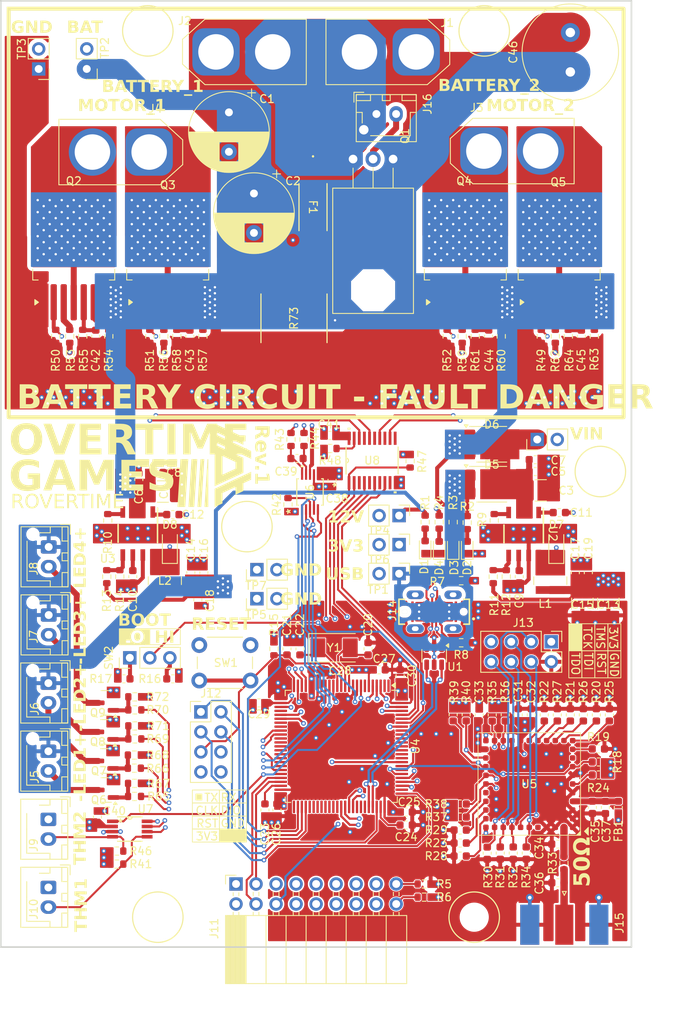
<source format=kicad_pcb>
(kicad_pcb (version 20240108) (generator "pcbnew") (generator_version "8.0")
  (layers (0 "F.Cu" signal) (1 "In1.Cu" signal) (2 "In2.Cu" signal) (31 "B.Cu" signal) (34 "B.Paste" user) (35 "F.Paste" user) (36 "B.SilkS" user "B.Silkscreen") (37 "F.SilkS" user "F.Silkscreen") (38 "B.Mask" user) (39 "F.Mask" user) (44 "Edge.Cuts" user))
  (net 0 "")
  (net 1 "GNDA")
  (net 2 "VDD_BATT")
  (net 3 "+3V3")
  (net 4 "Net-(Q2-SR)")
  (net 5 "/MCU/OSC_OUT")
  (net 6 "/MCU/OSC_IN")
  (net 7 "/Connectors/NRST")
  (net 8 "Net-(U2-PWRGD)")
  (net 9 "+12V")
  (net 10 "Net-(D1-A)")
  (net 11 "Net-(D2-A)")
  (net 12 "GND_BATT")
  (net 13 "/Connectors/M2_RIGHT")
  (net 14 "/Connectors/M2_LEFT")
  (net 15 "/Connectors/M1_LEFT")
  (net 16 "/Connectors/M1_RIGHT")
  (net 17 "/Connectors/USART_TX")
  (net 18 "Net-(U3-PWRGD)")
  (net 19 "/Connectors/USART_RX")
  (net 20 "/Connectors/SWDIO")
  (net 21 "/Connectors/SWCLK")
  (net 22 "/Connectors/RF_ANT")
  (net 23 "/Connectors/DCMI_D1")
  (net 24 "/Connectors/DCMI_D0")
  (net 25 "/Connectors/DCMI_D5")
  (net 26 "/Connectors/DCMI_D7")
  (net 27 "/Connectors/DCMI_D2")
  (net 28 "/Connectors/DCMI_XCLK")
  (net 29 "/Connectors/I2C2_CAM_SDA")
  (net 30 "/Connectors/DCMI_PIXCLK")
  (net 31 "/Connectors/DCMI_HSYNC")
  (net 32 "/Connectors/DCMI_D6")
  (net 33 "/Connectors/DCMI_D4")
  (net 34 "/Connectors/DCMI_VSYNC")
  (net 35 "/Connectors/DCMI_D3")
  (net 36 "/Connectors/I2C2_CAM_SCL")
  (net 37 "/MCU/LIGHTS1_PWM")
  (net 38 "/Connectors/LIGHTS1_NEG")
  (net 39 "/Connectors/LIGHTS2_NEG")
  (net 40 "/MCU/LIGHTS2_PWM")
  (net 41 "Net-(U2-BOOT)")
  (net 42 "Net-(Q2-IN)")
  (net 43 "/MCU/MOTOR_EN")
  (net 44 "Net-(D8-K)")
  (net 45 "Net-(U3-BOOT)")
  (net 46 "/IVTSense/ALERT")
  (net 47 "Net-(U5-ANT_WIFI)")
  (net 48 "Net-(U6-IN+)")
  (net 49 "VDD_FEM")
  (net 50 "VDD_USB")
  (net 51 "/Connectors/RF_nSRST")
  (net 52 "/Connectors/RF_TCK")
  (net 53 "/Connectors/RF_nTRST")
  (net 54 "/Connectors/RF_TDO")
  (net 55 "/Connectors/RF_TMS")
  (net 56 "/Connectors/RF_TDI")
  (net 57 "/IVTSense/MOSI")
  (net 58 "/IVTSense/THERMO_ADC_CS")
  (net 59 "/IVTSense/SCLK")
  (net 60 "/IVTSense/MISO")
  (net 61 "Net-(U6-IN)")
  (net 62 "/MCU/LEFT_PWM2")
  (net 63 "/MCU/LEFT_PWM1")
  (net 64 "/MCU/RIGHT_PWM1")
  (net 65 "Net-(Q5-SR)")
  (net 66 "Net-(D3-A)")
  (net 67 "/IVTSense/INA_CS")
  (net 68 "/MCU/RIGHT_PWM2")
  (net 69 "Net-(J11-Pin_18)")
  (net 70 "Net-(J11-Pin_17)")
  (net 71 "Net-(C23-Pad1)")
  (net 72 "Net-(C24-Pad1)")
  (net 75 "Net-(Q3-SR)")
  (net 76 "Net-(Q4-SR)")
  (net 77 "Net-(J14-CC2)")
  (net 78 "Net-(J14-D1-)")
  (net 79 "Net-(Q3-IN)")
  (net 80 "Net-(Q4-IN)")
  (net 82 "Net-(Q6-G)")
  (net 85 "Net-(J14-CC1)")
  (net 88 "Net-(J14-D1+)")
  (net 89 "Net-(Q5-IN)")
  (net 90 "Net-(Q5-INH)")
  (net 91 "Net-(Q5-IS)")
  (net 92 "Net-(Q7-G)")
  (net 93 "Net-(U2-RT_SYNC)")
  (net 94 "Net-(U3-RT_SYNC)")
  (net 95 "Net-(U2-FB)")
  (net 96 "Net-(U3-FB)")
  (net 97 "Net-(U5-GPIO2)")
  (net 98 "Net-(U5-GPIO4)")
  (net 99 "Net-(U5-GPIO6)")
  (net 100 "/MCU/RF_RESET")
  (net 101 "/RF/BUSY")
  (net 102 "Net-(U5-GPIO8)")
  (net 103 "Net-(U5-WAKEUP_IN)")
  (net 104 "Net-(U5-GPIO1)")
  (net 105 "Net-(U5-GPIO3)")
  (net 106 "Net-(U5-GPIO5)")
  (net 107 "Net-(U5-GPIO7)")
  (net 108 "Net-(U5-GPIO9)")
  (net 109 "Net-(U8-*2OE)")
  (net 128 "/MCU/SDMMC1_D3")
  (net 129 "/MCU/SDMMC1_D2")
  (net 130 "/MCU/SDMMC1_D1")
  (net 131 "/MCU/SDMMC1_D0")
  (net 132 "/MCU/SDMMC1_CMD")
  (net 136 "/MCU/SDMMC1_CK")
  (net 139 "/Connectors/CON_USB_D-")
  (net 140 "/Connectors/CON_USB_D+")
  (net 148 "/Connectors/THERMO1_NEG")
  (net 149 "/Connectors/THERMO2_NEG")
  (net 150 "/Connectors/PWR_SW")
  (net 151 "VDD_BATT_PRE_SW")
  (net 162 "/Connectors/LIGHTS3_NEG")
  (net 163 "/Connectors/LIHGTS4_NEG")
  (net 164 "Net-(Q8-G)")
  (net 165 "Net-(Q9-G)")
  (net 166 "/MCU/LIGHTS4_PWM")
  (net 167 "/MCU/LIGHTS3_PWM")
  (net 168 "Net-(SW2-C)")
  (net 169 "Net-(SW2-A)")
  (net 170 "Net-(SW2-B)")
  (net 172 "Net-(Q2-INH)")
  (net 173 "Net-(Q3-INH)")
  (net 174 "Net-(Q4-INH)")
  (net 176 "Net-(Q2-IS)")
  (net 177 "Net-(Q3-IS)")
  (net 178 "Net-(Q4-IS)")
  (net 180 "Net-(F1-Pad2)")
  (net 187 "Net-(D5-K)")
  (net 188 "Net-(D7-K)")
  (net 189 "Net-(D4-A)")
  (footprint "WSLP59312L000FEA:RES_WSLP5931_.002OHM_VIS" (layer "F.Cu") (at 147.193 80.264 90)
    (property "Reference" "R73")
    (property "Value" "0.002 OHM")
  )
  (footprint "Crystal:Crystal_SMD_Abracon_ABM3-2Pin_5.0x3.2mm" (layer "F.Cu") (at 152.273 122.047)
    (property "Reference" "Y1")
    (property "Value" "Crystal")
  )
  (footprint "Capacitor_SMD:C_0603_1608Metric" (layer "F.Cu") (at 152.019 100.825 -90)
    (property "Reference" "C38")
    (property "Value" "0.1uF/10V")
  )
  (footprint "Capacitor_SMD:C_0603_1608Metric" (layer "F.Cu") (at 147.574 98.044)
    (property "Reference" "C39")
    (property "Value" "0.1uF/10V")
  )
  (footprint "Resistor_SMD:R_0603_1608Metric" (layer "F.Cu") (at 130.683 82.55 -90)
    (property "Reference" "R56")
    (property "Value" "10k")
  )
  (footprint "Capacitor_SMD:C_0603_1608Metric" (layer "F.Cu") (at 180.594 130.556 90)
    (property "Reference" "R27")
    (property "Value" "10k")
  )
  (footprint "Connector_Coaxial:SMA_Molex_73251-1153_EdgeMount_Horizontal" (layer "F.Cu") (at 181.483 155.448 90)
    (property "Reference" "J15")
    (property "Value" "ANT_IF")
  )
  (footprint "Resistor_SMD:R_0603_1608Metric" (layer "F.Cu") (at 126.9425 135.655 180)
    (property "Reference" "R68")
    (property "Value" "10k")
  )
  (footprint "Resistor_SMD:R_0603_1608Metric" (layer "F.Cu") (at 151.765 96.774)
    (property "Reference" "R48")
    (property "Value" "10k")
  )
  (footprint "Capacitor_SMD:C_0603_1608Metric" (layer "F.Cu") (at 185.801 136.525)
    (property "Reference" "R18")
    (property "Value" "10k")
  )
  (footprint "Inductor_SMD:L_Wuerth_MAPI-4030" (layer "F.Cu") (at 130.81 113.538 -90)
    (property "Reference" "L2")
    (property "Value" "8.2uH")
  )
  (footprint "Connector_AMASS:AMASS_XT60-M_1x02_P7.20mm_Vertical" (layer "F.Cu") (at 162.7 46.482 180)
    (property "Reference" "J1")
    (property "Value" "Conn_01x02_Pin")
  )
  (footprint "Resistor_SMD:R_0603_1608Metric" (layer "F.Cu") (at 126.966 139.246 180)
    (property "Reference" "R67")
    (property "Value" "10k")
  )
  (footprint "Capacitor_SMD:C_0603_1608Metric" (layer "F.Cu") (at 127.508 100.711 90)
    (property "Reference" "C6")
    (property "Value" "1uF/50V")
  )
  (footprint "Capacitor_SMD:C_0603_1608Metric" (layer "F.Cu") (at 171.704 148.095 90)
    (property "Reference" "R30")
    (property "Value" "10k")
  )
  (footprint "Resistor_SMD:R_0603_1608Metric" (layer "F.Cu") (at 168.529 82.55 -90)
    (property "Reference" "R59")
    (property "Value" "10k")
  )
  (footprint "Resistor_SMD:R_0603_1608Metric" (layer "F.Cu") (at 169.164 106.173 -90)
    (property "Reference" "R2")
    (property "Value" "600ohm")
  )
  (footprint "Capacitor_SMD:C_0603_1608Metric" (layer "F.Cu") (at 145.034 142.621 -90)
    (property "Reference" "C26")
    (property "Value" "0.1uF/10V")
  )
  (footprint "Capacitor_SMD:C_0603_1608Metric" (layer "F.Cu") (at 143.51 142.621 -90)
    (property "Reference" "C23")
    (property "Value" "2.2uF/10V")
  )
  (footprint "Resistor_SMD:R_0603_1608Metric" (layer "F.Cu") (at 146.431 103.886 90)
    (property "Reference" "R42")
    (property "Value" "10kohm")
  )
  (footprint "Connector_PinHeader_2.54mm:PinHeader_2x04_P2.54mm_Vertical" (layer "F.Cu") (at 179.832 121.285 -90)
    (property "Reference" "J13")
    (property "Value" "RF_IF")
  )
  (footprint "Resistor_SMD:R_0603_1608Metric" (layer "F.Cu") (at 146.812 95.631 90)
    (property "Reference" "R43")
    (property "Value" "10ohm")
  )
  (footprint "Capacitor_SMD:C_0603_1608Metric" (layer "F.Cu") (at 170.688 130.556 90)
    (property "Reference" "C33")
    (property "Value" "0.1uF/10V")
  )
  (footprint "Package_TO_SOT_SMD:TO-263-7_TabPin8" (layer "F.Cu") (at 168.929 70.576 90)
    (property "Reference" "Q4")
    (property "Value" "BTN8982TA")
  )
  (footprint "Resistor_SMD:R_0603_1608Metric" (layer "F.Cu") (at 163.703 153.67 180)
    (property "Reference" "R6")
    (property "Value" "10kohm")
  )
  (footprint "Resistor_SMD:R_0603_1608Metric" (layer "F.Cu") (at 172.593 105.918 -90)
    (property "Reference" "R9")
    (property "Value" "40kohm")
  )
  (footprint "Capacitor_SMD:C_0603_1608Metric" (layer "F.Cu") (at 146.304 122.174 90)
    (property "Reference" "C21")
    (property "Value" "18pF/10V")
  )
  (footprint "Capacitor_SMD:C_1210_3225Metric" (layer "F.Cu") (at 130.556 102.235)
    (property "Reference" "C4")
    (property "Value" "4.7uF/50V")
  )
  (footprint "Capacitor_SMD:C_0603_1608Metric" (layer "F.Cu") (at 171.884 82.537 -90)
    (property "Reference" "C44")
    (property "Value" "0.1uF/10V")
  )
  (footprint "Capacitor_SMD:C_0603_1608Metric" (layer "F.Cu") (at 175.006 148.082 90)
    (property "Reference" "R32")
    (property "Value" "10k")
  )
  (footprint "Capacitor_SMD:C_0603_1608Metric" (layer "F.Cu") (at 177.8 99.695)
    (property "Reference" "C5")
    (property "Value" "1uF/50V")
  )
  (footprint "Capacitor_SMD:C_0603_1608Metric" (layer "F.Cu") (at 167.386 130.543 90)
    (property "Reference" "R39")
    (property "Value" "10k")
  )
  (footprint "Capacitor_SMD:C_0603_1608Metric" (layer "F.Cu") (at 126.746 113.03 -90)
    (property "Reference" "C10")
    (property "Value" "0.1uF/50V")
  )
  (footprint "Package_TO_SOT_SMD:SOT-23-6" (layer "F.Cu") (at 164.973 123.063 -90)
    (property "Reference" "U1")
    (property "Value" "USBLC6-2SC6")
  )
  (footprint "footprints:MUA08A" (layer "F.Cu") (at 126.365 145.034)
    (property "Reference" "U7")
    (property "Value" "ADC082S021CIMM/NOPB")
  )
  (footprint "Capacitor_SMD:C_0603_1608Metric" (layer "F.Cu") (at 182.88 112.522 90)
    (property "Reference" "C17")
    (property "Value" "1uF/16V")
  )
  (footprint "LED_SMD:LED_0603_1608Metric" (layer "F.Cu") (at 165.608 109.347 90)
    (property "Reference" "D4")
    (property "Value" "LED")
  )
  (footprint "Capacitor_SMD:C_0603_1608Metric" (layer "F.Cu") (at 150.114 124.841)
    (property "Reference" "C28")
    (property "Value" "0.1uF/10V")
  )
  (footprint "Resistor_SMD:R_0603_1608Metric" (layer "F.Cu") (at 168.402 113.538 180)
    (property "Reference" "R7")
    (property "Value" "5.11kohm")
  )
  (footprint "Package_QFP:LQFP-100_14x14mm_P0.5mm" (layer "F.Cu") (at 153.186 134.548 -90)
    (property "Reference" "U4")
    (property "Value" "STM32H743VGTx")
  )
  (footprint "Capacitor_SMD:C_0603_1608Metric" (layer "F.Cu") (at 157.988 124.841)
    (property "Reference" "C27")
    (property "Value" "0.1uF/10V")
  )
  (footprint "Resistor_SMD:R_0603_1608Metric" (layer "F.Cu") (at 165.608 106.109 -90)
    (property "Reference" "R4")
    (property "Value" "220ohm")
  )
  (footprint "Resistor_SMD:R_0603_1608Metric" (layer "F.Cu") (at 127 131.953 180)
    (property "Reference" "R71")
    (property "Value" "10k")
  )
  (footprint "Resistor_SMD:R_0603_1608Metric" (layer "F.Cu") (at 120.396 82.55 -90)
    (property "Reference" "R55")
    (property "Value" "0.51kohm")
  )
  (footprint "Connector_JST:JST_XH_B2B-XH-AM_1x02_P2.50mm_Vertical" (layer "F.Cu") (at 116.078 117.896 -90)
    (property "Reference" "J7")
    (property "Value" "Conn_01x02")
  )
  (footprint "Package_TO_SOT_THT:TO-220-3_Horizontal_TabDown" (layer "F.Cu") (at 159.766 60.071 180)
    (property "Reference" "Q1")
    (property "Value" "PMOS")
  )
  (footprint "Capacitor_SMD:C_0603_1608Metric" (layer "F.Cu") (at 151.765 95.123 180)
    (property "Reference" "C41")
    (property "Value" "0.1uF/10V")
  )
  (footprint "Capacitor_SMD:C_0603_1608Metric" (layer "F.Cu") (at 172.339 130.569 90)
    (property "Reference" "R35")
    (property "Value" "10k")
  )
  (footprint "MountingHole:MountingHole_3.2mm_M3" (layer "F.Cu") (at 141.224 106.68)
    (property "Reference" "REF**" (hide yes))
    (property "Value" "MountingHole_3.2mm_M3")
  )
  (footprint "Resistor_SMD:R_0603_1608Metric" (layer "F.Cu") (at 132.334 82.55 -90)
    (property "Reference" "R58")
    (property "Value" "0.51kohm")
  )
  (footprint "Capacitor_SMD:C_0603_1608Metric" (layer "F.Cu") (at 177.292 130.556 90)
    (property "Reference" "C32")
    (property "Value" "0.1uF/10V")
  )
  (footprint "Capacitor_SMD:C_0603_1608Metric" (layer "F.Cu") (at 125.616 125.984 180)
    (property "Reference" "R17")
    (property "Value" "10k")
  )
  (footprint "LED_SMD:LED_0603_1608Metric" (layer "F.Cu") (at 163.83 109.284 90)
    (property "Reference" "D1")
    (property "Value" "LED")
  )
  (footprint "Resistor_SMD:R_0603_1608Metric" (layer "F.Cu") (at 126.9425 137.317 180)
    (property "Reference" "R66")
    (property "Value" "100")
  )
  (footprint "Resistor_SMD:R_0603_1608Metric" (layer "F.Cu") (at 118.745 82.55 -90)
    (property "Reference" "R53")
    (property "Value" "10k")
  )
  (footprint "Capacitor_SMD:C_0603_1608Metric" (layer "F.Cu") (at 133.985 82.55 -90)
    (property "Reference" "C43")
    (property "Value" "0.1uF/10V")
  )
  (footprint "Package_TO_SOT_SMD:Nexperia_CFP15_SOT-1289" (layer "F.Cu") (at 172.28 101.309)
    (property "Reference" "D5")
    (property "Value" "PMEG060V100EPD")
  )
  (footprint "_LOGOS:Overtime_Small" (layer "F.Cu") (at 138.630896 99.06 -90)
    (property "Reference" "REF**" (hide yes))
    (property "Value" "Overtime_Small")
  )
  (footprint "Connector_PinHeader_2.54mm:PinHeader_1x02_P2.54mm_Vertical" (layer "F.Cu") (at 114.808 48.646 180)
    (property "Reference" "TP3")
    (property "Value" "TestPoint")
  )
  (footprint "Capacitor_SMD:C_0603_1608Metric" (layer "F.Cu") (at 175.641 130.556 90)
    (property "Reference" "C31")
    (property "Value" "10uF/10V")
  )
  (footprint "Connector_PinHeader_2.54mm:PinHeader_1x02_P2.54mm_Vertical" (layer "F.Cu") (at 142.489 112.141 90)
    (property "Reference" "TP7")
    (property "Value" "TestPoint")
  )
  (footprint "Connector_PinHeader_2.54mm:PinHeader_2x04_P2.54mm_Vertical" (layer "F.Cu") (at 135.382 130.175)
    (property "Reference" "J12")
    (property "Value" "MCU_IF")
  )
  (footprint "Package_TO_SOT_SMD:TO-263-7_TabPin8" (layer "F.Cu") (at 131.172 70.576 90)
    (property "Reference" "Q3")
    (property "Value" "BTN8982TA")
  )
  (footprint "Package_TO_SOT_SMD:SOT-23" (layer "F.Cu") (at 123.3655 140.081 180)
    (property "Reference" "Q6")
    (property "Value" "PMF250XNE")
  )
  (footprint "Resistor_SMD:R_0603_1608Metric" (layer "F.Cu") (at 168.402 121.412 180)
    (property "Reference" "R8")
    (property "Value" "5.11kohm")
  )
  (footprint "Capacitor_SMD:C_0603_1608Metric" (layer "F.Cu") (at 168.275 146.812 180)
    (property "Reference" "R23")
    (property "Value" "10k")
  )
  (footprint "Capacitor_SMD:C_1210_3225Metric" (layer "F.Cu") (at 183.769 116.459 -90)
    (property "Reference" "C15")
    (property "Value" "47uF/10V")
  )
  (footprint "Connector_JST:JST_XH_B2B-XH-AM_1x02_P2.50mm_Vertical" (layer "F.Cu") (at 116.0399 126.532 -90)
    (property "Reference" "J6")
    (property "Value" "Conn_01x02")
  )
  (footprint "Capacitor_SMD:C_0603_1608Metric" (layer "F.Cu") (at 161.417 144.526)
    (property "Reference" "C24")
    (property "Value" "2.2uF/10V")
  )
  (footprint "Capacitor_SMD:C_1210_3225Metric" (layer "F.Cu") (at 178.5 102.089)
    (property "Reference" "C3")
    (property "Value" "4.7uF/50V")
  )
  (footprint "Capacitor_SMD:C_0603_1608Metric" (layer "F.Cu") (at 185.801 138.176)
    (property "Reference" "R24")
    (property "Value" "10k")
  )
  (footprint "Capacitor_SMD:C_0603_1608Metric" (layer "F.Cu") (at 129.794 99.822)
    (property "Reference" "C8")
    (property "Value" "0.1uF/50V")
  )
  (footprint "Capacitor_SMD:C_0603_1608Metric" (layer "F.Cu") (at 180.66817 146.944168 180)
    (property "Reference" "C34")
    (property "Value" "DNP")
  )
  (footprint "Capacitor_SMD:C_0603_1608Metric" (layer "F.Cu") (at 169.037 130.543 90)
    (property "Reference" "R40")
    (property "Value" "10k")
  )
  (footprint "Capacitor_SMD:C_0603_1608Metric" (layer "F.Cu") (at 184.531 112.522 90)
    (property "Reference" "C19")
    (property "Value" "1uF/16V")
  )
  (footprint "Capacitor_SMD:C_0603_1608Metric" (layer "F.Cu") (at 142.748 129.032 180)
    (property "Reference" "C29")
    (property "Value" "0.1uF/10V")
  )
  (footprint "Resistor_SMD:R_0603_1608Metric" (layer "F.Cu") (at 161.925 98.361 90)
    (property "Reference" "R47")
    (property "Value" "10k")
  )
  (footprint "MountingHole:MountingHole_3.2mm_M3" (layer "F.Cu") (at 171.323 43.815)
    (property "Reference" "REF**" (hide yes))
    (property "Value" "MountingHole_3.2mm_M3")
  )
  (footprint "Resistor_SMD:R_0603_1608Metric" (layer "F.Cu") (at 126.966 140.897 180)
    (property "Reference" "R65")
    (property "Value" "100")
  )
  (footprint "Resistor_SMD:R_0603_1608Metric" (layer "F.Cu") (at 148.463 95.631 90)
    (property "Reference" "R44")
    (property "Value" "10ohm")
  )
  (footprint "Resistor_SMD:R_0603_1608Metric" (layer "F.Cu") (at 124.714 147.828)
    (property "Reference" "R46")
    (property "Value" "100kohm")
  )
  (footprint "Resistor_SMD:R_0603_1608Metric" (layer "F.Cu") (at 125.095 113.03 90)
    (property "Reference" "R14")
    (property "Value" "10kohm")
  )
  (footprint "Resistor_SMD:R_0603_1608Metric" (layer "F.Cu") (at 163.83 106.109 -90)
    (property "Reference" "R1")
    (property "Value" "2kohm")
  )
  (footprint "Capacitor_SMD:C_0603_1608Metric" (layer "F.Cu") (at 188.335034 142.290612 90)
    (property "Reference" "FB1")
    (property "Value" "FerriteBead")
  )
  (footprint "LED_SMD:LED_0603_1608Metric" (layer "F.Cu") (at 167.386 109.347 90)
    (property "Reference" "D3")
    (property "Value" "LED")
  )
  (footprint "Capacitor_SMD:C_0603_1608Metric" (layer "F.Cu") (at 178.943 130.556 90)
    (property "Reference" "R22")
    (property "Value" "10k")
  )
  (footprint "MountingHole:MountingHole_3.2mm_M3" (layer "F.Cu") (at 170.053 156.21)
    (property "Reference" "REF**" (hide yes))
    (property "Value" "MountingHole_3.2mm_M3")
  )
  (footprint "Resistor_SMD:R_0603_1608Metric" (layer "F.Cu") (at 127 133.604 180)
    (property "Reference" "R69")
    (property "Value" "100")
  )
  (footprint "Capacitor_SMD:C_0603_1608Metric" (layer "F.Cu") (at 186.692502 142.292935 -90)
    (property "Reference" "C37")
    (property "Value" "0.1uF/10V")
  )
  (footprint "Capacitor_THT:CP_Radial_D10.0mm_P5.00mm" (layer "F.Cu") (at 138.938 54.147323 -90)
    (property "Reference" "C1")
    (property "Value" "C_Polarized")
  )
  (footprint "footprints:DDA0008E_N" (layer "F.Cu") (at 176.328 107.613001 -90)
    (property "Reference" "U2")
    (property "Value" "LMR16030PDDA")
  )
  (footprint "Resistor_SMD:R_0603_1608Metric" (layer "F.Cu") (at 135.636 82.55 -90)
    (property "Reference" "R57")
    (property "Value" "1k")
  )
  (footprint "Resistor_SMD:R_0603_1608Metric" (layer "F.Cu") (at 172.466 113.03 -90)
    (property "Reference" "R11")
    (property "Value" "340kohm")
  )
  (footprint "Connector_JST:JST_XH_B2B-XH-AM_1x02_P2.50mm_Vertical" (layer "F.Cu") (at 116.0399 152.44 -90)
    (property "Reference" "J10")
    (property "Value" "Conn_01x02")
  )
  (footprint "Capacitor_SMD:C_0603_1608Metric" (layer "F.Cu") (at 176.657 148.082 90)
    (property "Reference" "R34")
    (property "Value" "10k")
  )
  (footprint "Connector_PinHeader_2.54mm:PinHeader_1x02_P2.54mm_Vertical" (layer "F.Cu") (at 142.489 115.824 90)
    (property "Reference" "TP5")
    (property "Value" "TestPoint")
  )
  (footprint "Capacitor_SMD:C_0603_1608Metric" (layer "F.Cu") (at 122.2629 143.51 90)
    (property "Reference" "C40")
    (property "Value" "0.1uF/10V")
  )
  (footprint "MountingHole:MountingHole_3.2mm_M3" (layer "F.Cu") (at 129.921 156.21)
    (property "Reference" "REF**" (hide yes))
    (property "Value" "MountingHole_3.2mm_M3")
  )
  (footprint "Connector_PinSocket_2.54mm:PinSocket_2x09_P2.54mm_Horizontal" (layer "F.Cu") (at 139.84 152 90)
    (property "Reference" "J11")
    (property "Value" "Conn_02x09_Odd_Even")
  )
  (footprint "Capacitor_SMD:C_0603_1608Metric" (layer "F.Cu") (at 131.826 105.156 180)
    (property "Reference" "C12")
    (property "Value" "0.1uF/16V")
  )
  (footprint "Resistor_SMD:R_0603_1608Metric" (layer "F.Cu") (at 170.18 82.55 -90)
    (property "Reference" "R61")
    (property "Value" "0.51kohm")
  )
  (footprint "Capacitor_SMD:C_1210_3225Metric" (layer "F.Cu") (at 187.071 116.459 -90)
    (property "Reference" "C13")
    (property "Value" "47uF/10V")
  )
  (footprint "Capacitor_SMD:C_0603_1608Metric" (layer "F.Cu") (at 185.801 134.874)
    (property "Reference" "R19")
    (property "Value" "10k")
  )
  (footprint "Capacitor_SMD:C_0603_1608Metric" (layer "F.Cu") (at 131.826 125.984)
    (property "Reference" "R16")
    (property "Value" "10k")
  )
  (footprint "Connector_PinHeader_2.54mm:PinHeader_1x03_P2.54mm_Vertical" (layer "F.Cu") (at 126.365 123.317 90)
    (property "Reference" "SW2")
    (property "Value" "SW_SPDT")
  )
  (footprint "Package_TO_SOT_SMD:SOT-23" (layer "F.Cu") (at 123.3655 129.032 180)
    (property "Reference" "Q9")
    (property "Value" "PMF250XNE")
  )
  (footprint "Capacitor_SMD:C_0603_1608Metric" (layer "F.Cu") (at 185.041502 142.279935 -90)
    (property "Reference" "C35")
    (property "Value" "10uF/10V")
  )
  (footprint "Capacitor_SMD:C_0603_1608Metric" (layer "F.Cu") (at 180.680089 151.844923 180)
    (property "Reference" "C36")
    (property "Value" "DNP")
  )
  (footprint "Package_TO_SOT_SMD:TO-263-7_TabPin8" (layer "F.Cu") (at 180.829 70.576 90)
    (property "Reference" "Q5")
    (property "Value" "BTN8982TA")
  )
  (footprint "Capacitor_THT:CP_Radial_D10.0mm_P5.00mm" (layer "F.Cu") (at 142.113 64.434323 -90)
    (property "Reference" "C2")
    (property "Value" "C_Polarized")
  )
  (footprint "MountingHole:MountingHole_3.2mm_M3" (layer "F.Cu") (at 128.651 43.815)
    (property "Reference" "REF**" (hide yes))
    (property "Value" "MountingHole_3.2mm_M3")
  )
  (footprint "Capacitor_SMD:C_0603_1608Metric" (layer "F.Cu") (at 183.896 130.556 90)
    (property "Reference" "R26")
    (property "Value" "10k")
  )
  (footprint "Capacitor_SMD:C_0603_1608Metric" (layer "F.Cu") (at 122.047 82.55 -90)
    (property "Reference" "C42")
    (property "Value" "0.1uF/10V")
  )
  (footprint "Resistor_SMD:R_0603_1608Metric" (layer "F.Cu") (at 163.703 152 180)
    (property "Reference" "R5")
    (property "Value" "10kohm")
  )
  (footprint "Connector_JST:JST_XH_B2B-XH-AM_1x02_P2.50mm_Vertical" (layer "F.Cu") (at 116.078 109.26 -90)
    (property "Reference" "J8")
    (property "Value" "Conn_01x02")
  )
  (footprint "Capacitor_SMD:C_0603_1608Metric" (layer "F.Cu") (at 183.642 82.55 -90)
    (property "Reference" "C45")
    (property "Value" "0.1uF/10V")
  )
  (footprint "Package_TO_SOT_SMD:SOT-23" (layer "F.Cu") (at 123.317 132.715 180)
    (property "Reference" "Q8")
    (property "Value" "PMF250XNE")
  )
  (footprint "Resistor_SMD:R_0603_1608Metric" (layer "F.Cu") (at 123.698 82.55 -90)
    (property "Reference" "R54")
    (property "Value" "1k")
  )
  (footprint "Package_TO_SOT_SMD:Nexperia_CFP15_SOT-1289" (layer "F.Cu") (at 172.28 96.241)
    (property "Reference" "D6")
    (property "Value" "PMEG060V100EPD")
  )
  (footprint "Capacitor_SMD:C_0603_1608Metric" (layer "F.Cu") (at 147.955 122.174 90)
    (property "Reference" "C22")
    (property "Value" "18pF/10V")
  )
  (footprint "Capacitor_SMD:C_0603_1608Metric" (layer "F.Cu") (at 175.768 113.03 -90)
    (property "Reference" "C9")
    (property "Value" "0.1uF/50V")
  )
  (footprint "Capacitor_SMD:C_0603_1608Metric" (layer "F.Cu") (at 168.275 145.161 180)
    (property "Reference" "R29")
    (property "Value" "10k")
  )
  (footprint "Connector_PinHeader_2.54mm:PinHeader_1x02_P2.54mm_Vertical" (layer "F.Cu") (at 178.049 95.631 90)
    (property "Reference" "TP8" (hide yes))
    (property "Value" "TestPoint")
  )
  (footprint "Capacitor_SMD:C_0603_1608Metric" (layer "F.Cu") (at 135.763 112.522 90)
    (property "Reference" "C16")
    (property "Value" "10uF/10V")
  )
  (footprint "Resistor_SMD:R_0603_1608Metric" (layer "F.Cu") (at 185.293 82.55 -90)
    (property "Reference" "R63")
    (property "Value" "1k")
  )
  (footprint "Resistor_SMD:R_0603_1608Metric" (layer "F.Cu") (at 128.905 82.55 90)
    (property "Reference" "R51")
    (property "Value" "10k")
  )
  (footprint "Resistor_SMD:R_0603_1608Metric" (layer "F.Cu") (at 180.34 82.55 -90)
    (property "Reference" "R62")
    (property "Value" "10k")
  )
  (footprint "Connector_JST:JST_XH_B2B-XH-AM_1x02_P2.50mm_Vertical" (layer "F.Cu") (at 116.0399 143.804 -90)
    (property "Reference" "J9")
    (property "Value" "Conn_01x02")
  )
  (footprint "Package_TO_SOT_SMD:TO-263-7_TabPin8" (layer "F.Cu") (at 119.253 70.582 90)
    (property "Reference" "Q2")
    (property "Value" "BTN8982TA")
  )
  (footprint "Resistor_SMD:R_0603_1608Metric" (layer "F.Cu") (at 127 128.27 180)
    (property "Reference" "R72")
    (property "Value" "10k")
  )
  (footprint "footprints:DDA0008E_N" (layer "F.Cu") (at 127.381 107.553999 -90)
    (property "Reference" "U3")
    (property "Value" "LMR16020PDDAR")
  )
  (footprint "Connector_AMASS:AMASS_XT60-M_1x02_P7.20mm_Vertical" (layer "F.Cu") (at 128.822 59.182 180)
    (property "Reference" "J4")
    (property "Value" "Conn_01x02_Pin")
  )
  (footprint "Inductor_THT:L_Radial_D12.0mm_P5.00mm_Neosid_SD12k_style2" (layer "F.Cu") (at 182.245 49.022 90)
    (property "Reference" "C46")
    (property "Value" "C_Polarized")
  )
  (footprint "Capacitor_SMD:C_0603_1608Metric" (layer "F.Cu") (at 187.198 130.556 90)
    (property "Reference" "R25")
    (property "Value" "10k")
  )
  (footprint "footprints:PW20" (layer "F.Cu") (at 157.099 98.298 90)
    (property "Reference" "U8")
    (property "Value" "SN74HC244PWR")
  )
  (footprint "Capacitor_SMD:C_0603_1608Metric" (layer "F.Cu") (at 156.591 122.174 90)
    (property "Reference" "C20")
    (property "Value" "18pF/10V")
  )
  (footprint "Resistor_SMD:R_0603_1608Metric" (layer "F.Cu") (at 181.430995 149.342495 90)
    (property "Reference" "R33")
    (property "Value" "0ohm")
  )
  (footprint "Button_Switch_THT:SW_PUSH_6mm" (layer "F.Cu") (at 135.18 121.702)
    (property "Reference" "SW1")
    (property "Value" "SW_Push")
  )
  (footprint "Resistor_SMD:R_0603_1608Metric" (layer "F.Cu") (at 166.624 82.55 90)
    (property "Reference" "R52")
    (property "Value" "10k")
  )
  (footprint "FGH100M:FGH100MABMD" (layer "F.Cu") (at 177.038 139.319 180)
    (property "Reference" "U5")
    (property "Value" "~")
  )
  (footprint "Resistor_SMD:R_0603_1608Metric" (layer "F.Cu") (at 144.653 122.174 -90)
    (property "Reference" "R15")
    (property "Value" "10kohm")
  )
  (footprint "Resistor_SMD:R_0603_1608Metric" (layer "F.Cu") (at 123.571 105.918 -90)
    (property "Reference" "R10")
    (property "Value" "40kohm")
  )
  (footprint "Capacitor_SMD:C_0603_1608Metric" (layer "F.Cu") (at 160.655 125.603 90)
    (property "Reference" "C30")
    (property "Value" "0.1uF/10V")
  )
  (footprint "footprints:VSSOP10_DGS_TEX" (layer "F.Cu") (at 149.225 102.29215 90)
    (property "Reference" "U6")
    (property "Value" "INA229AQDGSRQ1")
  )
  (footprint "SF-3812F6000T-2:FUS_SF-3812F_BRN" (layer "F.Cu") (at 149.606 66.167 -90)
    (property "Reference" "F1")
    (property "Value" "SF-3812F6000T-2")
  )
  (footprint "Capacitor_SMD:C_0603_1608Metric" (layer "F.Cu") (at 173.99 130.556 90)
    (property "Reference" "R36")
    (property "Value" "10k")
  )
  (footprint "Resistor_SMD:R_0603_1608Metric" (layer "F.Cu") (at 178.562 82.55 90)
    (property "Reference" "R49")
    (property "Value" "10k")
  )
  (footprint "Resistor_SMD:R_0603_1608Metric" (layer "F.Cu") (at 167.386 106.109 -90)
    (property "Reference" "R3")
    (property "Value" "5kohm")
  )
  (footprint "Resistor_SMD:R_0603_1608Metric" (layer "F.Cu") (at 123.444 113.03 -90)
    (property "Reference" "R13")
    (property "Value" "150kohm")
  )
  (footprint "Diode_SMD:Nexperia_CFP3_SOD-123W" (layer "F.Cu") (at 180.467 109.093 90)
    (property "Reference" "D7")
    (property "Value" "D_Schottky")
  )
  (footprint "Capacitor_SMD:C_0603_1608Metric" (layer "F.Cu") (at 177.8 98.195)
    (property "Reference" "C7")
    (property "Value" "0.1uF/50V")
  )
  (footprint "Capacitor_SMD:C_0603_1608Metric" (layer "F.Cu") (at 180.848 104.902 180)
    (property "Reference" "C11")
    (property "Value" "0.1uF/16V")
  )
  (footprint "Connector_PinHeader_2.54mm:PinHeader_1x02_P2.54mm_Vertical" (layer "F.Cu") (at 120.904 48.641 180)
    (property "Reference" "TP2")
    (property "Value" "TestPoint")
  )
  (footprint "Diode_SMD:Nexperia_CFP3_SOD-123W" (layer "F.Cu") (at 131.445 109.093 90)
    (property "Reference" "D8")
    (property "Value" "D_Schottky")
  )
  (footprint "Resistor_SMD:R_0603_1608Metric" (layer "F.Cu") (at 116.967 82.55 90)
    (property "Reference" "R50")
    (property "Value" "10k")
  )
  (footprint "Capacitor_SMD:C_0603_1608Metric" (layer "F.Cu") (at 135.001 115.964 -90)
    (property "Reference" "C18")
    (property "Value" "1uF/10V")
  )
  (footprint "Capacitor_SMD:C_0603_1608Metric" (layer "F.Cu") (at 134.112 112.509 90)
    (property "Reference" "C14")
    (property "Value" "10uF/10V")
  )
  (footprint "Resistor_SMD:R_0603_1608Metric" (layer "F.Cu") (at 127 129.921 180)
    (property "Reference" "R70")
    (property "Value" "100")
  )
  (footprint "Resistor_SMD:R_0603_1608Metric" (layer "F.Cu") (at 181.991 82.55 -90)
    (property "Reference" "R64")
    (property "Value" "0.51kohm")
  )
  (footprint "Connector_AMASS:AMASS_XT60-M_1x02_P7.20mm_Vertical" (layer "F.Cu") (at 137.3 46.482)
    (property "Reference" "J2")
    (property "Value" "Conn_01x02_Pin")
  )
  (footprint "Capacitor_SMD:C_0603_1608Metric" (layer "F.Cu") (at 185.547 130.556 90)
    (property "Reference" "R20")
    (property "Value" "10k")
  )
  (footprint "Connector_AMASS:AMASS_XT60-M_1x02_P7.20mm_Vertical" (layer "F.Cu") (at 171.279 59.055)
    (property "Reference" "J3")
    (property "Value" "Conn_01x02_Pin")
  )
  (footprint "Connector_PinHeader_2.54mm:PinHeader_1x02_P2.54mm_Vertical" (layer "F.Cu") (at 160.528 105.283 -90)
    (property "Reference" "TP4")
    (property "Value" "TestPoint")
  )
  (footprint "Connector_PinHeader_2.54mm:PinHeader_1x02_P2.54mm_Vertical" (layer "F.Cu") (at 160.528 112.649 -90)
    (property "Reference" "TP1")
    (property "Value" "TestPoint")
  )
  (footprint "LED_SMD:LED_0603_1608Metric" (layer "F.Cu") (at 169.164 109.348 90)
    (property "Reference" "D2")
    (property "Value" "LED")
  )
  (footprint "Capacitor_SMD:C_0603_1608Metric" (layer "F.Cu") (at 173.355 148.082 90)
    (property "Reference" "R31")
    (property "Value" "10k")
  )
  (footprint "Connector_PinHeader_2.54mm:PinHeader_1x02_P2.54mm_Vertical" (layer "F.Cu") (at 160.528 108.966 -90)
    (property "Reference" "TP6")
    (property "Value" "TestPoint")
  )
  (footprint "Connector_JST:JST_XH_B2B-XH-AM_1x02_P2.50mm_Vertical" (layer "F.Cu") (at 157.647 54.356)
    (property "Reference" "J16")
    (property "Value" "Conn_01x02")
  )
  (footprint "Resistor_SMD:R_0603_1608Metric" (layer "F.Cu") (at 124.714 149.479)
    (property "Reference" "R41")
    (property "Value" "100kohm")
  )
  (footprint "USB4120-03-C:GCT_USB4120-03-C_REVA" (layer "F.Cu") (at 164.973 117.475 180)
    (property "Reference" "J14")
    (property "Value" "USB4120-03-C_REVA")
    (fp_line (start 3.85 0.26) (end 3.65 0.26) (stroke (width 0.01)) (layer "Edge.Cuts"))
    (fp_line (start 3.65 -0.26) (end 3.85 -0.26) (stroke (width 0.01)) (layer "Edge.Cuts"))
    (fp_arc (start 4.11 0) (mid 4.033848 0.183848) (end 3.85 0.26) (stroke (width 0.01)) (layer "Edge.Cuts"))
    (fp_arc (start 3.85 -0.26) (mid 4.033848 -0.183848) (end 4.11 0) (stroke (width 0.01)) (layer "Edge.Cuts"))
    (fp_arc (start 3.65 0.26) (mid 3.466152 0.183848) (end 3.39 0) (stroke (width 0.01)) (layer "Edge.Cuts"))
    (fp_arc (start 3.39 0) (mid 3.466152 -0.183848) (end 3.65 -0.26) (stroke (width 0.01)) (layer "Edge.Cuts"))
  )
  (footprint "Capacitor_SMD:C_0603_1608Metric" (layer "F.Cu") (at 168.275 148.463 180)
    (property "Reference" "R28")
    (property "Value" "10k")
  )
  (footprint "Capacitor_SMD:C_0603_1608Metric" (layer "F.Cu") (at 161.417 142.875)
    (property "Reference" "C25")
    (property "Value" "0.1uF/10V")
  )
  (footprint "Inductor_SMD:L_Wuerth_MAPI-4030" (layer "F.Cu") (at 179.705 113.538 -90)
    (property "Reference" "L1")
    (property "Value" "8.2uH")
  )
  (footprint "Connector_JST:JST_XH_B2B-XH-AM_1x02_P2.50mm_Vertical" (layer "F.Cu") (at 116.0399 135.168 -90)
    (property "Reference" "J5")
    (property "Value" "Conn_01x02")
  )
  (footprint "MountingHole:MountingHole_3.2mm_M3" (layer "F.Cu") (at 186.055 99.695)
    (property "Reference" "REF**" (hide yes))
    (property "Value" "MountingHole_3.2mm_M3")
  )
  (footprint "Capacitor_SMD:C_0603_1608Metric" (layer "F.Cu") (at 168.275 141.859 180)
    (property "Reference" "R38")
    (property "Value" "10k")
  )
  (footprint "Resistor_SMD:R_0603_1608Metric" (layer "F.Cu") (at 174.117 113.03 90)
    (property "Reference" "R12")
    (property "Value" "100kohm")
  )
  (footprint "Capacitor_SMD:C_0603_1608Metric" (layer "F.Cu") (at 168.275 143.51 180)
    (property "Reference" "R37")
    (property "Value" "10k")
  )
  (footprint "Resistor_SMD:R_0603_1608Metric" (layer "F.Cu") (at 173.482 82.55 -90)
    (property "Reference" "R60")
    (property "Value" "1k")
  )
  (footprint "Package_TO_SOT_SMD:SOT-23" (layer "F.Cu") (at 123.317 136.398 180)
    (property "Reference" "Q7")
    (property "Value" "PMF250XNE")
  )
  (footprint "Capacitor_SMD:C_0603_1608Metric" (layer "F.Cu") (at 182.245 130.556 90)
    (property "Reference" "R21")
    (property "Value" "10k")
  )
  (gr_rect (start 123.541 138.115) (end 125.065 139.385) (stroke (width 0.2)) (fill solid) (layer "F.Cu") (net 1))
  (gr_poly (pts (xy 124.587 56.007) (xy 116.459 56.007) (xy 113.919 58.547) (xy 113.919 69.723) (xy 124.587 69.723)) (stroke (width 0.2)) (fill solid) (layer "F.Cu") (net 16))
  (gr_rect (start 173.736 113.538) (end 176.276 115.062) (stroke (width 0.2)) (fill solid) (layer "F.Cu") (net 1))
  (gr_rect (start 124.46 124.714) (end 125.222 126.365) (stroke (width 0.2)) (fill solid) (layer "F.Cu") (net 1))
  (gr_rect (start 141.605 128.651) (end 142.367 130.302) (stroke (width 0.2)) (fill solid) (layer "F.Cu") (net 1))
  (gr_rect (start 166.497 99.568) (end 170.053 103.124) (stroke (width 0.2)) (fill solid) (layer "F.Cu") (net 50))
  (gr_rect (start 123.50002 130.787775) (end 125.02402 132.057775) (stroke (width 0.2)) (fill solid) (layer "F.Cu") (net 1))
  (gr_rect (start 145.923809 120.21988) (end 148.336809 121.74388) (stroke (width 0.2)) (fill solid) (layer "F.Cu") (net 1))
  (gr_poly (pts (xy 176.022 81.28) (xy 176.022 75.946) (xy 177.546 75.946) (xy 177.546 81.28)) (stroke (width 0.2)) (fill solid) (layer "F.Cu") (net 1))
  (gr_rect (start 166.497 94.488) (end 170.053 98.044) (stroke (width 0.2)) (fill solid) (layer "F.Cu") (net 2))
  (gr_rect (start 175.768 152.781) (end 178.308 154.305) (stroke (width 0.2)) (fill solid) (layer "F.Cu") (net 1))
  (gr_rect (start 149.6695 101.219) (end 152.4635 101.981) (stroke (width 0.2)) (fill solid) (layer "F.Cu") (net 1))
  (gr_rect (start 164.211 151.638) (end 165.862 152.4) (stroke (width 0.2)) (fill solid) (layer "F.Cu") (net 1))
  (gr_rect (start 122.682207 147.439133) (end 124.206207 149.852133) (stroke (width 0.2)) (fill solid) (layer "F.Cu") (net 1))
  (gr_rect (start 123.543852 127.073065) (end 125.067852 128.343065) (stroke (width 0.2)) (fill solid) (layer "F.Cu") (net 1))
  (gr_poly (pts (xy 150.150105 127.500354) (xy 150.150105 125.214354) (xy 150.150105 124.452354) (xy 151.420105 124.452354) (xy 152.182105 125.214354) (xy 152.182105 125.595354) (xy 150.531105 125.595354) (xy 150.226305 125.849354) (xy 150.226305 127.500354)) (stroke (width 0.2)) (fill solid) (layer "F.Cu") (net 1))
  (gr_rect (start 134.62 75.946) (end 137.541 80.518) (stroke (width 0.2)) (fill solid) (layer "F.Cu") (net 2))
  (gr_poly (pts (xy 170.815 108.712) (xy 170.815 106.426) (xy 183.007 106.426) (xy 183.007 108.712)) (stroke (width 0.2)) (fill solid) (layer "F.Cu") (net 1))
  (gr_rect (start 150.622 96.393) (end 151.384 98.044) (stroke (width 0.2)) (fill solid) (layer "F.Cu") (net 3))
  (gr_rect (start 166.243 116.332) (end 167.259 118.618) (stroke (width 0.2)) (fill solid) (layer "F.Cu") (net 50))
  (gr_rect (start 186.214093 136.146965) (end 187.738093 138.559965) (stroke (width 0.2)) (fill solid) (layer "F.Cu") (net 3))
  (gr_poly (pts (xy 129.032 109.601) (xy 132.588 109.601) (xy 132.588 112.649) (xy 129.032 112.649)) (stroke (width 0.2)) (fill solid) (layer "F.Cu") (net 44))
  (gr_rect (start 150.622 93.9165) (end 151.384 95.5675) (stroke (width 0.2)) (fill solid) (layer "F.Cu") (net 1))
  (gr_rect (start 168.91 121.031) (end 170.561 121.793) (stroke (width 0.2)) (fill solid) (layer "F.Cu") (net 1))
  (gr_rect (start 187.96 142.621) (end 188.722 144.272) (stroke (width 0.2)) (fill solid) (layer "F.Cu") (net 3))
  (gr_rect (start 182.372 112.522) (end 189.087 115.697) (stroke (width 0.2)) (fill solid) (layer "F.Cu") (net 3))
  (gr_poly (pts (xy 126.365 81.28) (xy 126.365 75.946) (xy 127.889 75.946) (xy 127.889 81.28)) (stroke (width 0.2)) (fill solid) (layer "F.Cu") (net 1))
  (gr_rect (start 170.116682 130.938749) (end 170.878682 135.256749) (stroke (width 0.2)) (fill solid) (layer "F.Cu") (net 3))
  (gr_rect (start 127.508 131.572) (end 129.159 132.334) (stroke (width 0.2)) (fill solid) (layer "F.Cu") (net 1))
  (gr_rect (start 137.668 82.042) (end 153.67 87.884) (stroke (width 0.2)) (fill solid) (layer "F.Cu") (net 1))
  (gr_rect (start 133.731 110.617) (end 136.144 112.141) (stroke (width 0.2)) (fill solid) (layer "F.Cu") (net 1))
  (gr_poly (pts (xy 163.703 118.618) (xy 163.703 116.332) (xy 162.687 116.332) (xy 162.687 118.618)) (stroke (width 0.2)) (fill solid) (layer "F.Cu") (net 50))
  (gr_rect (start 120.8659 143.764) (end 122.1359 145.288) (stroke (width 0.2)) (fill solid) (layer "F.Cu") (net 3))
  (gr_poly (pts (xy 144.78 128.524) (xy 146.304 128.524) (xy 146.304 126.111) (xy 144.78 126.111)) (stroke (width 0.2)) (fill solid) (layer "F.Cu") (net 1))
  (gr_rect (start 124.714 113.488454) (end 127.254 115.012454) (stroke (width 0.2)) (fill solid) (layer "F.Cu") (net 1))
  (gr_rect (start 133.477 112.861) (end 139.192 115.655) (stroke (width 0.2)) (fill solid) (layer "F.Cu") (net 9))
  (gr_poly (pts (xy 138.303 79.756) (xy 138.303 71.882) (xy 143.129 71.882) (xy 145.542 69.469) (xy 151.511 69.469) (xy 151.511 79.756)) (stroke (width 0.2)) (fill solid) (layer "F.Cu") (net 180))
  (gr_poly (pts (xy 160.02 101.854) (xy 160.02 100.33) (xy 161.163 100.33) (xy 161.163 101.854)) (stroke (width 0.2)) (fill solid) (layer "F.Cu") (net 1))
  (gr_rect (start 184.658 152.781) (end 187.198 154.305) (stroke (width 0.2)) (fill solid) (layer "F.Cu") (net 1))
  (gr_rect (start 152.146 93.9165) (end 152.908 95.5675) (stroke (width 0.2)) (fill solid) (layer "F.Cu") (net 3))
  (gr_rect (start 166.37 141.4145) (end 167.894 143.9545) (stroke (width 0.2)) (fill solid) (layer "F.Cu") (net 3))
  (gr_rect (start 166.954297 128.655206) (end 169.494297 130.179206) (stroke (width 0.2)) (fill solid) (layer "F.Cu") (net 3))
  (gr_poly (pts (xy 160.147 128.651) (xy 161.544 128.651) (xy 161.544 125.984) (xy 160.147 125.984)) (stroke (width 0.2)) (fill solid) (layer "F.Cu") (net 3))
  (gr_poly (pts (xy 177.927 109.728) (xy 181.483 109.728) (xy 181.483 112.776) (xy 177.927 112.776)) (stroke (width 0.2)) (fill solid) (layer "F.Cu") (net 188))
  (gr_rect (start 143.129 143.002) (end 145.542 144.526) (stroke (width 0.2)) (fill solid) (layer "F.Cu") (net 1))
  (gr_poly (pts (xy 114.427 81.28) (xy 114.427 75.946) (xy 115.951 75.946) (xy 115.951 81.28)) (stroke (width 0.2)) (fill solid) (layer "F.Cu") (net 1))
  (gr_rect (start 150.192897 99.187) (end 153.289 100.711) (stroke (width 0.2)) (fill solid) (layer "F.Cu") (net 3))
  (gr_rect (start 126.365 100.711) (end 128.27 105.537) (stroke (width 0.2)) (fill solid) (layer "F.Cu") (net 2))
  (gr_poly (pts (xy 154.305 95.631) (xy 154.305 94.742) (xy 152.146 94.742) (xy 152.146 95.631)) (stroke (width 0.2)) (fill solid) (layer "F.Cu") (net 3))
  (gr_rect (start 147.0025 60.452) (end 151.5745 64.008) (stroke (width 0.2)) (fill solid) (layer "F.Cu") (net 12))
  (gr_poly (pts (xy 121.793 108.712) (xy 121.793 106.426) (xy 133.985 106.426) (xy 133.985 108.712)) (stroke (width 0.2)) (fill solid) (layer "F.Cu") (net 1))
  (gr_rect (start 132.207 124.714) (end 132.969 126.365) (stroke (width 0.2)) (fill solid) (layer "F.Cu") (net 3))
  (gr_rect (start 122.682 75.946) (end 125.603 80.518) (stroke (width 0.2)) (fill solid) (layer "F.Cu") (net 2))
  (gr_rect (start 170.307 128.524) (end 171.069 130.175) (stroke (width 0.2)) (fill solid) (layer "F.Cu") (net 1))
  (gr_rect (start 164.211 153.289) (end 165.862 154.051) (stroke (width 0.2)) (fill solid) (layer "F.Cu") (net 3))
  (gr_rect (start 124.587 99.441) (end 126.746 102.997) (stroke (width 0.2)) (fill solid) (layer "F.Cu") (net 2))
  (gr_rect (start 127.508 127.889) (end 129.159 128.651) (stroke (width 0.2)) (fill solid) (layer "F.Cu") (net 1))
  (gr_rect (start 131.649454 99.441) (end 133.300454 103.251) (stroke (width 0.2)) (fill solid) (layer "F.Cu") (net 1))
  (gr_rect (start 171.96208 128.615353) (end 174.37508 130.139353) (stroke (width 0.2)) (fill solid) (layer "F.Cu") (net 3))
  (gr_rect (start 163.449 109.729) (end 171.45 110.491) (stroke (width 0.2)) (fill solid) (layer "F.Cu") (net 1))
  (gr_poly (pts (xy 164.084 81.28) (xy 164.084 75.946) (xy 165.608 75.946) (xy 165.608 81.28)) (stroke (width 0.2)) (fill solid) (layer "F.Cu") (net 1))
  (gr_rect (start 121.8819 142.367) (end 123.5329 143.129) (stroke (width 0.2)) (fill solid) (layer "F.Cu") (net 1))
  (gr_rect (start 175.469 99.47) (end 177.374 105.566) (stroke (width 0.2)) (fill solid) (layer "F.Cu") (net 187))
  (gr_rect (start 168.91 113.157) (end 170.561 113.919) (stroke (width 0.2)) (fill solid) (layer "F.Cu") (net 1))
  (gr_rect (start 146.05 104.394) (end 147.701 105.156) (stroke (width 0.2)) (fill solid) (layer "F.Cu") (net 3))
  (gr_rect (start 184.277 75.946) (end 187.198 80.518) (stroke (width 0.2)) (fill solid) (layer "F.Cu") (net 2))
  (gr_rect (start 143.129 128.651) (end 143.891 130.302) (stroke (width 0.2)) (fill solid) (layer "F.Cu") (net 3))
  (gr_poly (pts (xy 143.256 129.413) (xy 143.256 128.651) (xy 144.145 128.651) (xy 144.5275 128.999214) (xy 146.1785 128.999214) (xy 146.175528 129.097294) (xy 144.524528 129.097294) (xy 144.145 129.413)) (stroke (width 0.2)) (fill solid) (layer "F.Cu") (net 3))
  (gr_rect (start 128.397 99.441) (end 129.54 103.505) (stroke (width 0.2)) (fill solid) (layer "F.Cu") (net 2))
  (gr_rect (start 127.47426 135.268478) (end 129.12526 136.030478) (stroke (width 0.2)) (fill solid) (layer "F.Cu") (net 1))
  (gr_poly (pts (xy 175.514 56.007) (xy 183.642 56.007) (xy 186.182 58.547) (xy 186.182 69.723) (xy 175.514 69.723)) (stroke (width 0.2)) (fill solid) (layer "F.Cu") (net 13))
  (gr_rect (start 144.272 120.015) (end 145.034 121.666) (stroke (width 0.2)) (fill solid) (layer "F.Cu") (net 3))
  (gr_rect (start 160.655 97.155) (end 162.306 97.917) (stroke (width 0.2)) (fill solid) (layer "F.Cu") (net 3))
  (gr_rect (start 123.48114 134.441927) (end 125.00514 135.711927) (stroke (width 0.2)) (fill solid) (layer "F.Cu") (net 1))
  (gr_poly (pts (xy 159.131 141.478) (xy 159.131 143.256) (xy 161.036 143.256) (xy 161.036 142.494) (xy 160.274 142.494) (xy 159.258 141.478)) (stroke (width 0.2)) (fill solid) (layer "F.Cu") (net 3))
  (gr_rect (start 178.181 97.663) (end 180.832 103.378) (stroke (width 0.2)) (fill solid) (layer "F.Cu") (net 1))
  (gr_poly (pts (xy 124.687759 144.836534) (xy 121.766759 144.836534) (xy 121.766759 143.820534) (xy 122.528759 143.820534) (xy 123.290759 144.582534) (xy 124.687759 144.582534)) (stroke (width 0.2)) (fill solid) (layer "F.Cu") (net 3))
  (gr_rect (start 127.485532 138.857547) (end 129.136532 139.619547) (stroke (width 0.2)) (fill solid) (layer "F.Cu") (net 1))
  (gr_poly (pts (xy 125.857 56.007) (xy 133.985 56.007) (xy 136.525 58.547) (xy 136.525 69.723) (xy 125.857 69.723)) (stroke (width 0.2)) (fill solid) (layer "F.Cu") (net 15))
  (gr_rect (start 172.339 75.946) (end 175.26 80.518) (stroke (width 0.2)) (fill solid) (layer "F.Cu") (net 2))
  (gr_rect (start 154.051 124.46) (end 157.607 125.222) (stroke (width 0.2)) (fill solid) (layer "F.Cu") (net 3))
  (gr_rect (start 144.78 140.462) (end 146.177 142.494) (stroke (width 0.2)) (fill solid) (layer "F.Cu") (net 3))
  (gr_rect (start 149.13775 124.46) (end 149.733 128.524) (stroke (width 0.2)) (fill solid) (layer "F.Cu") (net 3))
  (gr_rect (start 182.372 110.617) (end 184.912 112.141) (stroke (width 0.2)) (fill solid) (layer "F.Cu") (net 1))
  (gr_rect (start 182.499 117.475) (end 188.341 119.253) (stroke (width 0.2)) (fill solid) (layer "F.Cu") (net 1))
  (gr_poly (pts (xy 176.149 133.985) (xy 175.768 133.985) (xy 175.768 132.334) (xy 175.26 131.699) (xy 175.26 130.937) (xy 177.673 130.937) (xy 177.673 132.08) (xy 176.149 133.604)) (stroke (width 0.2)) (fill solid) (layer "F.Cu") (net 3))
  (gr_rect (start 134.62 116.332) (end 136.271 117.094) (stroke (width 0.2)) (fill solid) (layer "F.Cu") (net 1))
  (gr_poly (pts (xy 174.244 56.007) (xy 166.116 56.007) (xy 163.576 58.547) (xy 163.576 69.723) (xy 174.244 69.723)) (stroke (width 0.2)) (fill solid) (layer "F.Cu") (net 14))
  (gr_rect (start 124.6505 99.441) (end 126.9365 102.997) (stroke (width 0.2)) (fill solid) (layer "B.Cu") (net 2))
  (gr_poly (pts (xy 113.919 64.389) (xy 124.587 64.389) (xy 124.587 73.66) (xy 113.919 73.66)) (stroke (width 0.2)) (fill solid) (layer "B.Cu") (net 16))
  (gr_poly (pts (xy 163.576 64.389) (xy 174.244 64.389) (xy 174.244 73.66) (xy 163.576 73.66)) (stroke (width 0.2)) (fill solid) (layer "B.Cu") (net 14))
  (gr_poly (pts (xy 175.514 64.389) (xy 186.182 64.389) (xy 186.182 73.66) (xy 175.514 73.66)) (stroke (width 0.2)) (fill solid) (layer "B.Cu") (net 13))
  (gr_poly (pts (xy 125.857 64.389) (xy 136.525 64.389) (xy 136.525 73.66) (xy 125.857 73.66)) (stroke (width 0.2)) (fill solid) (layer "B.Cu") (net 15))
  (gr_rect (start 166.4335 94.488) (end 168.7195 98.044) (stroke (width 0.2)) (fill solid) (layer "B.Cu") (net 2))
  (gr_rect (start 166.497 99.568) (end 168.783 103.124) (stroke (width 0.2)) (fill solid) (layer "B.Cu") (net 50))
  (gr_poly (pts (xy 158.75 56.134) (xy 158.75 44.831) (xy 156.337 42.418) (xy 143.51 42.418) (xy 141.097 44.831) (xy 141.097 49.276) (xy 144.907 53.086) (xy 144.907 60.579) (xy 146.431 62.103) (xy 154.432 62.103) (xy 155.829 60.706) (xy 155.829 59.055)) (stroke (width 0.2)) (fill solid) (layer "B.Cu") (net 151))
  (gr_rect (start 137.163349 112.870783) (end 139.195349 115.664783) (stroke (width 0.2)) (fill solid) (layer "B.Cu") (net 9))
  (gr_rect (start 183.7055 118.999) (end 185.3565 122.428) (stroke (width 0.1)) (fill none) (layer "F.SilkS"))
  (gr_poly (pts (xy 130.683 98.171) (xy 130.640185 99.05826) (xy 129.243185 99.05826) (xy 129.286 98.171)) (stroke (width 0.1)) (fill solid) (layer "F.SilkS"))
  (gr_rect (start 134.3025 143.383) (end 137.7315 145.034) (stroke (width 0.1)) (fill none) (layer "F.SilkS"))
  (gr_poly (pts (xy 135.763 98.171) (xy 135.382 104.14) (xy 135.001 104.14) (xy 135.382 98.171)) (stroke (width 0.1)) (fill solid) (layer "F.SilkS"))
  (gr_rect (start 137.7315 145.034) (end 141.1605 146.685) (stroke (width 0.1)) (fill solid) (layer "F.SilkS"))
  (gr_rect (start 187.0075 118.999) (end 188.6585 122.428) (stroke (width 0.1)) (fill none) (layer "F.SilkS"))
  (gr_poly (pts (xy 134.874 98.171) (xy 134.493 104.14) (xy 133.858 104.14) (xy 134.239 98.171)) (stroke (width 0.1)) (fill solid) (layer "F.SilkS"))
  (gr_rect (start 137.7315 143.383) (end 141.1605 145.034) (stroke (width 0.1)) (fill none) (layer "F.SilkS"))
  (gr_rect (start 134.3025 145.034) (end 137.7315 146.685) (stroke (width 0.1)) (fill none) (layer "F.SilkS"))
  (gr_poly (pts (xy 136.271 98.171) (xy 136.271 104.14) (xy 135.89 104.14)) (stroke (width 0.1)) (fill solid) (layer "F.SilkS"))
  (gr_rect (start 137.7315 141.732) (end 141.1605 143.383) (stroke (width 0.1)) (fill none) (layer "F.SilkS"))
  (gr_poly (pts (xy 133.35 104.14) (xy 133.731 98.171) (xy 132.842 98.171) (xy 132.461 104.14)) (stroke (width 0.1)) (fill solid) (layer "F.SilkS"))
  (gr_rect (start 134.3025 140.081) (end 137.7315 141.732) (stroke (width 0.1)) (fill none) (layer "F.SilkS"))
  (gr_rect (start 125.035 119.634) (end 132.775 121.659) (stroke (width 0.1)) (fill none) (layer "F.SilkS"))
  (gr_rect (start 187.0075 122.428) (end 188.6585 125.857) (stroke (width 0.1)) (fill none) (layer "F.SilkS"))
  (gr_rect (start 185.3565 122.428) (end 187.0075 125.857) (stroke (width 0.1)) (fill none) (layer "F.SilkS"))
  (gr_rect (start 111 41) (end 189 92.818) (stroke (width 0.5)) (fill none) (layer "F.SilkS"))
  (gr_rect (start 182.0545 122.428) (end 183.7055 125.857) (stroke (width 0.1)) (fill none) (layer "F.SilkS"))
  (gr_rect (start 125.095 119.634) (end 125.857 121.659) (stroke (width 0.1)) (fill solid) (layer "F.SilkS"))
  (gr_rect (start 182.0545 118.999) (end 183.7055 122.428) (stroke (width 0.1)) (fill solid) (layer "F.SilkS"))
  (gr_rect (start 185.3565 118.999) (end 187.0075 122.428) (stroke (width 0.1)) (fill none) (layer "F.SilkS"))
  (gr_rect (start 183.7055 122.428) (end 185.3565 125.857) (stroke (width 0.1)) (fill none) (layer "F.SilkS"))
  (gr_poly (pts (xy 128.778 98.171) (xy 128.738217 99.058261) (xy 127.087217 99.058261) (xy 127.127 98.171)) (stroke (width 0.1)) (fill solid) (layer "F.SilkS"))
  (gr_poly (pts (xy 132.334 98.171) (xy 132.291288 99.058261) (xy 131.148288 99.058261) (xy 131.191 98.171)) (stroke (width 0.1)) (fill solid) (layer "F.SilkS"))
  (gr_rect (start 128.27 119.634) (end 128.905 121.659) (stroke (width 0.1)) (fill solid) (layer "F.SilkS"))
  (gr_rect (start 134.747 140.589) (end 135.509 141.351) (stroke (width 0.1)) (fill solid) (layer "F.SilkS"))
  (gr_rect (start 137.7315 140.081) (end 141.1605 141.732) (stroke (width 0.1)) (fill none) (layer "F.SilkS"))
  (gr_rect (start 134.3025 141.732) (end 137.7315 143.383) (stroke (width 0.1)) (fill none) (layer "F.SilkS"))
  (gr_rect (start 110 40) (end 190 160) (stroke (width 0.2)) (fill none) (layer "Edge.Cuts"))
  (gr_text "LO" (at 128.22641 121.677012 0) (layer "F.SilkS" knockout) (effects (font (size 1.524 1.524) (thickness 0.2032) (bold yes)) (justify right bottom)))
  (gr_text "RX\nDIO\nGND" (at 137.795 144.907 0) (layer "F.SilkS") (effects (font (size 1.016 1.016) (thickness 0.1524) (bold yes)) (justify left bottom)))
  (gr_text "MOTOR_1" (at 119.761 54.229 0) (layer "F.SilkS") (effects (font (size 1.5 1.5) (thickness 0.3) (bold yes)) (justify left bottom)))
  (gr_text "BATTERY_2" (at 165.481 51.689 0) (layer "F.SilkS") (effects (font (size 1.5 1.5) (thickness 0.3) (bold yes)) (justify left bottom)))
  (gr_text "GAMES" (at 110.998 102.743 0) (layer "F.SilkS") (effects (font (size 3.81 3.81) (thickness 0.3) (bold yes)) (justify left bottom)))
  (gr_text "USB" (at 156.083 113.665 0) (layer "F.SilkS") (effects (font (size 1.524 1.524) (thickness 0.2032) (bold yes)) (justify right bottom)))
  (gr_text "GND" (at 150.749 113.157 0) (layer "F.SilkS") (effects (font (size 1.524 1.524) (thickness 0.2032) (bold yes)) (justify right bottom)))
  (gr_text "RESET" (at 141.732 120.015 0) (layer "F.SilkS") (effects (font (size 1.524 1.524) (thickness 0.2032) (bold yes)) (justify right bottom)))
  (gr_text "-LED4+" (at 121.031 106.68 90) (layer "F.SilkS") (effects (font (size 1.524 1.524) (thickness 0.2032) (bold yes)) (justify right bottom)))
  (gr_text "VIN" (at 186.436 95.885 0) (layer "F.SilkS") (effects (font (size 1.524 1.524) (thickness 0.2032) (bold yes)) (justify right bottom)))
  (gr_text "MOTOR_2" (at 171.577 54.229 0) (layer "F.SilkS") (effects (font (size 1.5 1.5) (thickness 0.3) (bold yes)) (justify left bottom)))
  (gr_text "THM2" (at 121.031 142.748 90) (layer "F.SilkS") (effects (font (size 1.524 1.524) (thickness 0.2032) (bold yes)) (justify right bottom)))
  (gr_text "GND" (at 150.749 116.84 0) (layer "F.SilkS") (effects (font (size 1.524 1.524) (thickness 0.2032) (bold yes)) (justify right bottom)))
  (gr_text "GND\nRST\nTDI\nTDO" (at 182.3085 122.555 -90) (layer "F.SilkS") (effects (font (size 1.016 1.016) (thickness 0.1524) (bold yes)) (justify left bottom)))
  (gr_text "GND" (at 116.586 44.323 0) (layer "F.SilkS") (effects (font (size 1.524 1.524) (thickness 0.2032) (bold yes)) (justify right bottom)))
  (gr_text "BOOT" (at 131.572 119.507 0) (layer "F.SilkS") (effects (font (size 1.524 1.524) (thickness 0.2032) (bold yes)) (justify right bottom)))
  (gr_text "50Ω" (at 185.039 152.4 90) (layer "F.SilkS") (effects (font (size 2.032 2.032) (thickness 0.508) (bold yes)) (justify left bottom)))
  (gr_text "12V" (at 156.083 106.426 0) (layer "F.SilkS") (effects (font (size 1.524 1.524) (thickness 0.2032) (bold yes)) (justify right bottom)))
  (gr_text "ROVERTIME" (at 111.252 104.648 0) (layer "F.SilkS") (effects (font (size 1.778 1.778) (thickness 0.381) (italic yes)) (justify left bottom)))
  (gr_text "THM1" (at 121.158 151.257 90) (layer "F.SilkS") (effects (font (size 1.524 1.524) (thickness 0.2032) (bold yes)) (justify right bottom)))
  (gr_text "BATTERY_1" (at 122.809 51.816 0) (layer "F.SilkS") (effects (font (size 1.5 1.5) (thickness 0.3) (bold yes)) (justify left bottom)))
  (gr_text "HI" (at 132.08 121.666 0) (layer "F.SilkS") (effects (font (size 1.524 1.524) (thickness 0.2032) (bold yes)) (justify right bottom)))
  (gr_text "-LED1+" (at 121.031 132.842 90) (layer "F.SilkS") (effects (font (size 1.524 1.524) (thickness 0.2032) (bold yes)) (justify right bottom)))
  (gr_text "-LED3+" (at 121.031 115.443 90) (layer "F.SilkS") (effects (font (size 1.524 1.524) (thickness 0.2032) (bold yes)) (justify right bottom)))
  (gr_text "Rev.1" (at 141.986 93.726 -90) (layer "F.SilkS") (effects (font (size 1.778 1.778) (thickness 0.3) (bold yes)) (justify left bottom)))
  (gr_text "OVERTIME" (at 110.998 98.171 0) (layer "F.SilkS") (effects (font (size 3.81 3.81) (thickness 0.3) (bold yes)) (justify left bottom)))
  (gr_text "BAT" (at 122.936 44.323 0) (layer "F.SilkS") (effects (font (size 1.524 1.524) (thickness 0.2032) (bold yes)) (justify right bottom)))
  (gr_text "BATTERY CIRCUIT - FAULT DANGER" (at 112.014 92.202 0) (layer "F.SilkS") (effects (font (size 3 3) (thickness 0.3) (bold yes)) (justify left bottom)))
  (gr_text "TX\nCLK\nRST\n3V3" (at 137.668 146.558 0) (layer "F.SilkS") (effects (font (size 1.016 1.016) (thickness 0.1524) (bold yes)) (justify right bottom)))
  (gr_text "-LED2+" (at 121.031 123.952 90) (layer "F.SilkS") (effects (font (size 1.524 1.524) (thickness 0.2032) (bold yes)) (justify right bottom)))
  (gr_text "3V3\nTMS\nTCK" (at 183.8325 122.301 -90) (layer "F.SilkS") (effects (font (size 1.016 1.016) (thickness 0.1524) (bold yes)) (justify right bottom)))
  (gr_text "3V3" (at 156.083 110.109 0) (layer "F.SilkS") (effects (font (size 1.524 1.524) (thickness 0.2032) (bold yes)) (justify right bottom)))
  (segment (start 159.639 123.825) (end 159.639 125.476) (width 0.254) (layer "F.Cu") (net 1))
  (segment (start 127.368 113.805) (end 126.746 113.805) (width 0.508) (layer "F.Cu") (net 1))
  (segment (start 176.963 113.359) (end 176.517 113.805) (width 0.508) (layer "F.Cu") (net 1))
  (segment (start 158.686 139.637) (end 159.004 139.319) (width 0.254) (layer "F.Cu") (net 1))
  (segment (start 164.973 120.777) (end 164.973 121.9255) (width 0.508) (layer "F.Cu") (net 1))
  (segment (start 162.052 125.73) (end 161.798 125.476) (width 0.254) (layer "F.Cu") (net 1))
  (segment (start 171.538 145.542) (end 171.538 144.819) (width 0.508) (layer "F.Cu") (net 1))
  (segment (start 174.838 135.087) (end 174.879 135.128) (width 0.508) (layer "F.Cu") (net 1))
  (segment (start 125.1839 145.359001) (end 124.1679 145.359001) (width 0.381) (layer "F.Cu") (net 1))
  (segment (start 161.798 125.476) (end 159.639 125.476) (width 0.254) (layer "F.Cu") (net 1))
  (segment (start 150.368 128.524) (end 150.186 128.342) (width 0.254) (layer "F.Cu") (net 1))
  (segment (start 126.696 113.855) (end 126.746 113.805) (width 0.508) (layer "F.Cu") (net 1))
  (segment (start 162.052 124.587) (end 161.544 124.079) (width 0.254) (layer "F.Cu") (net 1))
  (segment (start 183.218 138.219) (end 183.515 137.922) (width 0.508) (layer "F.Cu") (net 1))
  (segment (start 127.508 99.936) (end 127.508 99.06) (width 0.762) (layer "F.Cu") (net 1))
  (segment (start 154.686 127.884235) (end 154.051 128.519235) (width 0.254) (layer "F.Cu") (net 1))
  (segment (start 182.538 138.219) (end 183.218 138.219) (width 0.508) (layer "F.Cu") (net 1))
  (segment (start 149.733 101.346) (end 149.733 101.727) (width 0.254) (layer "F.Cu") (net 1))
  (segment (start 159.639 125.476) (end 159.639 126.365) (width 0.254) (layer "F.Cu") (net 1))
  (segment (start 128.016 110.278997) (end 128.016 113.157) (width 0.508) (layer "F.Cu") (net 1))
  (segment (start 150.186 128.342) (end 150.186 126.002408) (width 0.254) (layer "F.Cu") (net 1))
  (segment (start 149.725126 100.076) (end 149.725126 101.338126) (width 0.254) (layer "F.Cu") (net 1))
  (segment (start 176.963 110.337999) (end 176.963 108.623607) (width 0.508) (layer "F.Cu") (net 1))
  (segment (start 123.102433 145.359001) (end 124.1679 145.359001) (width 0.381) (layer "F.Cu") (net 1))
  (segment (start 176.963 108.623607) (end 176.978 108.608607) (width 0.508) (layer "F.Cu") (net 1))
  (segment (start 160.861 129.048) (end 161.909 129.048) (width 0.254) (layer "F.Cu") (net 1))
  (segment (start 150.186 126.002408) (end 150.186 126.873) (width 0.254) (layer "F.Cu") (net 1))
  (segment (start 149.725126 101.338126) (end 149.733 101.346) (width 0.254) (layer "F.Cu") (net 1))
  (segment (start 162.052 128.905) (end 162.052 125.73) (width 0.254) (layer "F.Cu") (net 1))
  (segment (start 154.051 128.524) (end 154.051 128.519235) (width 0.254) (layer "F.Cu") (net 1))
  (segment (start 128.016 113.157) (end 127.368 113.805) (width 0.508) (layer "F.Cu") (net 1))
  (segment (start 146.812 94.488) (end 146.812 94.806) (width 0.254) (layer "F.Cu") (net 1))
  (segment (start 154.686 126.873) (end 154.686 127.884235) (width 0.254) (layer "F.Cu") (net 1))
  (segment (start 171.538 133.135) (end 171.538 133.819) (width 0.508) (layer "F.Cu") (net 1))
  (segment (start 162.052 125.73) (end 162.052 124.587) (width 0.254) (layer "F.Cu") (net 1))
  (segment (start 161.909 129.048) (end 162.052 128.905) (width 0.254) (layer "F.Cu") (net 1))
  (segment (start 123.0249 145.436534) (end 123.102433 145.359001) (width 0.381) (layer "F.Cu") (net 1))
  (segment (start 176.517 113.805) (end 175.768 113.805) (width 0.508) (layer "F.Cu") (net 1))
  (segment (start 174.838 133.819) (end 174.838 135.087) (width 0.508) (layer "F.Cu") (net 1))
  (segment (start 158.686 142.223) (end 158.686 139.637) (width 0.254) (layer "F.Cu") (net 1))
  (segment (start 176.963 110.337999) (end 176.963 113.359) (width 0.508) (layer "F.Cu") (net 1))
  (segment (start 147.447 93.853) (end 146.812 94.488) (width 0.254) (layer "F.Cu") (net 1))
  (segment (start 130.569 99.822) (end 131.953 99.822) (width 0.762) (layer "F.Cu") (net 1))
  (via (at 122.047 89.535) (size 0.6) (drill 0.3) (layers "F.Cu" "B.Cu") (net 1))
  (via (at 154.051 128.524) (size 0.6) (drill 0.3) (layers "F.Cu" "B.Cu") (net 1))
  (via (at 181.229 91.059) (size 0.6) (drill 0.3) (layers "F.Cu" "B.Cu") (net 1))
  (via (at 179.705 89.535) (size 0.6) (drill 0.3) (layers "F.Cu" "B.Cu") (net 1))
  (via (at 136.525 90.297) (size 0.6) (drill 0.3) (layers "F.Cu" "B.Cu") (net 1))
  (via (at 118.237 90.297) (size 0.6) (drill 0.3) (layers "F.Cu" "B.Cu") (net 1))
  (via (at 182.753 89.535) (size 0.6) (drill 0.3) (layers "F.Cu" "B.Cu") (net 1))
  (via (at 171.704 150.368) (size 0.6) (drill 0.3) (layers "F.Cu" "B.Cu") (net 1))
  (via (at 170.561 118.237) (size 0.6) (drill 0.3) (layers "F.Cu" "B.Cu") (net 1))
  (via (at 165.481 152.019) (size 0.6) (drill 0.3) (layers "F.Cu" "B.Cu") (net 1))
  (via (at 123.074263 148.653201) (size 0.6) (drill 0.3) (layers "F.Cu" "B.Cu") (net 1))
  (via (at 115.189 90.297) (size 0.6) (drill 0.3) (layers "F.Cu" "B.Cu") (net 1))
  (via (at 185.42 118.872) (size 0.6) (drill 0.3) (layers "F.Cu" "B.Cu") (net 1))
  (via (at 158.75 123.571) (size 0.6) (drill 0.3) (layers "F.Cu" "B.Cu") (net 1))
  (via (at 127.508 99.06) (size 0.6) (drill 0.3) (layers "F.Cu" "B.Cu") (net 1))
  (via (at 120.523 91.059) (size 0.6) (drill 0.3) (layers "F.Cu" "B.Cu") (net 1))
  (via (at 178.943 128.27) (size 0.6) (drill 0.3) (layers "F.Cu" "B.Cu") (net 1))
  (via (at 181.102 135.509) (size 0.6) (drill 0.3) (layers "F.Cu" "B.Cu") (net 1))
  (via (at 156.845 91.059) (size 0.6) (drill 0.3) (layers "F.Cu" "B.Cu") (net 1))
  (via (at 159.380761 118.237) (size 0.6) (drill 0.3) (layers "F.Cu" "B.Cu") (net 1))
  (via (at 150.368 117.856) (size 0.6) (drill 0.3) (layers "F.Cu" "B.Cu") (net 1))
  (via (at 171.069 110.109) (size 0.6) (drill 0.3) (layers "F.Cu" "B.Cu") (net 1))
  (via (at 151.1935 101.6) (size 0.6) (drill 0.3) (layers "F.Cu" "B.Cu") (net 1))
  (via (at 182.245 128.27) (size 0.6) (drill 0.3) (layers "F.Cu" "B.Cu") (net 1))
  (via (at 166.116 148.463) (size 0.6) (drill 0.3) (layers "F.Cu" "B.Cu") (net 1))
  (via (at 165.227 132.969) (size 0.6) (drill 0.3) (layers "F.Cu" "B.Cu") (net 1))
  (via (at 133.604 107.315) (size 0.6) (drill 0.3) (layers "F.Cu" "B.Cu") (net 1))
  (via (at 144.35573 144.194546) (size 0.6) (drill 0.3) (layers "F.Cu" "B.Cu") (net 1))
  (via (at 145.161 126.492) (size 0.6) (drill 0.3) (layers "F.Cu" "B.Cu") (net 1))
  (via (at 164.973 120.777) (size 0.6) (drill 0.3) (layers "F.Cu" "B.Cu") (net 1))
  (via (at 115.951 91.059) (size 0.6) (drill 0.3) (layers "F.Cu" "B.Cu") (net 1))
  (via (at 145.179075 144.198785) (size 0.6) (drill 0.3) (layers "F.Cu" "B.Cu") (net 1))
  (via (at 185.547 128.27) (size 0.6) (drill 0.3) (layers "F.Cu" "B.Cu") (net 1))
  (via (at 124.684 138.496) (size 0.6) (drill 0.3) (layers "F.Cu" "B.Cu") (net 1))
  (via (at 163.576 142.875) (size 0.6) (drill 0.3) (layers "F.Cu" "B.Cu") (net 1))
  (via (at 183.515 90.297) (size 0.6) (drill 0.3) (layers "F.Cu" "B.Cu") (net 1))
  (via (at 170.688 128.905) (size 0.6) (drill 0.3) (layers "F.Cu" "B.Cu") (net 1))
  (via (at 179.500546 99.06) (size 0.6) (drill 0.3) (layers "F.Cu" "B.Cu") (net 1))
  (via (at 170.18 113.538) (size 0.6) (drill 0.3) (layers "F.Cu" "B.Cu") (net 1))
  (via (at 149.987 133.477) (size 0.6) (drill 0.3) (layers "F.Cu" "B.Cu") (net 1))
  (via (at 124.686852 127.454065) (size 0.6) (drill 0.3) (layers "F.Cu" "B.Cu") (net 1))
  (via (at 119.761 90.297) (size 0.6) (drill 0.3) (layers "F.Cu" "B.Cu") (net 1))
  (via (at 175.913075 114.734785) (size 0.6) (drill 0.3) (layers "F.Cu" "B.Cu") (net 1))
  (via (at 178.943 90.297) (size 0.6) (drill 0.3) (layers "F.Cu" "B.Cu") (net 1))
  (via (at 176.657 91.059) (size 0.6) (drill 0.3) (layers "F.Cu" "B.Cu") (net 1))
  (via (at 128.74426 135.649478) (size 0.6) (drill 0.3) (layers "F.Cu" "B.Cu") (net 1))
  (via (at 163.576 144.526) (size 0.6) (drill 0.3) (layers "F.Cu" "B.Cu") (net 1))
  (via (at 159.004 139.319) (size 0.6) (drill 0.3) (layers "F.Cu" "B.Cu") (net 1))
  (via (at 160.655 123.571) (size 0.6) (drill 0.3) (layers "F.Cu" "B.Cu") (net 1))
  (via (at 122.174 107.823) (size 0.6) (drill 0.3) (layers "F.Cu" "B.Cu") (net 1))
  (via (at 160.782 101.473) (size 0.6) (drill 0.3) (layers "F.Cu" "B.Cu") (net 1))
  (via (at 158.369 89.535) (size 0.6) (drill 0.3) (layers "F.Cu" "B.Cu") (net 1))
  (via (at 124.64302 131.168775) (size 0.6) (drill 0.3) (layers "F.Cu" "B.Cu") (net 1))
  (via (at 135.763 89.535) (size 0.6) (drill 0.3) (layers "F.Cu" "B.Cu") (net 1))
  (via (at 128.755532 139.238547) (size 0.6) (drill 0.3) (layers "F.Cu" "B.Cu") (net 1))
  (via (at 178.181 89.535) (size 0.6) (drill 0.3) (layers "F.Cu" "B.Cu") (net 1))
  (via (at 126.06773 114.681) (size 0.6) (drill 0.3) (layers "F.Cu" "B.Cu") (net 1))
  (via (at 151.003 94.2975) (size 0.6) (drill 0.3) (layers "F.Cu" "B.Cu") (net 1))
  (via (at 151.801105 125.341354) (size 0.6) (drill 0.3) (layers "F.Cu" "B.Cu") (net 1))
  (via (at 161.417 89.535) (size 0.6) (drill 0.3) (layers "F.Cu" "B.Cu") (net 1))
  (via (at 143.528075 144.198785) (size 0.6) (drill 0.3) (layers "F.Cu" "B.Cu") (net 1))
  (via (at 142.621 90.297) (size 0.6) (drill 0.3) (layers "F.Cu" "B.Cu") (net 1))
  (via (at 172.847 141.224) (size 0.6) (drill 0.3) (layers "F.Cu" "B.Cu") (net 1))
  (via (at 125.1839 145.359001) (size 0.6) (drill 0.3) (layers "F.Cu" "B.Cu") (net 1))
  (via (at 166.116 145.161) (size 0.6) (drill 0.3) (layers "F.Cu" "B.Cu") (net 1))
  (via (at 181.102 137.16) (size 0.6) (drill 0.3) (layers "F.Cu" "B.Cu") (net 1))
  (via (at 175.08973 114.730546) (size 0.6) (drill 0.3) (layers "F.Cu" "B.Cu") (net 1))
  (via (at 143.383 91.059) (size 0.6) (drill 0.3) (layers "F.Cu" "B.Cu") (net 1))
  (via (at 132.969 101.346) (size 0.6) (drill 0.3) (layers "F.Cu" "B.Cu") (net 1))
  (via (at 170.18 121.412) (size 0.6) (drill 0.3) (layers "F.Cu" "B.Cu") (net 1))
  (via (at 185.039 90.297) (size 0.6) (drill 0.3) (layers "F.Cu" "B.Cu") (net 1))
  (via (at 124.62414 134.822927) (size 0.6) (drill 0.3) (layers "F.Cu" "B.Cu") (net 1))
  (via (at 116.713 90.297) (size 0.6) (drill 0.3) (layers "F.Cu" "B.Cu") (net 1))
  (via (at 187.198 128.27) (size 0.6) (drill 0.3) (layers "F.Cu" "B.Cu") (net 1))
  (via (at 123.0249 145.436534) (size 0.6) (drill 0.3) (layers "F.Cu" "B.Cu") (net 1))
  (via (at 165.989 89.535) (size 0.6) (drill 0.3) (layers "F.Cu" "B.Cu") (net 1))
  (via (at 164.465 91.059) (size 0.6) (drill 0.3) (layers "F.Cu" "B.Cu") (net 1))
  (via (at 159.380761 116.586) (size 0.6) (drill 0.3) (layers "F.Cu" "B.Cu") (net 1))
  (via (at 123.922 138.496) (size 0.6) (drill 0.3) (layers "F.Cu" "B.Cu") (net 1))
  (via (at 135.763 91.059) (size 0.6) (drill 0.3) (layers "F.Cu" "B.Cu") (net 1))
  (via (at 177.419 90.297) (size 0.6) (drill 0.3) (layers "F.Cu" "B.Cu") (net 1))
  (via (at 141.097 90.297) (size 0.6) (drill 0.3) (layers "F.Cu" "B.Cu") (net 1))
  (via (at 183.134 118.872) (size 0.6) (drill 0.3) (layers "F.Cu" "B.Cu") (net 1))
  (via (at 162.179 90.297) (size 0.6) (drill 0.3) (layers "F.Cu" "B.Cu") (net 1))
  (via (at 183.515 137.922) (size 0.6) (drill 0.3) (layers "F.Cu" "B.Cu") (net 1))
  (via (at 122.809 107.315) (size 0.6) (drill 0.3) (layers "F.Cu" "B.Cu") (net 1))
  (via (at 135.89 116.713) (size 0.6) (drill 0.3) (layers "F.Cu" "B.Cu") (net 1))
  (via (at 135.744925 110.944215) (size 0.6) (drill 0.3) (layers "F.Cu" "B.Cu") (net 1))
  (via (at 120.523 89.535) (size 0.6) (drill 0.3) (layers "F.Cu" "B.Cu") (net 1))
  (via (at 123.86214 134.822927) (size 0.6) (drill 0.3) (layers "F.Cu" "B.Cu") (net 1))
  (via (at 134.239 89.535) (size 0.6) (drill 0.3) (layers "F.Cu" "B.Cu") (net 1))
  (via (at 140.335 91.059) (size 0.6) (drill 0.3) (layers "F.Cu" "B.Cu") (net 1))
  (via (at 180.594 128.27) (size 0.6) (drill 0.3) (layers "F.Cu" "B.Cu") (net 1))
  (via (at 117.475 91.059) (size 0.6) (drill 0.3) (layers "F.Cu" "B.Cu") (net 1))
  (via (at 182.734925 110.944215) (size 0.6) (drill 0.3) (layers "F.Cu" "B.Cu") (net 1))
  (via (at 167.132 132.969) (size 0.6) (drill 0.3) (layers "F.Cu" "B.Cu") (net 1))
  (via (at 187.96 134.874) (size 0.6) (drill 0.3) (layers "F.Cu" "B.Cu") (net 1))
  (via (at 123.1519 142.748) (size 0.6) (drill 0.3) (layers "F.Cu" "B.Cu") (net 1))
  (via (at 179.197 135.509) (size 0.6) (drill 0.3) (layers "F.Cu" "B.Cu") (net 1))
  (via (at 147.447 93.853) (size 0.6) (drill 0.3) (layers "F.Cu" "B.Cu") (net 1))
  (via (at 150.368 116.459) (size 0.6) (drill 0.3) (layers "F.Cu" "B.Cu") (net 1))
  (via (at 147.447 89.535) (size 0.6) (drill 0.3) (layers "F.Cu" "B.Cu") (net 1))
  (via (at 180.213 140.208) (size 0.6) (drill 0.3) (layers "F.Cu" "B.Cu") (net 1))
  (via (at 181.991 90.297) (size 0.6) (drill 0.3) (layers "F.Cu" "B.Cu") (net 1))
  (via (at 159.131 90.297) (size 0.6) (drill 0.3) (layers "F.Cu" "B.Cu") (net 1))
  (via (at 171.831 108.331) (size 0.6) (drill 0.3) (layers "F.Cu" "B.Cu") (net 1))
  (via (at 162.941 89.535) (size 0.6) (drill 0.3) (layers "F.Cu" "B.Cu") (net 1))
  (via (at 173.355 150.368) (size 0.6) (drill 0.3) (layers "F.Cu" "B.Cu") (net 1))
  (via (at 171.196 107.823) (size 0.6) (drill 0.3) (layers "F.Cu" "B.Cu") (net 1))
  (via (at 180.467 90.297) (size 0.6) (drill 0.3) (layers "F.Cu" "B.Cu") (net 1))
  (via (at 155.829 137.414) (size 0.6) (drill 0.3) (layers "F.Cu" "B.Cu") (net 1))
  (via (at 123.063207 149.471133) (size 0.6) (drill 0.3) (layers "F.Cu" "B.Cu") (net 1))
  (via (at 122.809 108.331) (size 0.6) (drill 0.3) (layers "F.Cu" "B.Cu") (net 1))
  (via (at 159.893 89.535) (size 0.6) (drill 0.3) (layers "F.Cu" "B.Cu") (net 1))
  (via (at 132.969 106.807) (size 0.6) (drill 0.3) (layers "F.Cu" "B.Cu") (net 1))
  (via (at 138.811 89.535) (size 0.6) (drill 0.3) (layers "F.Cu" "B.Cu") (net 1))
  (via (at 126.891075 114.685239) (size 0.6) (drill 0.3) (layers "F.Cu" "B.Cu") (net 1))
  (via (at 145.923 127) (size 0.6) (drill 0.3) (layers "F.Cu" "B.Cu") (net 1))
  (via (at 171.538 145.542) (size 0.6) (drill 0.3) (layers "F.Cu" "B.Cu") (net 1))
  (via (at 166.116 146.812) (size 0.6) (drill 0.3) (layers "F.Cu" "B.Cu") (net 1))
  (via (at 179.324 139.319) (size 0.6) (drill 0.3) (layers "F.Cu" "B.Cu") (net 1))
  (via (at 182.626 108.331) (size 0.6) (drill 0.3) (layers "F.Cu" "B.Cu") (net 1))
  (via (at 141.859 91.059) (size 0.6) (drill 0.3) (layers "F.Cu" "B.Cu") (net 1))
  (via (at 155.829 119.38) (size 0.6) (drill 0.3) (layers "F.Cu" "B.Cu") (net 1))
  (via (at 122.174 106.807) (size 0.6) (drill 0.3) (layers "F.Cu" "B.Cu") (net 1))
  (via (at 178.181 91.059) (size 0.6) (drill 0.3) (layers "F.Cu" "B.Cu") (net 1))
  (via (at 123.571 91.059) (size 0.6) (drill 0.3) (layers "F.Cu" "B.Cu") (net 1))
  (via (at 182.626 107.315) (size 0.6) (drill 0.3) (layers "F.Cu" "B.Cu") (net 1))
  (via (at 124.841 125.095) (size 0.6) (drill 0.3) (layers "F.Cu" "B.Cu") (net 1))
  (via (at 157.607 90.297) (size 0.6) (drill 0.3) (layers "F.Cu" "B.Cu") (net 1))
  (via (at 134.91727 110.948454) (size 0.6) (drill 0.3) (layers "F.Cu" "B.Cu") (net 1))
  (via (at 162.941 91.059) (size 0.6) (drill 0.3) (layers "F.Cu" "B.Cu") (net 1))
  (via (at 181.229 89.535) (size 0.6) (drill 0.3) (layers "F.Cu" "B.Cu") (net 1))
  (via (at 181.102 139.319) (size 0.6) (drill 0.3) (layers "F.Cu" "B.Cu") (net 1))
  (via (at 123.924852 127.454065) (size 0.6) (drill 0.3) (layers "F.Cu" "B.Cu") (net 1))
  (via (at 170.18 110.109) (size 0.6) (drill 0.3) (layers "F.Cu" "B.Cu") (net 1))
  (via (at 170.565239 117.413655) (size 0.6) (drill 0.3) (layers "F.Cu" "B.Cu") (net 1))
  (via (at 133.604 108.331) (size 0.6) (drill 0.3) (layers "F.Cu" "B.Cu") (net 1))
  (via (at 157.48 135.763) (size 0.6) (drill 0.3) (layers "F.Cu" "B.Cu") (net 1))
  (via (at 138.049 90.297) (size 0.6) (drill 0.3) (layers "F.Cu" "B.Cu") (net 1))
  (via (at 141.986 129.921) (size 0.6) (drill 0.3) (layers "F.Cu" "B.Cu") (net 1))
  (via (at 176.403 128.27) (size 0.6) (drill 0.3) (layers "F.Cu" "B.Cu") (net 1))
  (via (at 164.465 89.535) (size 0.6) (drill 0.3) (layers "F.Cu" "B.Cu") (net 1))
  (via (at 158.369 91.059) (size 0.6) (drill 0.3) (layers "F.Cu" "B.Cu") (net 1))
  (via (at 132.973239 102.743) (size 0.6) (drill 0.3) (layers "F.Cu" "B.Cu") (net 1))
  (via (at 179.504785 98.044) (size 0.6) (drill 0.3) (layers "F.Cu" "B.Cu") (net 1))
  (via (at 150.368 128.524) (size 0.6) (drill 0.3) (layers "F.Cu" "B.Cu") (net 1))
  (via (at 139.573 90.297) (size 0.6) (drill 0.3) (layers "F.Cu" "B.Cu") (net 1))
  (via (at 185.801 89.535) (size 0.6) (drill 0.3) (layers "F.Cu" "B.Cu") (net 1))
  (via (at 145.161 127.508) (size 0.6) (drill 0.3) (layers "F.Cu" "B.Cu") (net 1))
  (via (at 147.955809 120.60088) (size 0.6) (drill 0.3) (layers "F.Cu" "B.Cu") (net 1))
  (via (at 146.304809 120.60088) (size 0.6) (drill 0.3) (layers "F.Cu" "B.Cu") (net 1))
  (via (at 137.287 89.535) (size 0.6) (drill 0.3) (layers "F.Cu" "B.Cu") (net 1))
  (via (at 151.638 131.826) (size 0.6) (drill 0.3) (layers "F.Cu" "B.Cu") (net 1))
  (via (at 171.196 106.807) (size 0.6) (drill 0.3) (layers "F.Cu" "B.Cu") (net 1))
  (via (at 137.287 91.059) (size 0.6) (drill 0.3) (layers "F.Cu" "B.Cu") (net 1))
  (via (at 184.277 91.059) (size 0.6) (drill 0.3) (layers "F.Cu" "B.Cu") (net 1))
  (via (at 183.896 128.27) (size 0.6) (drill 0.3) (layers "F.Cu" "B.Cu") (net 1))
  (via (at 150.368 101.6) (size 0.6) (drill 0.3) (layers "F.Cu" "B.Cu") (net 1))
  (via (at 176.403 137.16) (size 0.6) (drill 0.3) (layers "F.Cu" "B.Cu") (net 1))
  (via (at 128.778 128.27) (size 0.6) (drill 0.3) (layers "F.Cu" "B.Cu") (net 1))
  (via (at 159.131 134.112) (size 0.6) (drill 0.3) (layers "F.Cu" "B.Cu") (net 1))
  (via (at 163.322 132.969) (size 0.6) (drill 0.3) (layers "F.Cu" "B.Cu") (net 1))
  (via (at 153.289 130.175) (size 0.6) (drill 0.3) (layers "F.Cu" "B.Cu") (net 1))
  (via (at 165.354 142.24) (size 0.6) (drill 0.3) (layers "F.Cu" "B.Cu") (net 1))
  (via (at 159.893 91.059) (size 0.6) (drill 0.3) (layers "F.Cu" "B.Cu") (net 1))
  (via (at 159.385 117.413655) (size 0.6) (drill 0.3) (layers "F.Cu" "B.Cu") (net 1))
  (via (at 121.285 90.297) (size 0.6) (drill 0.3) (layers "F.Cu" "B.Cu") (net 1))
  (via (at 184.385925 110.944215) (size 0.6) (drill 0.3) (layers "F.Cu" "B.Cu") (net 1))
  (via (at 170.561 116.586) (size 0.6) (drill 0.3) (layers "F.Cu" "B.Cu") (net 1))
  (via (at 114.427 89.535) (size 0.6) (drill 0.3) (layers "F.Cu" "B.Cu") (net 1))
  (via (at 171.831 107.315) (size 0.6) (drill 0.3) (layers "F.Cu" "B.Cu") (net 1))
  (via (at 184.277 89.535) (size 0.6) (drill 0.3) (layers "F.Cu" "B.Cu") (net 1))
  (via (at 123.063207 147.820133) (size 0.6) (drill 0.3) (layers "F.Cu" "B.Cu") (net 1))
  (via (at 181.991 106.807) (size 0.6) (drill 0.3) (layers "F.Cu" "B.Cu") (net 1))
  (via (at 161.417 91.059) (size 0.6) (drill 0.3) (layers "F.Cu" "B.Cu") (net 1))
  (via (at 187.833 118.872) (size 0.6) (drill 0.3) (layers "F.Cu" "B.Cu") (net 1))
  (via (at 117.475 89.535) (size 0.6) (drill 0.3) (layers "F.Cu" "B.Cu") (net 1))
  (via (at 154.305 119.38) (size 0.6) (drill 0.3) (layers "F.Cu" "B.Cu") (net 1))
  (via (at 154.178 139.065) (size 0.6) (drill 0.3) (layers "F.Cu" "B.Cu") (net 1))
  (via (at 128.778 131.953) (size 0.6) (drill 0.3) (layers "F.Cu" "B.Cu") (net 1))
  (via (at 160.655 90.297) (size 0.6) (drill 0.3) (layers "F.Cu" "B.Cu") (net 1))
  (via (at 132.973239 99.949) (size 0.6) (drill 0.3) (layers "F.Cu" "B.Cu") (net 1))
  (via (at 176.403 139.319) (size 0.6) (drill 0.3) (layers "F.Cu" "B.Cu") (net 1))
  (via (at 165.227 90.297) (size 0.6) (drill 0.3) (layers "F.Cu" "B.Cu") (net 1))
  (via (at 141.859 89.535) (size 0.6) (drill 0.3) (layers "F.Cu" "B.Cu") (net 1))
  (via (at 122.047 91.059) (size 0.6) (drill 0.3) (layers "F.Cu" "B.Cu") (net 1))
  (via (at 135.001 90.297) (size 0.6) (drill 0.3) (layers "F.Cu" "B.Cu") (net 1))
  (via (at 179.705 91.059) (size 0.6) (drill 0.3) (layers "F.Cu" "B.Cu") (net 1))
  (via (at 182.753 91.059) (size 0.6) (drill 0.3) (layers "F.Cu" "B.Cu") (net 1))
  (via (at 118.999 91.059) (size 0.6) (drill 0.3) (layers "F.Cu" "B.Cu") (net 1))
  (via (at 174.262075 114.734785) (size 0.6) (drill 0.3) (layers "F.Cu" "B.Cu") (net 1))
  (via (at 123.88102 131.168775) (size 0.6) (drill 0.3) (layers "F.Cu" "B.Cu") (net 1))
  (via (at 125.240075 114.685239) (size 0.6) (drill 0.3) (layers "F.Cu" "B.Cu") (net 1))
  (via (at 183.55827 110.948454) (size 0.6) (drill 0.3) (layers "F.Cu" "B.Cu") (net 1))
  (via (at 138.811 91.059) (size 0.6) (drill 0.3) (layers "F.Cu" "B.Cu") (net 1))
  (via (at 118.999 89.535) (size 0.6) (drill 0.3) (layers "F.Cu" "B.Cu") (net 1))
  (via (at 115.951 89.535) (size 0.6) (drill 0.3) (layers "F.Cu" "B.Cu") (net 1))
  (via (at 179.504785 100.076) (size 0.6) (drill 0.3) (layers "F.Cu" "B.Cu") (net 1))
  (via (at 132.969 107.823) (size 0.6) (drill 0.3) (layers "F.Cu" "B.Cu") (net 1))
  (via (at 154.305 145.415) (size 0.6) (drill 0.3) (layers "F.Cu" "B.Cu") (net 1))
  (via (at 171.538 133.135) (size 0.6) (drill 0.3) (layers "F.Cu" "B.Cu") (net 1))
  (via (at 181.991 107.823) (size 0.6) (drill 0.3) (layers "F.Cu" "B.Cu") (net 1))
  (via (at 122.809 90.297) (size 0.6) (drill 0.3) (layers "F.Cu" "B.Cu") (net 1))
  (via (at 175.006 150.368) (size 0.6) (drill 0.3) (layers "F.Cu" "B.Cu") (net 1))
  (via (at 140.335 89.535) (size 0.6) (drill 0.3) (layers "F.Cu" "B.Cu") (net 1))
  (via (at 172.847 142.621) (size 0.6) (drill 0.3) (layers "F.Cu" "B.Cu") (net 1))
  (via (at 163.703 90.297) (size 0.6) (drill 0.3) (layers "F.Cu" "B.Cu") (net 1))
  (via (at 134.093925 110.944215) (size 0.6) (drill 0.3) (layers "F.Cu" "B.Cu") (net 1))
  (via (at 147.122741 120.611936) (size 0.6) (drill 0.3) (layers "F.Cu" "B.Cu") (net 1))
  (via (at 160.782 100.711) (size 0.6) (drill 0.3) (layers "F.Cu" "B.Cu") (net 1))
  (segment (start 165.354 103.124) (end 165.354 99.2505) (width 0.508) (layer "F.Cu") (net 2))
  (segment (start 149.479 93.853) (end 149.479 98.806) (width 0.508) (layer "F.Cu") (net 2))
  (segment (start 149.225 100.076) (end 149.225 99.06) (width 0.254) (layer "F.Cu") (net 2))
  (segment (start 149.479 98.806) (end 149.352 98.933) (width 0.508) (layer "F.Cu") (net 2))
  (segment (start 167.005 103.886) (end 166.116 103.886) (width 0.508) (layer "F.Cu") (net 2))
  (segment (start 165.354 99.2505) (end 167.5765 97.028) (width 0.508) (layer "F.Cu") (net 2))
  (segment (start 166.116 103.886) (end 165.354 103.124) (width 0.508) (layer "F.Cu") (net 2))
  (segment (start 167.386 105.348) (end 167.386 104.267) (width 0.508) (layer "F.Cu") (net 2))
  (segment (start 149.225 99.06) (end 149.352 98.933) (width 0.254) (layer "F.Cu") (net 2))
  (segment (start 167.386 104.267) (end 167.005 103.886) (width 0.508) (layer "F.Cu") (net 2))
  (via (at 174.244 77.47) (size 0.6) (drill 0.3) (layers "F.Cu" "B.Cu") (net 2))
  (via (at 174.879 77.089) (size 0.6) (drill 0.3) (layers "F.Cu" "B.Cu") (net 2))
  (via (at 173.609 78.613) (size 0.6) (drill 0.3) (layers "F.Cu" "B.Cu") (net 2))
  (via (at 135.89 76.327) (size 0.6) (drill 0.3) (layers "F.Cu" "B.Cu") (net 2))
  (via (at 185.547 76.327) (size 0.6) (drill 0.3) (layers "F.Cu" "B.Cu") (net 2))
  (via (at 166.9415 96.647) (size 0.6) (drill 0.3) (layers "F.Cu" "B.Cu") (net 2))
  (via (at 166.9415 95.123) (size 0.6) (drill 0.3) (layers "F.Cu" "B.Cu") (net 2))
  (via (at 137.16 79.375) (size 0.6) (drill 0.3) (layers "F.Cu" "B.Cu") (net 2))
  (via (at 125.222 78.613) (size 0.6) (drill 0.3) (layers "F.Cu" "B.Cu") (net 2))
  (via (at 186.817 80.137) (size 0.6) (drill 0.3) (layers "F.Cu" "B.Cu") (net 2))
  (via (at 185.547 77.851) (size 0.6) (drill 0.3) (layers "F.Cu" "B.Cu") (net 2))
  (via (at 173.609 80.137) (size 0.6) (drill 0.3) (layers "F.Cu" "B.Cu") (net 2))
  (via (at 186.817 76.327) (size 0.6) (drill 0.3) (layers "F.Cu" "B.Cu") (net 2))
  (via (at 125.222 76.327) (size 0.6) (drill 0.3) (layers "F.Cu" "B.Cu") (net 2))
  (via (at 186.817 78.613) (size 0.6) (drill 0.3) (layers "F.Cu" "B.Cu") (net 2))
  (via (at 174.244 79.756) (size 0.6) (drill 0.3) (layers "F.Cu" "B.Cu") (net 2))
  (via (at 174.879 80.137) (size 0.6) (drill 0.3) (layers "F.Cu" "B.Cu") (net 2))
  (via (at 124.587 76.708) (size 0.6) (drill 0.3) (layers "F.Cu" "B.Cu") (net 2))
  (via (at 152.4 80.518) (size 0.6) (drill 0.3) (layers "F.Cu" "B.Cu") (net 2))
  (via (at 123.952 77.851) (size 0.6) (drill 0.3) (layers "F.Cu" "B.Cu") (net 2))
  (via (at 137.16 80.137) (size 0.6) (drill 0.3) (layers "F.Cu" "B.Cu") (net 2))
  (via (at 173.609 76.327) (size 0.6) (drill 0.3) (layers "F.Cu" "B.Cu") (net 2))
  (via (at 123.952 77.089) (size 0.6) (drill 0.3) (layers "F.Cu" "B.Cu") (net 2))
  (via (at 185.547 80.137) (size 0.6) (drill 0.3) (layers "F.Cu" "B.Cu") (net 2))
  (via (at 135.89 77.851) (size 0.6) (drill 0.3) (layers "F.Cu" "B.Cu") (net 2))
  (via (at 167.5765 95.504) (size 0.6) (drill 0.3) (layers "F.Cu" "B.Cu") (net 2))
  (via (at 168.2115 96.647) (size 0.6) (drill 0.3) (layers "F.Cu" "B.Cu") (net 2))
  (via (at 149.479 93.853) (size 0.6) (drill 0.3) (layers "F.Cu" "B.Cu") (net 2))
  (via (at 167.5765 96.266) (size 0.6) (drill 0.3) (layers "F.Cu" "B.Cu") (net 2))
  (via (at 123.952 79.375) (size 0.6) (drill 0.3) (layers "F.Cu" "B.Cu") (net 2))
  (via (at 126.4285 100.838) (size 0.6) (drill 0.3) (layers "F.Cu" "B.Cu") (net 2))
  (via (at 126.4285 101.6) (size 0.6) (drill 0.3) (layers "F.Cu" "B.Cu") (net 2))
  (via (at 174.244 78.994) (size 0.6) (drill 0.3) (layers "F.Cu" "B.Cu") (net 2))
  (via (at 174.879 79.375) (size 0.6) (drill 0.3) (layers "F.Cu" "B.Cu") (net 2))
  (via (at 186.817 79.375) (size 0.6) (drill 0.3) (layers "F.Cu" "B.Cu") (net 2))
  (via (at 186.817 77.089) (size 0.6) (drill 0.3) (layers "F.Cu" "B.Cu") (net 2))
  (via (at 124.587 79.756) (size 0.6) (drill 0.3) (layers "F.Cu" "B.Cu") (net 2))
  (via (at 135.89 77.089) (size 0.6) (drill 0.3) (layers "F.Cu" "B.Cu") (net 2))
  (via (at 123.952 78.613) (size 0.6) (drill 0.3) (layers "F.Cu" "B.Cu") (net 2))
  (via (at 125.1585 100.838) (size 0.6) (drill 0.3) (layers "F.Cu" "B.Cu") (net 2))
  (via (at 125.1585 100.076) (size 0.6) (drill 0.3) (layers "F.Cu" "B.Cu") (net 2))
  (via (at 174.879 76.327) (size 0.6) (drill 0.3) (layers "F.Cu" "B.Cu") (net 2))
  (via (at 124.587 78.994) (size 0.6) (drill 0.3) (layers "F.Cu" "B.Cu") (net 2))
  (via (at 173.609 77.089) (size 0.6) (drill 0.3) (layers "F.Cu" "B.Cu") (net 2))
  (via (at 173.609 79.375) (size 0.6) (drill 0.3) (layers "F.Cu" "B.Cu") (net 2))
  (via (at 136.525 78.994) (size 0.6) (drill 0.3) (layers "F.Cu" "B.Cu") (net 2))
  (via (at 174.244 78.232) (size 0.6) (drill 0.3) (layers "F.Cu" "B.Cu") (net 2))
  (via (at 185.547 78.613) (size 0.6) (drill 0.3) (layers "F.Cu" "B.Cu") (net 2))
  (via (at 185.547 79.375) (size 0.6) (drill 0.3) (layers "F.Cu" "B.Cu") (net 2))
  (via (at 136.525 77.47) (size 0.6) (drill 0.3) (layers "F.Cu" "B.Cu") (net 2))
  (via (at 166.9415 95.885) (size 0.6) (drill 0.3) (layers "F.Cu" "B.Cu") (net 2))
  (via (at 186.817 77.851) (size 0.6) (drill 0.3) (layers "F.Cu" "B.Cu") (net 2))
  (via (at 166.9415 97.409) (size 0.6) (drill 0.3) (layers "F.Cu" "B.Cu") (net 2))
  (via (at 125.1585 102.362) (size 0.6) (drill 0.3) (layers "F.Cu" "B.Cu") (net 2))
  (via (at 174.879 78.613) (size 0.6) (drill 0.3) (layers "F.Cu" "B.Cu") (net 2))
  (via (at 137.16 77.089) (size 0.6) (drill 0.3) (layers "F.Cu" "B.Cu") (net 2))
  (via (at 137.16 78.613) (size 0.6) (drill 0.3) (layers "F.Cu" "B.Cu") (net 2))
  (via (at 125.7935 101.981) (size 0.6) (drill 0.3) (layers "F.Cu" "B.Cu") (net 2))
  (via (at 186.182 78.232) (size 0.6) (drill 0.3) (layers "F.Cu" "B.Cu") (net 2))
  (via (at 136.525 76.708) (size 0.6) (drill 0.3) (layers "F.Cu" "B.Cu") (net 2))
  (via (at 186.182 79.756) (size 0.6) (drill 0.3) (layers "F.Cu" "B.Cu") (net 2))
  (via (at 168.2115 95.123) (size 0.6) (drill 0.3) (layers "F.Cu" "B.Cu") (net 2))
  (via (at 167.5765 97.028) (size 0.6) (drill 0.3) (layers "F.Cu" "B.Cu") (net 2))
  (via (at 125.222 77.851) (size 0.6) (drill 0.3) (layers "F.Cu" "B.Cu") (net 2))
  (via (at 124.587 78.232) (size 0.6) (drill 0.3) (layers "F.Cu" "B.Cu") (net 2))
  (via (at 123.952 80.137) (size 0.6) (drill 0.3) (layers "F.Cu" "B.Cu") (net 2))
  (via (at 137.16 76.327) (size 0.6) (drill 0.3) (layers "F.Cu" "B.Cu") (net 2))
  (via (at 173.609 77.851) (size 0.6) (drill 0.3) (layers "F.Cu" "B.Cu") (net 2))
  (via (at 135.89 80.137) (size 0.6) (drill 0.3) (layers "F.Cu" "B.Cu") (net 2))
  (via (at 168.2115 97.409) (size 0.6) (drill 0.3) (layers "F.Cu" "B.Cu") (net 2))
  (via (at 126.4285 102.362) (size 0.6) (drill 0.3) (layers "F.Cu" "B.Cu") (net 2))
  (via (at 136.525 79.756) (size 0.6) (drill 0.3) (layers "F.Cu" "B.Cu") (net 2))
  (via (at 186.182 78.994) (size 0.6) (drill 0.3) (layers "F.Cu" "B.Cu") (net 2))
  (via (at 125.222 80.137) (size 0.6) (drill 0.3) (layers "F.Cu" "B.Cu") (net 2))
  (via (at 185.547 77.089) (size 0.6) (drill 0.3) (layers "F.Cu" "B.Cu") (net 2))
  (via (at 125.7935 100.457) (size 0.6) (drill 0.3) (layers "F.Cu" "B.Cu") (net 2))
  (via (at 137.16 77.851) (size 0.6) (drill 0.3) (layers "F.Cu" "B.Cu") (net 2))
  (via (at 174.244 76.708) (size 0.6) (drill 0.3) (layers "F.Cu" "B.Cu") (net 2))
  (via (at 126.4285 100.076) (size 0.6) (drill 0.3) (layers "F.Cu" "B.Cu") (net 2))
  (via (at 168.2115 95.885) (size 0.6) (drill 0.3) (layers "F.Cu" "B.Cu") (net 2))
  (via (at 186.182 77.47) (size 0.6) (drill 0.3) (layers "F.Cu" "B.Cu") (net 2))
  (via (at 136.525 78.232) (size 0.6) (drill 0.3) (layers "F.Cu" "B.Cu") (net 2))
  (via (at 135.89 79.375) (size 0.6) (drill 0.3) (layers "F.Cu" "B.Cu") (net 2))
  (via (at 123.952 76.327) (size 0.6) (drill 0.3) (layers "F.Cu" "B.Cu") (net 2))
  (via (at 186.182 76.708) (size 0.6) (drill 0.3) (layers "F.Cu" "B.Cu") (net 2))
  (via (at 125.222 79.375) (size 0.6) (drill 0.3) (layers "F.Cu" "B.Cu") (net 2))
  (via (at 125.7935 101.219) (size 0.6) (drill 0.3) (layers "F.Cu" "B.Cu") (net 2))
  (via (at 125.222 77.089) (size 0.6) (drill 0.3) (layers "F.Cu" "B.Cu") (net 2))
  (via (at 124.587 77.47) (size 0.6) (drill 0.3) (layers "F.Cu" "B.Cu") (net 2))
  (via (at 135.89 78.613) (size 0.6) (drill 0.3) (layers "F.Cu" "B.Cu") (net 2))
  (via (at 174.879 77.851) (size 0.6) (drill 0.3) (layers "F.Cu" "B.Cu") (net 2))
  (via (at 125.1585 101.6) (size 0.6) (drill 0.3) (layers "F.Cu" "B.Cu") (net 2))
  (segment (start 121.793 48.641) (end 120.904 48.641) (width 2.54) (layer "B.Cu") (net 2))
  (segment (start 171.45 49.022) (end 182.245 49.022) (width 5.08) (layer "B.Cu") (net 2))
  (segment (start 164.338 58.928) (end 164.338 56.134) (width 5.08) (layer "B.Cu") (net 2))
  (segment (start 129.159 52.578) (end 139.319 52.578) (width 2.54) (layer "B.Cu") (net 2))
  (segment (start 159.766 63.5) (end 159.639 63.627) (width 2.54) (layer "B.Cu") (net 2))
  (segment (start 164.338 56.134) (end 171.45 49.022) (width 5.08) (layer "B.Cu") (net 2))
  (segment (start 125.7935 101.219) (end 125.7935 88.0745) (width 2.54) (layer "B.Cu") (net 2))
  (segment (start 125.7935 88.0745) (end 124.587 86.868) (width 2.54) (layer "B.Cu") (net 2))
  (segment (start 167.5765 96.266) (end 170.561 96.266) (width 2.54) (layer "B.Cu") (net 2))
  (segment (start 125.227 48.646) (end 129.159 52.578) (width 2.54) (layer "B.Cu") (net 2))
  (segment (start 124.587 86.868) (end 124.587 76.708) (width 2.54) (layer "B.Cu") (net 2))
  (segment (start 170.561 96.266) (end 174.244 92.583) (width 2.54) (layer "B.Cu") (net 2))
  (segment (start 159.639 63.627) (end 164.338 58.928) (width 5.08) (layer "B.Cu") (net 2))
  (segment (start 174.244 92.583) (end 174.244 76.708) (width 2.54) (layer "B.Cu") (net 2))
  (segment (start 120.904 48.641) (end 120.909 48.646) (width 2.54) (layer "B.Cu") (net 2))
  (segment (start 120.909 48.646) (end 125.227 48.646) (width 2.54) (layer "B.Cu") (net 2))
  (segment (start 156.686 126.873) (end 156.686 125.368) (width 0.254) (layer "F.Cu") (net 3))
  (segment (start 185.293 115.001) (end 183.134 115.001) (width 0.508) (layer "F.Cu") (net 3))
  (segment (start 146.480788 129.048) (end 145.511 129.048) (width 0.254) (layer "F.Cu") (net 3))
  (segment (start 154.178 125.994408) (end 154.178 124.841) (width 0.254) (layer "F.Cu") (net 3))
  (segment (start 170.607 134.792112) (end 170.607 131.412) (width 0.762) (layer "F.Cu") (net 3))
  (segment (start 171.538 134.919) (end 170.733888 134.919) (width 0.762) (layer "F.Cu") (net 3))
  (segment (start 146.904 128.624788) (end 146.480788 129.048) (width 0.254) (layer "F.Cu") (net 3))
  (segment (start 165.227 104.395) (end 165.608 104.776) (width 0.508) (layer "F.Cu") (net 3))
  (segment (start 156.686 125.368) (end 157.213 124.841) (width 0.254) (layer "F.Cu") (net 3))
  (segment (start 154.186 126.002408) (end 154.178 125.994408) (width 0.254) (layer "F.Cu") (net 3))
  (segment (start 118.745 83.375) (end 118.745 84.582) (width 0.762) (layer "F.Cu") (net 3))
  (segment (start 165.608 104.776) (end 165.608 105.348) (width 0.508) (layer "F.Cu") (net 3))
  (segment (start 170.733888 134.919) (end 170.607 134.792112) (width 0.762) (layer "F.Cu") (net 3))
  (segment (start 179.705 114.723) (end 182.856 114.723) (width 1.016) (layer "F.Cu") (net 3))
  (segment (start 175.938 133.819) (end 175.938 135.044) (width 0.508) (layer "F.Cu") (net 3))
  (segment (start 175.938 135.044) (end 176.403 135.509) (width 0.508) (layer "F.Cu") (net 3))
  (segment (start 180.34 83.375) (end 180.34 84.582) (width 0.762) (layer "F.Cu") (net 3))
  (segment (start 182.856 114.723) (end 183.134 115.001) (width 0.762) (layer "F.Cu") (net 3))
  (segment (start 172.466 113.855) (end 172.466 114.935) (width 0.508) (layer "F.Cu") (net 3))
  (segment (start 130.683 83.375) (end 130.683 84.582) (width 0.762) (layer "F.Cu") (net 3))
  (segment (start 173.475232 115.944232) (end 182.190768 115.944232) (width 0.508) (layer "F.Cu") (net 3))
  (segment (start 168.529 83.375) (end 168.529 84.582) (width 0.762) (layer "F.Cu") (net 3))
  (segment (start 154.186 126.873) (end 154.186 126.002408) (width 0.254) (layer "F.Cu") (net 3))
  (segment (start 182.190768 115.944232) (end 183.134 115.001) (width 0.508) (layer "F.Cu") (net 3))
  (segment (start 172.466 114.935) (end 173.475232 115.944232) (width 0.508) (layer "F.Cu") (net 3))
  (segment (start 170.607 131.412) (end 170.688 131.331) (width 0.762) (layer "F.Cu") (net 3))
  (segment (start 146.904 128.143) (end 146.904 128.624788) (width 0.254) (layer "F.Cu") (net 3))
  (via (at 170.497682 134.112) (size 0.6) (drill 0.3) (layers "F.Cu" "B.Cu") (net 3))
  (via (at 167.317222 128.982421) (size 0.6) (drill 0.3) (layers "F.Cu" "B.Cu") (net 3))
  (via (at 121.2469 144.145) (size 0.6) (drill 0.3) (layers "F.Cu" "B.Cu") (net 3))
  (via (at 152.908 100.33) (size 0.6) (drill 0.3) (layers "F.Cu" "B.Cu") (net 3))
  (via (at 168.529 84.582) (size 0.6) (drill 0.3) (layers "F.Cu" "B.Cu") (net 3))
  (via (at 185.801 114.046) (size 0.6) (drill 0.3) (layers "F.Cu" "B.Cu") (net 3))
  (via (at 176.4665 131.445) (size 0.6) (drill 0.3) (layers "F.Cu" "B.Cu") (net 3))
  (via (at 166.697215 141.940575) (size 0.6) (drill 0.3) (layers "F.Cu" "B.Cu") (net 3))
  (via (at 187.357093 136.527965) (size 0.6) (drill 0.3) (layers "F.Cu" "B.Cu") (net 3))
  (via (at 159.766 142.875) (size 0.6) (drill 0.3) (layers "F.Cu" "B.Cu") (net 3))
  (via (at 187.706 112.903) (size 0.6) (drill 0.3) (layers "F.Cu" "B.Cu") (net 3))
  (via (at 186.436 113.665) (size 0.6) (drill 0.3) (layers "F.Cu" "B.Cu") (net 3))
  (via (at 147.32 104.775) (size 0.6) (drill 0.3) (layers "F.Cu" "B.Cu") (net 3))
  (via (at 168.968222 128.982421) (size 0.6) (drill 0.3) (layers "F.Cu" "B.Cu") (net 3))
  (via (at 166.701454 142.76823) (size 0.6) (drill 0.3) (layers "F.Cu" "B.Cu") (net 3))
  (via (at 170.497682 133.223) (size 0.6) (drill 0.3) (layers "F.Cu" "B.Cu") (net 3))
  (via (at 168.140567 128.98666) (size 0.6) (drill 0.3) (layers "F.Cu" "B.Cu") (net 3))
  (via (at 176.403 135.509) (size 0.6) (drill 0.3) (layers "F.Cu" "B.Cu") (net 3))
  (via (at 187.706 113.665) (size 0.6) (drill 0.3) (layers "F.Cu" "B.Cu") (net 3))
  (via (at 170.497682 132.334) (size 0.6) (drill 0.3) (layers "F.Cu" "B.Cu") (net 3))
  (via (at 145.923 142.113) (size 0.6) (drill 0.3) (layers "F.Cu" "B.Cu") (net 3))
  (via (at 155.448 124.841) (size 0.6) (drill 0.3) (layers "F.Cu" "B.Cu") (net 3))
  (via (at 165.227 104.395) (size 0.6) (drill 0.3) (layers "F.Cu" "B.Cu") (net 3))
  (via (at 188.341 113.284) (size 0.6) (drill 0.3) (layers "F.Cu" "B.Cu") (net 3))
  (via (at 160.401 127.508) (size 0.6) (drill 0.3) (layers "F.Cu" "B.Cu") (net 3))
  (via (at 173.14835 128.946807) (size 0.6) (drill 0.3) (layers "F.Cu" "B.Cu") (net 3))
  (via (at 132.588 125.095) (size 0.6) (drill 0.3) (layers "F.Cu" "B.Cu") (net 3))
  (via (at 118.745 84.582) (size 0.6) (drill 0.3) (layers "F.Cu" "B.Cu") (net 3))
  (via (at 143.51 129.921) (size 0.6) (drill 0.3) (layers "F.Cu" "B.Cu") (net 3))
  (via (at 149.4155 128.143) (size 0.6) (drill 0.3) (layers "F.Cu" "B.Cu") (net 3))
  (via (at 186.436 112.903) (size 0.6) (drill 0.3) (layers "F.Cu" "B.Cu") (net 3))
  (via (at 121.2469 144.907) (size 0.6) (drill 0.3) (layers "F.Cu" "B.Cu") (net 3))
  (via (at 185.801 113.284) (size 0.6) (drill 0.3) (layers "F.Cu" "B.Cu") (net 3))
  (via (at 165.481 153.67) (size 0.6) (drill 0.3) (layers "F.Cu" "B.Cu") (net 3))
  (via (at 130.683 84.582) (size 0.6) (drill 0.3) (layers "F.Cu" "B.Cu") (net 3))
  (via (at 151.003 97.663) (size 0.6) (drill 0.3) (layers "F.Cu" "B.Cu") (net 3))
  (via (at 146.904 128.143) (size 0.6) (drill 0.3) (layers "F.Cu" "B.Cu") (net 3))
  (via (at 152.527 94.2975) (size 0.6) (drill 0.3) (layers "F.Cu" "B.Cu") (net 3))
  (via (at 180.34 84.582) (size 0.6) (drill 0.3) (layers "F.Cu" "B.Cu") (net 3))
  (via (at 188.341 114.046) (size 0.6) (drill 0.3) (layers "F.Cu" "B.Cu") (net 3))
  (via (at 188.341 143.891) (size 0.6) (drill 0.3) (layers "F.Cu" "B.Cu") (net 3))
  (via (at 156.337 124.841) (size 0.6) (drill 0.3) (layers "F.Cu" "B.Cu") (net 3))
  (via (at 154.559 124.841) (size 0.6) (drill 0.3) (layers "F.Cu" "B.Cu") (net 3))
  (via (at 161.29 127.508) (size 0.6) (drill 0.3) (layers "F.Cu" "B.Cu") (net 3))
  (via (at 166.697215 143.591575) (size 0.6) (drill 0.3) (layers "F.Cu" "B.Cu") (net 3))
  (via (at 172.325005 128.942568) (size 0.6) (drill 0.3) (layers "F.Cu" "B.Cu") (net 3))
  (via (at 176.473454 132.479404) (size 0.6) (drill 0.3) (layers "F.Cu" "B.Cu") (net 3))
  (via (at 161.036 97.536) (size 0.6) (drill 0.3) (layers "F.Cu" "B.Cu") (net 3))
  (via (at 187.071 114.046) (size 0.6) (drill 0.3) (layers "F.Cu" "B.Cu") (net 3))
  (via (at 152.908 99.568) (size 0.6) (drill 0.3) (layers "F.Cu" "B.Cu") (net 3))
  (via (at 149.4155 125.984) (size 0.6) (drill 0.3) (layers "F.Cu" "B.Cu") (net 3))
  (via (at 187.346037 137.345897) (size 0.6) (drill 0.3) (layers "F.Cu" "B.Cu") (net 3))
  (via (at 187.071 113.284) (size 0.6) (drill 0.3) (layers "F.Cu" "B.Cu") (net 3))
  (via (at 187.357093 138.178965) (size 0.6) (drill 0.3) (layers "F.Cu" "B.Cu") (net 3))
  (via (at 144.653 120.396) (size 0.6) (drill 0.3) (layers "F.Cu" "B.Cu") (net 3))
  (via (at 145.923 141.351) (size 0.6) (drill 0.3) (layers "F.Cu" "B.Cu") (net 3))
  (segment (start 120.446 81.775) (end 120.396 81.725) (width 0.508) (layer "F.Cu") (net 4))
  (segment (start 122.047 81.775) (end 120.446 81.775) (width 0.508) (layer "F.Cu") (net 4))
  (segment (start 120.523 81.598) (end 120.396 81.725) (width 0.508) (layer "F.Cu") (net 4))
  (segment (start 120.523 78.232) (end 120.523 81.598) (width 0.508) (layer "F.Cu") (net 4))
  (segment (start 150.260673 122.047) (end 150.223 122.047) (width 0.254) (layer "F.Cu") (net 5))
  (segment (start 149.321 122.949) (end 150.223 122.047) (width 0.254) (layer "F.Cu") (net 5))
  (segment (start 153.186 124.972327) (end 150.260673 122.047) (width 0.254) (layer "F.Cu") (net 5))
  (segment (start 153.186 126.873) (end 153.186 124.972327) (width 0.254) (layer "F.Cu") (net 5))
  (segment (start 147.955 122.949) (end 149.321 122.949) (width 0.254) (layer "F.Cu") (net 5))
  (segment (start 155.225 122.949) (end 154.323 122.047) (width 0.254) (layer "F.Cu") (net 6))
  (segment (start 153.797 122.047) (end 154.323 122.047) (width 0.254) (layer "F.Cu") (net 6))
  (segment (start 156.591 122.949) (end 155.225 122.949) (width 0.254) (layer "F.Cu") (net 6))
  (segment (start 153.686 126.873) (end 153.686 124.816426) (width 0.254) (layer "F.Cu") (net 6))
  (segment (start 153.686 124.816426) (end 152.781 123.911426) (width 0.254) (layer "F.Cu") (net 6))
  (segment (start 152.781 123.063) (end 153.797 122.047) (width 0.254) (layer "F.Cu") (net 6))
  (segment (start 152.781 123.911426) (end 152.781 123.063) (width 0.254) (layer "F.Cu") (net 6))
  (segment (start 144.653 123.229) (end 144.653 122.999) (width 0.254) (layer "F.Cu") (net 7))
  (segment (start 149.486646 124.025354) (end 149.479 124.033) (width 0.254) (layer "F.Cu") (net 7))
  (segment (start 141.68 126.202) (end 144.653 123.229) (width 0.254) (layer "F.Cu") (net 7))
  (segment (start 135.18 126.202) (end 141.68 126.202) (width 0.508) (layer "F.Cu") (net 7))
  (segment (start 147.401 124.033) (end 146.317 122.949) (width 0.254) (layer "F.Cu") (net 7))
  (segment (start 140.208 132.207) (end 140.208 127.674) (width 0.254) (layer "F.Cu") (net 7))
  (segment (start 135.382 135.255) (end 136.745 133.892) (width 0.254) (layer "F.Cu") (net 7))
  (segment (start 152.686 126.873) (end 152.686 125.114379) (width 0.254) (layer "F.Cu") (net 7))
  (segment (start 146.254 122.999) (end 146.304 122.949) (width 0.254) (layer "F.Cu") (net 7))
  (segment (start 146.317 122.949) (end 146.304 122.949) (width 0.254) (layer "F.Cu") (net 7))
  (segment (start 149.479 124.033) (end 147.401 124.033) (width 0.254) (layer "F.Cu") (net 7))
  (segment (start 151.596975 124.025354) (end 149.486646 124.025354) (width 0.254) (layer "F.Cu") (net 7))
  (segment (start 144.653 122.999) (end 146.254 122.999) (width 0.254) (layer "F.Cu") (net 7))
  (segment (start 140.208 127.674) (end 141.68 126.202) (width 0.254) (layer "F.Cu") (net 7))
  (segment (start 138.523 133.892) (end 140.208 132.207) (width 0.254) (layer "F.Cu") (net 7))
  (segment (start 152.686 125.114379) (end 151.596975 124.025354) (width 0.254) (layer "F.Cu") (net 7))
  (segment (start 136.745 133.892) (end 138.523 133.892) (width 0.254) (layer "F.Cu") (net 7))
  (segment (start 175.693 112.259) (end 175.684 112.268) (width 0.508) (layer "F.Cu") (net 8))
  (segment (start 175.693 110.337999) (end 175.693 112.259) (width 0.508) (layer "F.Cu") (net 8))
  (segment (start 133.918892 114.723108) (end 133.961 114.681) (width 1.016) (layer "F.Cu") (net 9))
  (segment (start 163.83 104.902) (end 163.449 104.521) (width 0.508) (layer "F.Cu") (net 9))
  (segment (start 163.449 104.521) (end 161.29 104.521) (width 0.508) (layer "F.Cu") (net 9))
  (segment (start 133.135768 115.951) (end 134.079 115.007768) (width 0.508) (layer "F.Cu") (net 9))
  (segment (start 161.29 104.521) (end 160.528 105.283) (width 0.508) (layer "F.Cu") (net 9))
  (segment (start 123.411 113.861768) (end 123.411 114.941768) (width 0.508) (layer "F.Cu") (net 9))
  (segment (start 124.420232 115.951) (end 133.135768 115.951) (width 0.508) (layer "F.Cu") (net 9))
  (segment (start 123.411 114.941768) (end 124.420232 115.951) (width 0.508) (layer "F.Cu") (net 9))
  (segment (start 130.81 114.723) (end 130.810108 114.723108) (width 1.016) (layer "F.Cu") (net 9))
  (segment (start 163.83 105.284) (end 163.83 104.902) (width 0.508) (layer "F.Cu") (net 9))
  (segment (start 130.810108 114.723108) (end 133.918892 114.723108) (width 1.016) (layer "F.Cu") (net 9))
  (via (at 137.541 113.623) (size 0.6) (drill 0.3) (layers "F.Cu" "B.Cu") (net 9))
  (via (at 137.541 115.147) (size 0.6) (drill 0.3) (layers "F.Cu" "B.Cu") (net 9))
  (via (at 138.811 113.623) (size 0.6) (drill 0.3) (layers "F.Cu" "B.Cu") (net 9))
  (via (at 138.176 114.004) (size 0.6) (drill 0.3) (layers "F.Cu" "B.Cu") (net 9))
  (via (at 163.449 104.521) (size 0.6) (drill 0.3) (layers "F.Cu" "B.Cu") (net 9))
  (via (at 138.176 114.766) (size 0.6) (drill 0.3) (layers "F.Cu" "B.Cu") (net 9))
  (via (at 138.811 114.385) (size 0.6) (drill 0.3) (layers "F.Cu" "B.Cu") (net 9))
  (via (at 138.811 115.147) (size 0.6) (drill 0.3) (layers "F.Cu" "B.Cu") (net 9))
  (via (at 138.176 113.242) (size 0.6) (drill 0.3) (layers "F.Cu" "B.Cu") (net 9))
  (via (at 137.541 114.385) (size 0.6) (drill 0.3) (layers "F.Cu" "B.Cu") (net 9))
  (segment (start 137.287 104.648) (end 137.287 113.375434) (width 0.508) (layer "B.Cu") (net 9))
  (segment (start 121.285 123.444) (end 116.460975 123.444) (width 2.54) (layer "B.Cu") (net 9))
  (segment (start 161.298 102.37) (end 139.565 102.37) (width 0.508) (layer "B.Cu") (net 9))
  (segment (start 137.287 113.375434) (end 138.179349 114.267783) (width 0.508) (layer "B.Cu") (net 9))
  (segment (start 138.179349 114.267783) (end 130.461217 114.267783) (width 2.54) (layer "B.Cu") (net 9))
  (segment (start 130.461217 114.267783) (end 121.285 123.444) (width 2.54) (layer "B.Cu") (net 9))
  (segment (start 163.449 104.521) (end 161.298 102.37) (width 0.508) (layer "B.Cu") (net 9))
  (segment (start 139.565 102.37) (end 137.287 104.648) (width 0.508) (layer "B.Cu") (net 9))
  (segment (start 163.83 108.4965) (end 163.83 106.934) (width 0.508) (layer "F.Cu") (net 10))
  (segment (start 169.164 106.998) (end 169.164 108.5605) (width 0.508) (layer "F.Cu") (net 11))
  (segment (start 182.245 44.022) (end 182.198 44.069) (width 5.08) (layer "F.Cu") (net 12))
  (segment (start 182.198 44.069) (end 179.324 44.069) (width 5.08) (layer "F.Cu") (net 12))
  (segment (start 179.324 44.069) (end 174.373355 49.019645) (width 5.08) (layer "F.Cu") (net 12))
  (segment (start 163.335 47.117) (end 162.7 46.482) (width 2.54) (layer "F.Cu") (net 12))
  (segment (start 165.237645 49.019645) (end 163.335 47.117) (width 5.08) (layer "F.Cu") (net 12))
  (segment (start 174.373355 49.019645) (end 165.237645 49.019645) (width 5.08) (layer "F.Cu") (net 12))
  (segment (start 180.829 78.226) (end 180.829 69.076) (width 0.762) (layer "F.Cu") (net 13))
  (via (at 179.324 65.278) (size 0.6) (drill 0.3) (layers "F.Cu" "B.Cu") (net 13))
  (via (at 178.562 72.136) (size 0.6) (drill 0.3) (layers "F.Cu" "B.Cu") (net 13))
  (via (at 183.896 66.802) (size 0.6) (drill 0.3) (layers "F.Cu" "B.Cu") (net 13))
  (via (at 183.134 70.612) (size 0.6) (drill 0.3) (layers "F.Cu" "B.Cu") (net 13))
  (via (at 181.61 70.612) (size 0.6) (drill 0.3) (layers "F.Cu" "B.Cu") (net 13))
  (via (at 177.8 68.326) (size 0.6) (drill 0.3) (layers "F.Cu" "B.Cu") (net 13))
  (via (at 183.896 69.85) (size 0.6) (drill 0.3) (layers "F.Cu" "B.Cu") (net 13))
  (via (at 176.276 71.374) (size 0.6) (drill 0.3) (layers "F.Cu" "B.Cu") (net 13))
  (via (at 183.134 72.136) (size 0.6) (drill 0.3) (layers "F.Cu" "B.Cu") (net 13))
  (via (at 176.276 66.802) (size 0.6) (drill 0.3) (layers "F.Cu" "B.Cu") (net 13))
  (via (at 177.038 66.04) (size 0.6) (drill 0.3) (layers "F.Cu" "B.Cu") (net 13))
  (via (at 180.086 72.136) (size 0.6) (drill 0.3) (layers "F.Cu" "B.Cu") (net 13))
  (via (at 180.848 71.374) (size 0.6) (drill 0.3) (layers "F.Cu" "B.Cu") (net 13))
  (via (at 180.086 70.612) (size 0.6) (drill 0.3) (layers "F.Cu" "B.Cu") (net 13))
  (via (at 177.8 71.374) (size 0.6) (drill 0.3) (layers "F.Cu" "B.Cu") (net 13))
  (via (at 180.848 66.802) (size 0.6) (drill 0.3) (layers "F.Cu" "B.Cu") (net 13))
  (via (at 181.61 67.564) (size 0.6) (drill 0.3) (layers "F.Cu" "B.Cu") (net 13))
  (via (at 185.42 68.326) (size 0.6) (drill 0.3) (layers "F.Cu" "B.Cu") (net 13))
  (via (at 179.324 72.898) (size 0.6) (drill 0.3) (layers "F.Cu" "B.Cu") (net 13))
  (via (at 176.276 68.326) (size 0.6) (drill 0.3) (layers "F.Cu" "B.Cu") (net 13))
  (via (at 181.61 66.04) (size 0.6) (drill 0.3) (layers "F.Cu" "B.Cu") (net 13))
  (via (at 177.038 72.136) (size 0.6) (drill 0.3) (layers "F.Cu" "B.Cu") (net 13))
  (via (at 180.848 65.278) (size 0.6) (drill 0.3) (layers "F.Cu" "B.Cu") (net 13))
  (via (at 184.658 67.564) (size 0.6) (drill 0.3) (layers "F.Cu" "B.Cu") (net 13))
  (via (at 177.8 69.85) (size 0.6) (drill 0.3) (layers "F.Cu" "B.Cu") (net 13))
  (via (at 177.038 67.564) (size 0.6) (drill 0.3) (layers "F.Cu" "B.Cu") (net 13))
  (via (at 176.276 72.898) (size 0.6) (drill 0.3) (layers "F.Cu" "B.Cu") (net 13))
  (via (at 177.8 66.802) (size 0.6) (drill 0.3) (layers "F.Cu" "B.Cu") (net 13))
  (via (at 180.848 69.85) (size 0.6) (drill 0.3) (layers "F.Cu" "B.Cu") (net 13))
  (via (at 177.038 69.088) (size 0.6) (drill 0.3) (layers "F.Cu" "B.Cu") (net 13))
  (via (at 177.8 72.898) (size 0.6) (drill 0.3) (layers "F.Cu" "B.Cu") (net 13))
  (via (at 180.086 66.04) (size 0.6) (drill 0.3) (layers "F.Cu" "B.Cu") (net 13))
  (via (at 177.038 70.612) (size 0.6) (drill 0.3) (layers "F.Cu" "B.Cu") (net 13))
  (via (at 182.372 65.278) (size 0.6) (drill 0.3) (layers "F.Cu" "B.Cu") (net 13))
  (via (at 180.848 72.898) (size 0.6) (drill 0.3) (layers "F.Cu" "B.Cu") (net 13))
  (via (at 185.42 71.374) (size 0.6) (drill 0.3) (layers "F.Cu" "B.Cu") (net 13))
  (via (at 185.42 66.802) (size 0.6) (drill 0.3) (layers "F.Cu" "B.Cu") (net 13))
  (via (at 179.324 71.374) (size 0.6) (drill 0.3) (layers "F.Cu" "B.Cu") (net 13))
  (via (at 176.276 69.85) (size 0.6) (drill 0.3) (layers "F.Cu" "B.Cu") (net 13))
  (via (at 182.372 69.85) (size 0.6) (drill 0.3) (layers "F.Cu" "B.Cu") (net 13))
  (via (at 185.42 65.278) (size 0.6) (drill 0.3) (layers "F.Cu" "B.Cu") (net 13))
  (via (at 183.896 71.374) (size 0.6) (drill 0.3) (layers "F.Cu" "B.Cu") (net 13))
  (via (at 180.848 68.326) (size 0.6) (drill 0.3) (layers "F.Cu" "B.Cu") (net 13))
  (via (at 182.372 66.802) (size 0.6) (drill 0.3) (layers "F.Cu" "B.Cu") (net 13))
  (via (at 178.562 70.612) (size 0.6) (drill 0.3) (layers "F.Cu" "B.Cu") (net 13))
  (via (at 181.61 69.088) (size 0.6) (drill 0.3) (layers "F.Cu" "B.Cu") (net 13))
  (via (at 184.658 70.612) (size 0.6) (drill 0.3) (layers "F.Cu" "B.Cu") (net 13))
  (via (at 182.372 68.326) (size 0.6) (drill 0.3) (layers "F.Cu" "B.Cu") (net 13))
  (via (at 183.134 69.088) (size 0.6) (drill 0.3) (layers "F.Cu" "B.Cu") (net 13))
  (via (at 177.8 65.278) (size 0.6) (drill 0.3) (layers "F.Cu" "B.Cu") (net 13))
  (via (at 183.896 65.278) (size 0.6) (drill 0.3) (layers "F.Cu" "B.Cu") (net 13))
  (via (at 182.372 72.898) (size 0.6) (drill 0.3) (layers "F.Cu" "B.Cu") (net 13))
  (via (at 182.372 71.374) (size 0.6) (drill 0.3) (layers "F.Cu" "B.Cu") (net 13))
  (via (at 183.896 72.898) (size 0.6) (drill 0.3) (layers "F.Cu" "B.Cu") (net 13))
  (via (at 183.134 67.564) (size 0.6) (drill 0.3) (layers "F.Cu" "B.Cu") (net 13))
  (via (at 185.42 72.898) (size 0.6) (drill 0.3) (layers "F.Cu" "B.Cu") (net 13))
  (via (at 180.086 69.088) (size 0.6) (drill 0.3) (layers "F.Cu" "B.Cu") (net 13))
  (via (at 183.896 68.326) (size 0.6) (drill 0.3) (layers "F.Cu" "B.Cu") (net 13))
  (via (at 184.658 72.136) (size 0.6) (drill 0.3) (layers "F.Cu" "B.Cu") (net 13))
  (via (at 184.658 69.088) (size 0.6) (drill 0.3) (layers "F.Cu" "B.Cu") (net 13))
  (via (at 179.324 68.326) (size 0.6) (drill 0.3) (layers "F.Cu" "B.Cu") (net 13))
  (via (at 185.42 69.85) (size 0.6) (drill 0.3) (layers "F.Cu" "B.Cu") (net 13))
  (via (at 179.324 69.85) (size 0.6) (drill 0.3) (layers "F.Cu" "B.Cu") (net 13))
  (via (at 176.276 65.278) (size 0.6) (drill 0.3) (layers "F.Cu" "B.Cu") (net 13))
  (via (at 184.658 66.04) (size 0.6) (drill 0.3) (layers "F.Cu" "B.Cu") (net 13))
  (via (at 178.562 67.564) (size 0.6) (drill 0.3) (layers "F.Cu" "B.Cu") (net 13))
  (via (at 178.562 69.088) (size 0.6) (drill 0.3) (layers "F.Cu" "B.Cu") (net 13))
  (via (at 183.134 66.04) (size 0.6) (drill 0.3) (layers "F.Cu" "B.Cu") (net 13))
  (via (at 178.562 66.04) (size 0.6) (drill 0.3) (layers "F.Cu" "B.Cu") (net 13))
  (via (at 180.086 67.564) (size 0.6) (drill 0.3) (layers "F.Cu" "B.Cu") (net 13))
  (via (at 179.324 66.802) (size 0.6) (drill 0.3) (layers "F.Cu" "B.Cu") (net 13))
  (via (at 181.61 72.136) (size 0.6) (drill 0.3) (layers "F.Cu" "B.Cu") (net 13))
  (segment (start 168.929 78.226) (end 168.929 69.076) (width 0.762) (layer "F.Cu") (net 14))
  (via (at 167.386 71.374) (size 0.6) (drill 0.3) (layers "F.Cu" "B.Cu") (net 14))
  (via (at 165.862 66.802) (size 0.6) (drill 0.3) (layers "F.Cu" "B.Cu") (net 14))
  (via (at 172.72 72.136) (size 0.6) (drill 0.3) (layers "F.Cu" "B.Cu") (net 14))
  (via (at 165.1 70.612) (size 0.6) (drill 0.3) (layers "F.Cu" "B.Cu") (net 14))
  (via (at 168.148 66.04) (size 0.6) (drill 0.3) (layers "F.Cu" "B.Cu") (net 14))
  (via (at 169.672 69.088) (size 0.6) (drill 0.3) (layers "F.Cu" "B.Cu") (net 14))
  (via (at 167.386 69.85) (size 0.6) (drill 0.3) (layers "F.Cu" "B.Cu") (net 14))
  (via (at 164.338 72.898) (size 0.6) (drill 0.3) (layers "F.Cu" "B.Cu") (net 14))
  (via (at 168.91 69.85) (size 0.6) (drill 0.3) (layers "F.Cu" "B.Cu") (net 14))
  (via (at 170.434 69.85) (size 0.6) (drill 0.3) (layers "F.Cu" "B.Cu") (net 14))
  (via (at 171.196 66.04) (size 0.6) (drill 0.3) (layers "F.Cu" "B.Cu") (net 14))
  (via (at 165.1 69.088) (size 0.6) (drill 0.3) (layers "F.Cu" "B.Cu") (net 14))
  (via (at 164.338 65.278) (size 0.6) (drill 0.3) (layers "F.Cu" "B.Cu") (net 14))
  (via (at 171.196 67.564) (size 0.6) (drill 0.3) (layers "F.Cu" "B.Cu") (net 14))
  (via (at 169.672 70.612) (size 0.6) (drill 0.3) (layers "F.Cu" "B.Cu") (net 14))
  (via (at 171.958 71.374) (size 0.6) (drill 0.3) (layers "F.Cu" "B.Cu") (net 14))
  (via (at 170.434 66.802) (size 0.6) (drill 0.3) (layers "F.Cu" "B.Cu") (net 14))
  (via (at 164.338 71.374) (size 0.6) (drill 0.3) (layers "F.Cu" "B.Cu") (net 14))
  (via (at 168.91 72.898) (size 0.6) (drill 0.3) (layers "F.Cu" "B.Cu") (net 14))
  (via (at 165.862 69.85) (size 0.6) (drill 0.3) (layers "F.Cu" "B.Cu") (net 14))
  (via (at 172.72 66.04) (size 0.6) (drill 0.3) (layers "F.Cu" "B.Cu") (net 14))
  (via (at 167.386 66.802) (size 0.6) (drill 0.3) (layers "F.Cu" "B.Cu") (net 14))
  (via (at 166.624 69.088) (size 0.6) (drill 0.3) (layers "F.Cu" "B.Cu") (net 14))
  (via (at 167.386 68.326) (size 0.6) (drill 0.3) (layers "F.Cu" "B.Cu") (net 14))
  (via (at 170.434 72.898) (size 0.6) (drill 0.3) (layers "F.Cu" "B.Cu") (net 14))
  (via (at 173.482 66.802) (size 0.6) (drill 0.3) (layers "F.Cu" "B.Cu") (net 14))
  (via (at 173.482 71.374) (size 0.6) (drill 0.3) (layers "F.Cu" "B.Cu") (net 14))
  (via (at 167.386 72.898) (size 0.6) (drill 0.3) (layers "F.Cu" "B.Cu") (net 14))
  (via (at 166.624 72.136) (size 0.6) (drill 0.3) (layers "F.Cu" "B.Cu") (net 14))
  (via (at 166.624 66.04) (size 0.6) (drill 0.3) (layers "F.Cu" "B.Cu") (net 14))
  (via (at 167.386 65.278) (size 0.6) (drill 0.3) (layers "F.Cu" "B.Cu") (net 14))
  (via (at 173.482 72.898) (size 0.6) (drill 0.3) (layers "F.Cu" "B.Cu") (net 14))
  (via (at 171.958 65.278) (size 0.6) (drill 0.3) (layers "F.Cu" "B.Cu") (net 14))
  (via (at 172.72 67.564) (size 0.6) (drill 0.3) (layers "F.Cu" "B.Cu") (net 14))
  (via (at 168.91 68.326) (size 0.6) (drill 0.3) (layers "F.Cu" "B.Cu") (net 14))
  (via (at 166.624 67.564) (size 0.6) (drill 0.3) (layers "F.Cu" "B.Cu") (net 14))
  (via (at 169.672 66.04) (size 0.6) (drill 0.3) (layers "F.Cu" "B.Cu") (net 14))
  (via (at 168.148 72.136) (size 0.6) (drill 0.3) (layers "F.Cu" "B.Cu") (net 14))
  (via (at 170.434 71.374) (size 0.6) (drill 0.3) (layers "F.Cu" "B.Cu") (net 14))
  (via (at 165.1 66.04) (size 0.6) (drill 0.3) (layers "F.Cu" "B.Cu") (net 14))
  (via (at 171.958 68.326) (size 0.6) (drill 0.3) (layers "F.Cu" "B.Cu") (net 14))
  (via (at 165.862 72.898) (size 0.6) (drill 0.3) (layers "F.Cu" "B.Cu") (net 14))
  (via (at 173.482 68.326) (size 0.6) (drill 0.3) (layers "F.Cu" "B.Cu") (net 14))
  (via (at 171.196 72.136) (size 0.6) (drill 0.3) (layers "F.Cu" "B.Cu") (net 14))
  (via (at 165.1 72.136) (size 0.6) (drill 0.3) (layers "F.Cu" "B.Cu") (net 14))
  (via (at 171.196 70.612) (size 0.6) (drill 0.3) (layers "F.Cu" "B.Cu") (net 14))
  (via (at 165.862 65.278) (size 0.6) (drill 0.3) (layers "F.Cu" "B.Cu") (net 14))
  (via (at 165.1 67.564) (size 0.6) (drill 0.3) (layers "F.Cu" "B.Cu") (net 14))
  (via (at 173.482 69.85) (size 0.6) (drill 0.3) (layers "F.Cu" "B.Cu") (net 14))
  (via (at 172.72 69.088) (size 0.6) (drill 0.3) (layers "F.Cu" "B.Cu") (net 14))
  (via (at 166.624 70.612) (size 0.6) (drill 0.3) (layers "F.Cu" "B.Cu") (net 14))
  (via (at 168.91 71.374) (size 0.6) (drill 0.3) (layers "F.Cu" "B.Cu") (net 14))
  (via (at 165.862 71.374) (size 0.6) (drill 0.3) (layers "F.Cu" "B.Cu") (net 14))
  (via (at 168.148 69.088) (size 0.6) (drill 0.3) (layers "F.Cu" "B.Cu") (net 14))
  (via (at 169.672 67.564) (size 0.6) (drill 0.3) (layers "F.Cu" "B.Cu") (net 14))
  (via (at 168.91 66.802) (size 0.6) (drill 0.3) (layers "F.Cu" "B.Cu") (net 14))
  (via (at 168.91 65.278) (size 0.6) (drill 0.3) (layers "F.Cu" "B.Cu") (net 14))
  (via (at 168.148 70.612) (size 0.6) (drill 0.3) (layers "F.Cu" "B.Cu") (net 14))
  (via (at 171.958 69.85) (size 0.6) (drill 0.3) (layers "F.Cu" "B.Cu") (net 14))
  (via (at 170.434 65.278) (size 0.6) (drill 0.3) (layers "F.Cu" "B.Cu") (net 14))
  (via (at 164.338 69.85) (size 0.6) (drill 0.3) (layers "F.Cu" "B.Cu") (net 14))
  (via (at 168.148 67.564) (size 0.6) (drill 0.3) (layers "F.Cu" "B.Cu") (net 14))
  (via (at 173.482 65.278) (size 0.6) (drill 0.3) (layers "F.Cu" "B.Cu") (net 14))
  (via (at 171.958 72.898) (size 0.6) (drill 0.3) (layers "F.Cu" "B.Cu") (net 14))
  (via (at 172.72 70.612) (size 0.6) (drill 0.3) (layers "F.Cu" "B.Cu") (net 14))
  (via (at 170.434 68.326) (size 0.6) (drill 0.3) (layers "F.Cu" "B.Cu") (net 14))
  (via (at 171.196 69.088) (size 0.6) (drill 0.3) (layers "F.Cu" "B.Cu") (net 14))
  (via (at 164.338 68.326) (size 0.6) (drill 0.3) (layers "F.Cu" "B.Cu") (net 14))
  (via (at 169.672 72.136) (size 0.6) (drill 0.3) (layers "F.Cu" "B.Cu") (net 14))
  (via (at 165.862 68.326) (size 0.6) (drill 0.3) (layers "F.Cu" "B.Cu") (net 14))
  (via (at 164.338 66.802) (size 0.6) (drill 0.3) (layers "F.Cu" "B.Cu") (net 14))
  (via (at 171.958 66.802) (size 0.6) (drill 0.3) (layers "F.Cu" "B.Cu") (net 14))
  (segment (start 131.172 78.226) (end 131.172 69.076) (width 0.762) (layer "F.Cu") (net 15))
  (via (at 129.667 66.802) (size 0.6) (drill 0.3) (layers "F.Cu" "B.Cu") (net 15))
  (via (at 129.667 72.898) (size 0.6) (drill 0.3) (layers "F.Cu" "B.Cu") (net 15))
  (via (at 133.477 69.088) (size 0.6) (drill 0.3) (layers "F.Cu" "B.Cu") (net 15))
  (via (at 128.905 67.564) (size 0.6) (drill 0.3) (layers "F.Cu" "B.Cu") (net 15))
  (via (at 131.191 66.802) (size 0.6) (drill 0.3) (layers "F.Cu" "B.Cu") (net 15))
  (via (at 134.239 72.898) (size 0.6) (drill 0.3) (layers "F.Cu" "B.Cu") (net 15))
  (via (at 128.143 69.85) (size 0.6) (drill 0.3) (layers "F.Cu" "B.Cu") (net 15))
  (via (at 130.429 69.088) (size 0.6) (drill 0.3) (layers "F.Cu" "B.Cu") (net 15))
  (via (at 128.905 72.136) (size 0.6) (drill 0.3) (layers "F.Cu" "B.Cu") (net 15))
  (via (at 130.429 72.136) (size 0.6) (drill 0.3) (layers "F.Cu" "B.Cu") (net 15))
  (via (at 132.715 65.278) (size 0.6) (drill 0.3) (layers "F.Cu" "B.Cu") (net 15))
  (via (at 127.381 70.612) (size 0.6) (drill 0.3) (layers "F.Cu" "B.Cu") (net 15))
  (via (at 135.001 66.04) (size 0.6) (drill 0.3) (layers "F.Cu" "B.Cu") (net 15))
  (via (at 134.239 68.326) (size 0.6) (drill 0.3) (layers "F.Cu" "B.Cu") (net 15))
  (via (at 132.715 68.326) (size 0.6) (drill 0.3) (layers "F.Cu" "B.Cu") (net 15))
  (via (at 131.953 66.04) (size 0.6) (drill 0.3) (layers "F.Cu" "B.Cu") (net 15))
  (via (at 128.143 65.278) (size 0.6) (drill 0.3) (layers "F.Cu" "B.Cu") (net 15))
  (via (at 126.619 66.802) (size 0.6) (drill 0.3) (layers "F.Cu" "B.Cu") (net 15))
  (via (at 135.763 68.326) (size 0.6) (drill 0.3) (layers "F.Cu" "B.Cu") (net 15))
  (via (at 131.953 67.564) (size 0.6) (drill 0.3) (layers "F.Cu" "B.Cu") (net 15))
  (via (at 135.763 66.802) (size 0.6) (drill 0.3) (layers "F.Cu" "B.Cu") (net 15))
  (via (at 131.191 69.85) (size 0.6) (drill 0.3) (layers "F.Cu" "B.Cu") (net 15))
  (via (at 126.619 68.326) (size 0.6) (drill 0.3) (layers "F.Cu" "B.Cu") (net 15))
  (via (at 129.667 69.85) (size 0.6) (drill 0.3) (layers "F.Cu" "B.Cu") (net 15))
  (via (at 133.477 70.612) (size 0.6) (drill 0.3) (layers "F.Cu" "B.Cu") (net 15))
  (via (at 126.619 69.85) (size 0.6) (drill 0.3) (layers "F.Cu" "B.Cu") (net 15))
  (via (at 131.953 72.136) (size 0.6) (drill 0.3) (layers "F.Cu" "B.Cu") (net 15))
  (via (at 132.715 69.85) (size 0.6) (drill 0.3) (layers "F.Cu" "B.Cu") (net 15))
  (via (at 134.239 71.374) (size 0.6) (drill 0.3) (layers "F.Cu" "B.Cu") (net 15))
  (via (at 127.381 69.088) (size 0.6) (drill 0.3) (layers "F.Cu" "B.Cu") (net 15))
  (via (at 134.239 65.278) (size 0.6) (drill 0.3) (layers "F.Cu" "B.Cu") (net 15))
  (via (at 131.191 68.326) (size 0.6) (drill 0.3) (layers "F.Cu" "B.Cu") (net 15))
  (via (at 134.239 66.802) (size 0.6) (drill 0.3) (layers "F.Cu" "B.Cu") (net 15))
  (via (at 129.667 71.374) (size 0.6) (drill 0.3) (layers "F.Cu" "B.Cu") (net 15))
  (via (at 129.667 65.278) (size 0.6) (drill 0.3) (layers "F.Cu" "B.Cu") (net 15))
  (via (at 135.763 72.898) (size 0.6) (drill 0.3) (layers "F.Cu" "B.Cu") (net 15))
  (via (at 127.381 72.136) (size 0.6) (drill 0.3) (layers "F.Cu" "B.Cu") (net 15))
  (via (at 128.143 66.802) (size 0.6) (drill 0.3) (layers "F.Cu" "B.Cu") (net 15))
  (via (at 134.239 69.85) (size 0.6) (drill 0.3) (layers "F.Cu" "B.Cu") (net 15))
  (via (at 131.953 69.088) (size 0.6) (drill 0.3) (layers "F.Cu" "B.Cu") (net 15))
  (via (at 126.619 71.374) (size 0.6) (drill 0.3) (layers "F.Cu" "B.Cu") (net 15))
  (via (at 135.763 69.85) (size 0.6) (drill 0.3) (layers "F.Cu" "B.Cu") (net 15))
  (via (at 128.905 69.088) (size 0.6) (drill 0.3) (layers "F.Cu" "B.Cu") (net 15))
  (via (at 127.381 67.564) (size 0.6) (drill 0.3) (layers "F.Cu" "B.Cu") (net 15))
  (via (at 135.001 70.612) (size 0.6) (drill 0.3) (layers "F.Cu" "B.Cu") (net 15))
  (via (at 133.477 66.04) (size 0.6) (drill 0.3) (layers "F.Cu" "B.Cu") (net 15))
  (via (at 132.715 71.374) (size 0.6) (drill 0.3) (layers "F.Cu" "B.Cu") (net 15))
  (via (at 128.905 66.04) (size 0.6) (drill 0.3) (layers "F.Cu" "B.Cu") (net 15))
  (via (at 135.001 69.088) (size 0.6) (drill 0.3) (layers "F.Cu" "B.Cu") (net 15))
  (via (at 128.143 71.374) (size 0.6) (drill 0.3) (layers "F.Cu" "B.Cu") (net 15))
  (via (at 126.619 65.278) (size 0.6) (drill 0.3) (layers "F.Cu" "B.Cu") (net 15))
  (via (at 130.429 66.04) (size 0.6) (drill 0.3) (layers "F.Cu" "B.Cu") (net 15))
  (via (at 131.191 72.898) (size 0.6) (drill 0.3) (layers "F.Cu" "B.Cu") (net 15))
  (via (at 135.001 67.564) (size 0.6) (drill 0.3) (layers "F.Cu" "B.Cu") (net 15))
  (via (at 128.143 68.326) (size 0.6) (drill 0.3) (layers "F.Cu" "B.Cu") (net 15))
  (via (at 135.763 71.374) (size 0.6) (drill 0.3) (layers "F.Cu" "B.Cu") (net 15))
  (via (at 128.905 70.612) (size 0.6) (drill 0.3) (layers "F.Cu" "B.Cu") (net 15))
  (via (at 135.763 65.278) (size 0.6) (drill 0.3) (layers "F.Cu" "B.Cu") (net 15))
  (via (at 132.715 72.898) (size 0.6) (drill 0.3) (layers "F.Cu" "B.Cu") (net 15))
  (via (at 129.667 68.326) (size 0.6) (drill 0.3) (layers "F.Cu" "B.Cu") (net 15))
  (via (at 135.001 72.136) (size 0.6) (drill 0.3) (layers "F.Cu" "B.Cu") (net 15))
  (via (at 130.429 67.564) (size 0.6) (drill 0.3) (layers "F.Cu" "B.Cu") (net 15))
  (via (at 131.191 65.278) (size 0.6) (drill 0.3) (layers "F.Cu" "B.Cu") (net 15))
  (via (at 126.619 72.898) (size 0.6) (drill 0.3) (layers "F.Cu" "B.Cu") (net 15))
  (via (at 131.953 70.612) (size 0.6) (drill 0.3) (layers "F.Cu" "B.Cu") (net 15))
  (via (at 133.477 67.564) (size 0.6) (drill 0.3) (layers "F.Cu" "B.Cu") (net 15))
  (via (at 132.715 66.802) (size 0.6) (drill 0.3) (layers "F.Cu" "B.Cu") (net 15))
  (via (at 127.381 66.04) (size 0.6) (drill 0.3) (layers "F.Cu" "B.Cu") (net 15))
  (via (at 130.429 70.612) (size 0.6) (drill 0.3) (layers "F.Cu" "B.Cu") (net 15))
  (via (at 133.477 72.136) (size 0.6) (drill 0.3) (layers "F.Cu" "B.Cu") (net 15))
  (via (at 131.191 71.374) (size 0.6) (drill 0.3) (layers "F.Cu" "B.Cu") (net 15))
  (via (at 128.143 72.898) (size 0.6) (drill 0.3) (layers "F.Cu" "B.Cu") (net 15))
  (segment (start 119.253 78.232) (end 119.253 69.082) (width 0.762) (layer "F.Cu") (net 16))
  (via (at 117.729 68.326) (size 0.6) (drill 0.3) (layers "F.Cu" "B.Cu") (net 16))
  (via (at 121.539 70.612) (size 0.6) (drill 0.3) (layers "F.Cu" "B.Cu") (net 16))
  (via (at 119.253 72.898) (size 0.6) (drill 0.3) (layers "F.Cu" "B.Cu") (net 16))
  (via (at 114.681 68.326) (size 0.6) (drill 0.3) (layers "F.Cu" "B.Cu") (net 16))
  (via (at 116.205 69.85) (size 0.6) (drill 0.3) (layers "F.Cu" "B.Cu") (net 16))
  (via (at 120.777 65.278) (size 0.6) (drill 0.3) (layers "F.Cu" "B.Cu") (net 16))
  (via (at 123.825 68.326) (size 0.6) (drill 0.3) (layers "F.Cu" "B.Cu") (net 16))
  (via (at 115.443 69.088) (size 0.6) (drill 0.3) (layers "F.Cu" "B.Cu") (net 16))
  (via (at 115.443 67.564) (size 0.6) (drill 0.3) (layers "F.Cu" "B.Cu") (net 16))
  (via (at 119.253 68.326) (size 0.6) (drill 0.3) (layers "F.Cu" "B.Cu") (net 16))
  (via (at 114.681 65.278) (size 0.6) (drill 0.3) (layers "F.Cu" "B.Cu") (net 16))
  (via (at 120.777 72.898) (size 0.6) (drill 0.3) (layers "F.Cu" "B.Cu") (net 16))
  (via (at 119.253 66.802) (size 0.6) (drill 0.3) (layers "F.Cu" "B.Cu") (net 16))
  (via (at 116.205 72.898) (size 0.6) (drill 0.3) (layers "F.Cu" "B.Cu") (net 16))
  (via (at 123.063 67.564) (size 0.6) (drill 0.3) (layers "F.Cu" "B.Cu") (net 16))
  (via (at 114.681 72.898) (size 0.6) (drill 0.3) (layers "F.Cu" "B.Cu") (net 16))
  (via (at 122.301 72.898) (size 0.6) (drill 0.3) (layers "F.Cu" "B.Cu") (net 16))
  (via (at 119.253 69.85) (size 0.6) (drill 0.3) (layers "F.Cu" "B.Cu") (net 16))
  (via (at 120.015 72.136) (size 0.6) (drill 0.3) (layers "F.Cu" "B.Cu") (net 16))
  (via (at 123.825 69.85) (size 0.6) (drill 0.3) (layers "F.Cu" "B.Cu") (net 16))
  (via (at 120.777 66.802) (size 0.6) (drill 0.3) (layers "F.Cu" "B.Cu") (net 16))
  (via (at 117.729 72.898) (size 0.6) (drill 0.3) (layers "F.Cu" "B.Cu") (net 16))
  (via (at 118.491 69.088) (size 0.6) (drill 0.3) (layers "F.Cu" "B.Cu") (net 16))
  (via (at 123.063 66.04) (size 0.6) (drill 0.3) (layers "F.Cu" "B.Cu") (net 16))
  (via (at 118.491 66.04) (size 0.6) (drill 0.3) (layers "F.Cu" "B.Cu") (net 16))
  (via (at 117.729 71.374) (size 0.6) (drill 0.3) (layers "F.Cu" "B.Cu") (net 16))
  (via (at 116.967 69.088) (size 0.6) (drill 0.3) (layers "F.Cu" "B.Cu") (net 16))
  (via (at 122.301 71.374) (size 0.6) (drill 0.3) (layers "F.Cu" "B.Cu") (net 16))
  (via (at 123.063 72.136) (size 0.6) (drill 0.3) (layers "F.Cu" "B.Cu") (net 16))
  (via (at 116.967 70.612) (size 0.6) (drill 0.3) (layers "F.Cu" "B.Cu") (net 16))
  (via (at 120.015 70.612) (size 0.6) (drill 0.3) (layers "F.Cu" "B.Cu") (net 16))
  (via (at 116.205 65.278) (size 0.6) (drill 0.3) (layers "F.Cu" "B.Cu") (net 16))
  (via (at 121.539 69.088) (size 0.6) (drill 0.3) (layers "F.Cu" "B.Cu") (net 16))
  (via (at 120.777 69.85) (size 0.6) (drill 0.3) (layers "F.Cu" "B.Cu") (net 16))
  (via (at 120.015 69.088) (size 0.6) (drill 0.3) (layers "F.Cu" "B.Cu") (net 16))
  (via (at 115.443 66.04) (size 0.6) (drill 0.3) (layers "F.Cu" "B.Cu") (net 16))
  (via (at 116.205 71.374) (size 0.6) (drill 0.3) (layers "F.Cu" "B.Cu") (net 16))
  (via (at 116.967 66.04) (size 0.6) (drill 0.3) (layers "F.Cu" "B.Cu") (net 16))
  (via (at 119.253 65.278) (size 0.6) (drill 0.3) (layers "F.Cu" "B.Cu") (net 16))
  (via (at 123.825 71.374) (size 0.6) (drill 0.3) (layers "F.Cu" "B.Cu") (net 16))
  (via (at 123.825 72.898) (size 0.6) (drill 0.3) (layers "F.Cu" "B.Cu") (net 16))
  (via (at 116.205 68.326) (size 0.6) (drill 0.3) (layers "F.Cu" "B.Cu") (net 16))
  (via (at 115.443 72.136) (size 0.6) (drill 0.3) (layers "F.Cu" "B.Cu") (net 16))
  (via (at 119.253 71.374) (size 0.6) (drill 0.3) (layers "F.Cu" "B.Cu") (net 16))
  (via (at 114.681 69.85) (size 0.6) (drill 0.3) (layers "F.Cu" "B.Cu") (net 16))
  (via (at 120.777 68.326) (size 0.6) (drill 0.3) (layers "F.Cu" "B.Cu") (net 16))
  (via (at 121.539 72.136) (size 0.6) (drill 0.3) (layers "F.Cu" "B.Cu") (net 16))
  (via (at 121.539 67.564) (size 0.6) (drill 0.3) (layers "F.Cu" "B.Cu") (net 16))
  (via (at 120.777 71.374) (size 0.6) (drill 0.3) (layers "F.Cu" "B.Cu") (net 16))
  (via (at 121.539 66.04) (size 0.6) (drill 0.3) (layers "F.Cu" "B.Cu") (net 16))
  (via (at 122.301 66.802) (size 0.6) (drill 0.3) (layers "F.Cu" "B.Cu") (net 16))
  (via (at 116.967 67.564) (size 0.6) (drill 0.3) (layers "F.Cu" "B.Cu") (net 16))
  (via (at 120.015 67.564) (size 0.6) (drill 0.3) (layers "F.Cu" "B.Cu") (net 16))
  (via (at 114.681 71.374) (size 0.6) (drill 0.3) (layers "F.Cu" "B.Cu") (net 16))
  (via (at 123.825 65.278) (size 0.6) (drill 0.3) (layers "F.Cu" "B.Cu") (net 16))
  (via (at 122.301 69.85) (size 0.6) (drill 0.3) (layers "F.Cu" "B.Cu") (net 16))
  (via (at 123.063 69.088) (size 0.6) (drill 0.3) (layers "F.Cu" "B.Cu") (net 16))
  (via (at 118.491 72.136) (size 0.6) (drill 0.3) (layers "F.Cu" "B.Cu") (net 16))
  (via (at 122.301 65.278) (size 0.6) (drill 0.3) (layers "F.Cu" "B.Cu") (net 16))
  (via (at 117.729 69.85) (size 0.6) (drill 0.3) (layers "F.Cu" "B.Cu") (net 16))
  (via (at 123.063 70.612) (size 0.6) (drill 0.3) (layers "F.Cu" "B.Cu") (net 16))
  (via (at 115.443 70.612) (size 0.6) (drill 0.3) (layers "F.Cu" "B.Cu") (net 16))
  (via (at 122.301 68.326) (size 0.6) (drill 0.3) (layers "F.Cu" "B.Cu") (net 16))
  (via (at 118.491 70.612) (size 0.6) (drill 0.3) (layers "F.Cu" "B.Cu") (net 16))
  (via (at 118.491 67.564) (size 0.6) (drill 0.3) (layers "F.Cu" "B.Cu") (net 16))
  (via (at 114.681 66.802) (size 0.6) (drill 0.3) (layers "F.Cu" "B.Cu") (net 16))
  (via (at 120.015 66.04) (size 0.6) (drill 0.3) (layers "F.Cu" "B.Cu") (net 16))
  (via (at 123.825 66.802) (size 0.6) (drill 0.3) (layers "F.Cu" "B.Cu") (net 16))
  (via (at 116.967 72.136) (size 0.6) (drill 0.3) (layers "F.Cu" "B.Cu") (net 16))
  (via (at 117.729 66.802) (size 0.6) (drill 0.3) (layers "F.Cu" "B.Cu") (net 16))
  (via (at 116.205 66.802) (size 0.6) (drill 0.3) (layers "F.Cu" "B.Cu") (net 16))
  (via (at 117.729 65.278) (size 0.6) (drill 0.3) (layers "F.Cu" "B.Cu") (net 16))
  (segment (start 148.186 145.157948) (end 148.186 142.223) (width 0.254) (layer "F.Cu") (net 17))
  (segment (start 143.893288 145.796) (end 147.547948 145.796) (width 0.254) (layer "F.Cu") (net 17))
  (segment (start 147.547948 145.796) (end 148.186 145.157948) (width 0.254) (layer "F.Cu") (net 17))
  (segment (start 143.383 146.306288) (end 143.893288 145.796) (width 0.254) (layer "F.Cu") (net 17))
  (via (at 143.383 146.306288) (size 0.6) (drill 0.3) (layers "F.Cu" "B.Cu") (net 17))
  (segment (start 142.12234 146.306288) (end 140.716 144.899948) (width 0.254) (layer "B.Cu") (net 17))
  (segment (start 140.716 144.899948) (end 140.716 130.429) (width 0.254) (layer "B.Cu") (net 17))
  (segment (start 136.779 128.778) (end 135.382 130.175) (width 0.254) (layer "B.Cu") (net 17))
  (segment (start 139.065 128.778) (end 136.779 128.778) (width 0.254) (layer "B.Cu") (net 17))
  (segment (start 140.716 130.429) (end 139.065 128.778) (width 0.254) (layer "B.Cu") (net 17))
  (segment (start 143.383 146.306288) (end 142.12234 146.306288) (width 0.254) (layer "B.Cu") (net 17))
  (segment (start 126.746 110.278997) (end 126.746 112.255) (width 0.508) (layer "F.Cu") (net 18))
  (segment (start 148.686 145.3) (end 148.686 142.223) (width 0.254) (layer "F.Cu") (net 19))
  (segment (start 143.383 147.193) (end 144.291 146.285) (width 0.254) (layer "F.Cu") (net 19))
  (segment (start 147.701 146.285) (end 148.686 145.3) (width 0.254) (layer "F.Cu") (net 19))
  (segment (start 144.291 146.285) (end 147.701 146.285) (width 0.254) (layer "F.Cu") (net 19))
  (via (at 143.383 147.193) (size 0.6) (drill 0.3) (layers "F.Cu" "B.Cu") (net 19))
  (segment (start 140.262 132.515) (end 137.922 130.175) (width 0.254) (layer "B.Cu") (net 19))
  (segment (start 142.367 147.193) (end 140.262 145.088) (width 0.254) (layer "B.Cu") (net 19))
  (segment (start 143.383 147.193) (end 142.367 147.193) (width 0.254) (layer "B.Cu") (net 19))
  (segment (start 140.262 145.088) (end 140.262 132.515) (width 0.254) (layer "B.Cu") (net 19))
  (segment (start 144.728288 146.739) (end 156.21 146.739) (width 0.254) (layer "F.Cu") (net 20))
  (segment (start 143.384144 148.083144) (end 144.728288 146.739) (width 0.254) (layer "F.Cu") (net 20))
  (segment (start 157.686 145.263) (end 157.686 142.223) (width 0.254) (layer "F.Cu") (net 20))
  (segment (start 156.21 146.739) (end 157.686 145.263) (width 0.254) (layer "F.Cu") (net 20))
  (via (at 143.384144 148.083144) (size 0.6) (drill 0.3) (layers "F.Cu" "B.Cu") (net 20))
  (segment (start 139.319 134.112) (end 137.922 132.715) (width 0.254) (layer "B.Cu") (net 20))
  (segment (start 143.384144 148.083144) (end 141.613196 148.083144) (width 0.254) (layer "B.Cu") (net 20))
  (segment (start 141.613196 148.083144) (end 139.319 145.788948) (width 0.254) (layer "B.Cu") (net 20))
  (segment (start 139.319 145.788948) (end 139.319 134.112) (width 0.254) (layer "B.Cu") (net 20))
  (segment (start 143.383 148.971) (end 145.161 147.193) (width 0.254) (layer "F.Cu") (net 21))
  (segment (start 164.465 145.542) (end 164.465 142.24) (width 0.254) (layer "F.Cu") (net 21))
  (segment (start 162.814 147.193) (end 164.465 145.542) (width 0.254) (layer "F.Cu") (net 21))
  (segment (start 164.465 142.24) (end 162.773 140.548) (width 0.254) (layer "F.Cu") (net 21))
  (segment (start 145.161 147.193) (end 162.814 147.193) (width 0.254) (layer "F.Cu") (net 21))
  (segment (start 162.773 140.548) (end 160.861 140.548) (width 0.254) (layer "F.Cu") (net 21))
  (via (at 143.383 148.971) (size 0.6) (drill 0.3) (layers "F.Cu" "B.Cu") (net 21))
  (segment (start 136.745 134.078) (end 135.382 132.715) (width 0.254) (layer "B.Cu") (net 21))
  (segment (start 138.865 145.977) (end 138.865 140.40253) (width 0.254) (layer "B.Cu") (net 21))
  (segment (start 143.383 148.971) (end 141.859 148.971) (width 0.254) (layer "B.Cu") (net 21))
  (segment (start 141.859 148.971) (end 138.865 145.977) (width 0.254) (layer "B.Cu") (net 21))
  (segment (start 138.865 140.40253) (end 136.745 138.28253) (width 0.254) (layer "B.Cu") (net 21))
  (segment (start 136.745 138.28253) (end 136.745 134.078) (width 0.254) (layer "B.Cu") (net 21))
  (segment (start 181.455089 157.140089) (end 181.483 157.168) (width 0.942848) (layer "F.Cu") (net 22))
  (segment (start 181.457627 150.16653) (end 181.457627 151.842385) (width 0.942848) (layer "F.Cu") (net 22))
  (segment (start 181.457627 151.842385) (end 181.455089 151.844923) (width 0.942848) (layer "F.Cu") (net 22))
  (segment (start 181.455089 151.844923) (end 181.455089 157.140089) (width 0.942848) (layer "F.Cu") (net 22))
  (segment (start 155.478598 143.713003) (end 154.254003 143.713003) (width 0.276098) (layer "F.Cu") (net 23))
  (segment (start 153.686 143.145) (end 153.686 142.223) (width 0.276098) (layer "F.Cu") (net 23))
  (segment (start 154.254003 143.713003) (end 153.686 143.145) (width 0.276098) (layer "F.Cu") (net 23))
  (via (at 155.478598 143.713003) (size 0.6) (drill 0.3) (layers "F.Cu" "B.Cu") (net 23))
  (segment (start 154.282139 144.503139) (end 153.186 143.407) (width 0.276098) (layer "F.Cu") (net 24))
  (segment (start 155.353342 144.503139) (end 154.282139 144.503139) (width 0.276098) (layer "F.Cu") (net 24))
  (segment (start 153.186 143.407) (end 153.186 142.223) (width 0.276098) (layer "F.Cu") (net 24))
  (via (at 155.353342 144.503139) (size 0.6) (drill 0.3) (layers "F.Cu" "B.Cu") (net 24))
  (segment (start 152.019 136.525) (end 152.042 136.548) (width 0.276098) (layer "F.Cu") (net 25))
  (segment (start 152.042 136.548) (end 160.861 136.548) (width 0.276098) (layer "F.Cu") (net 25))
  (via (at 152.019 136.525) (size 0.6) (drill 0.3) (layers "F.Cu" "B.Cu") (net 25))
  (segment (start 157.186 126.873) (end 157.186 127.929) (width 0.276098) (layer "F.Cu") (net 26))
  (segment (start 157.186 127.929) (end 156.591 128.524) (width 0.276098) (layer "F.Cu") (net 26))
  (via (at 156.591 128.524) (size 0.6) (drill 0.3) (layers "F.Cu" "B.Cu") (net 26))
  (segment (start 158.372049 130.051049) (end 160.857951 130.051049) (width 0.276098) (layer "F.Cu") (net 27))
  (segment (start 160.857951 130.051049) (end 160.861 130.048) (width 0.276098) (layer "F.Cu") (net 27))
  (segment (start 158.369 130.048) (end 158.372049 130.051049) (width 0.276098) (layer "F.Cu") (net 27))
  (via (at 158.369 130.048) (size 0.6) (drill 0.3) (layers "F.Cu" "B.Cu") (net 27))
  (segment (start 147.812 131.048) (end 145.511 131.048) (width 0.276098) (layer "F.Cu") (net 28))
  (segment (start 148.3995 131.6355) (end 147.812 131.048) (width 0.276098) (layer "F.Cu") (net 28))
  (via (at 148.3995 131.6355) (size 0.6) (drill 0.3) (layers "F.Cu" "B.Cu") (net 28))
  (segment (start 144.035 139.048) (end 145.511 139.048) (width 0.254) (layer "F.Cu") (net 29))
  (segment (start 142.38 140.703) (end 144.035 139.048) (width 0.254) (layer "F.Cu") (net 29))
  (segment (start 142.38 152) (end 142.38 140.703) (width 0.254) (layer "F.Cu") (net 29))
  (segment (start 147.709 130.548) (end 145.511 130.548) (width 0.276098) (layer "F.Cu") (net 30))
  (segment (start 148.082 130.175) (end 147.709 130.548) (width 0.276098) (layer "F.Cu") (net 30))
  (via (at 148.082 130.175) (size 0.6) (drill 0.3) (layers "F.Cu" "B.Cu") (net 30))
  (segment (start 145.511 129.548) (end 146.7565 129.548) (width 0.276098) (layer "F.Cu") (net 31))
  (segment (start 146.7565 129.548) (end 146.812 129.6035) (width 0.276098) (layer "F.Cu") (net 31))
  (via (at 146.812 129.6035) (size 0.6) (drill 0.3) (layers "F.Cu" "B.Cu") (net 31))
  (segment (start 157.686 126.873) (end 157.686 128.476) (width 0.276098) (layer "F.Cu") (net 32))
  (segment (start 157.686 128.476) (end 157.734 128.524) (width 0.276098) (layer "F.Cu") (net 32))
  (via (at 157.734 128.524) (size 0.6) (drill 0.3) (layers "F.Cu" "B.Cu") (net 32))
  (segment (start 158.186 127.833) (end 158.877 128.524) (width 0.276098) (layer "F.Cu") (net 33))
  (segment (start 158.186 126.873) (end 158.186 127.833) (width 0.276098) (layer "F.Cu") (net 33))
  (via (at 158.877 128.524) (size 0.6) (drill 0.3) (layers "F.Cu" "B.Cu") (net 33))
  (segment (start 160.861 132.048) (end 159.417 132.048) (width 0.276098) (layer "F.Cu") (net 34))
  (segment (start 159.417 132.048) (end 159.385 132.08) (width 0.276098) (layer "F.Cu") (net 34))
  (via (at 159.385 132.08) (size 0.6) (drill 0.3) (layers "F.Cu" "B.Cu") (net 34))
  (via (at 152.784049 144.399) (size 0.6) (drill 0.3) (layers "F.Cu" "B.Cu") (net 34))
  (segment (start 152.781 144.399) (end 146.108049 151.071951) (width 0.276098) (layer "B.Cu") (net 34))
  (segment (start 146.108049 153.351951) (end 144.92 154.54) (width 0.276098) (layer "B.Cu") (net 34))
  (segment (start 152.784049 144.399) (end 152.781 144.399) (width 0.276098) (layer "B.Cu") (net 34))
  (segment (start 146.108049 151.071951) (end 146.108049 153.351951) (width 0.276098) (layer "B.Cu") (net 34))
  (segment (start 159.139 129.548) (end 160.861 129.548) (width 0.276098) (layer "F.Cu") (net 35))
  (segment (start 159.004 129.413) (end 159.139 129.548) (width 0.276098) (layer "F.Cu") (net 35))
  (via (at 159.004 129.413) (size 0.6) (drill 0.3) (layers "F.Cu" "B.Cu") (net 35))
  (segment (start 141.191951 151.507893) (end 141.903902 150.795942) (width 0.254) (layer "F.Cu") (net 36))
  (segment (start 141.903902 150.795942) (end 141.903902 140.505794) (width 0.254) (layer "F.Cu") (net 36))
  (segment (start 141.191951 153.351951) (end 141.191951 151.507893) (width 0.254) (layer "F.Cu") (net 36))
  (segment (start 141.903902 140.505794) (end 143.861696 138.548) (width 0.254) (layer "F.Cu") (net 36))
  (segment (start 142.38 154.54) (end 141.191951 153.351951) (width 0.254) (layer "F.Cu") (net 36))
  (segment (start 143.861696 138.548) (end 145.511 138.548) (width 0.254) (layer "F.Cu") (net 36))
  (segment (start 144.384 137.291592) (end 144.640408 137.548) (width 0.254) (layer "F.Cu") (net 37))
  (segment (start 131.318 142.502) (end 130.691 142.502) (width 0.254) (layer "F.Cu") (net 37))
  (segment (start 144.640408 137.548) (end 145.511 137.548) (width 0.254) (layer "F.Cu") (net 37))
  (segment (start 144.384 136.129) (end 144.384 137.291592) (width 0.254) (layer "F.Cu") (net 37))
  (segment (start 130.691 142.502) (end 129.086 140.897) (width 0.254) (layer "F.Cu") (net 37))
  (segment (start 129.086 140.897) (end 127.791 140.897) (width 0.254) (layer "F.Cu") (net 37))
  (segment (start 143.299252 135.46346) (end 143.71846 135.46346) (width 0.254) (layer "F.Cu") (net 37))
  (segment (start 143.71846 135.46346) (end 144.384 136.129) (width 0.254) (layer "F.Cu") (net 37))
  (via (at 143.299252 135.46346) (size 0.6) (drill 0.3) (layers "F.Cu" "B.Cu") (net 37))
  (via (at 131.318 142.502) (size 0.6) (drill 0.3) (layers "F.Cu" "B.Cu") (net 37))
  (segment (start 118.4529 140.081) (end 116.0399 137.668) (width 0.762) (layer "F.Cu") (net 38))
  (segment (start 122.428 140.081) (end 118.4529 140.081) (width 0.762) (layer "F.Cu") (net 38))
  (segment (start 122.3795 136.398) (end 120.65 136.398) (width 0.762) (layer "F.Cu") (net 39))
  (segment (start 116.0399 131.7879) (end 116.0399 129.032) (width 0.762) (layer "F.Cu") (net 39))
  (segment (start 120.65 136.398) (end 116.0399 131.7879) (width 0.762) (layer "F.Cu") (net 39))
  (segment (start 131.339793 141.702297) (end 130.907297 141.702297) (width 0.254) (layer "F.Cu") (net 40))
  (segment (start 129.921 140.716) (end 129.921 138.43) (width 0.254) (layer "F.Cu") (net 40))
  (segment (start 144.272 133.416408) (end 144.640408 133.048) (width 0.254) (layer "F.Cu") (net 40))
  (segment (start 128.808 137.317) (end 127.7675 137.317) (width 0.254) (layer "F.Cu") (net 40))
  (segment (start 144.640408 133.048) (end 145.511 133.048) (width 0.254) (layer "F.Cu") (net 40))
  (segment (start 143.256748 134.62) (end 143.342515 134.62) (width 0.254) (layer "F.Cu") (net 40))
  (segment (start 143.342515 134.62) (end 144.272 133.690515) (width 0.254) (layer "F.Cu") (net 40))
  (segment (start 129.921 138.43) (end 128.808 137.317) (width 0.254) (layer "F.Cu") (net 40))
  (segment (start 130.907297 141.702297) (end 129.921 140.716) (width 0.254) (layer "F.Cu") (net 40))
  (segment (start 144.272 133.690515) (end 144.272 133.416408) (width 0.254) (layer "F.Cu") (net 40))
  (via (at 143.256748 134.62) (size 0.6) (drill 0.3) (layers "F.Cu" "B.Cu") (net 40))
  (via (at 131.339793 141.702297) (size 0.6) (drill 0.3) (layers "F.Cu" "B.Cu") (net 40))
  (segment (start 180.073 104.902) (end 178.247 104.902) (width 0.508) (layer "F.Cu") (net 41))
  (segment (start 178.247 104.902) (end 178.233 104.888) (width 0.508) (layer "F.Cu") (net 41))
  (segment (start 154.233401 93.218) (end 155.474002 94.458601) (width 0.254) (layer "F.Cu") (net 42))
  (segment (start 155.474002 94.458601) (end 155.474002 95.4786) (width 0.254) (layer "F.Cu") (net 42))
  (segment (start 116.713 78.232) (end 116.713 81.471) (width 0.508) (layer "F.Cu") (net 42))
  (segment (start 116.713 81.471) (end 116.967 81.725) (width 0.508) (layer "F.Cu") (net 42))
  (segment (start 128.905 93.218) (end 154.233401 93.218) (width 0.254) (layer "F.Cu") (net 42))
  (segment (start 117.729 82.487) (end 116.967 81.725) (width 0.254) (layer "F.Cu") (net 42))
  (via (at 128.905 93.218) (size 0.6) (drill 0.3) (layers "F.Cu" "B.Cu") (net 42))
  (via (at 117.729 82.55) (size 0.6) (drill 0.3) (layers "F.Cu" "B.Cu") (net 42))
  (segment (start 146.551915 125.215915) (end 147.186 125.85) (width 0.254) (layer "F.Cu") (net 43))
  (segment (start 155.068 99.186) (end 161.925 99.186) (width 0.254) (layer "F.Cu") (net 43))
  (segment (start 146.551915 124.714) (end 146.551915 125.215915) (width 0.254) (layer "F.Cu") (net 43))
  (segment (start 154.174 101.1174) (end 154.174 100.08) (width 0.254) (layer "F.Cu") (net 43))
  (segment (start 151.257 118.364) (end 151.257 105.656) (width 0.254) (layer "F.Cu") (net 43))
  (segment (start 147.186 125.85) (end 147.186 126.873) (width 0.254) (layer "F.Cu") (net 43))
  (segment (start 154.174 100.08) (end 155.068 99.186) (width 0.254) (layer "F.Cu") (net 43))
  (segment (start 151.257 105.656) (end 154.174 102.739) (width 0.254) (layer "F.Cu") (net 43))
  (segment (start 154.174 102.739) (end 154.174 101.1174) (width 0.254) (layer "F.Cu") (net 43))
  (via (at 146.551915 124.714) (size 0.6) (drill 0.3) (layers "F.Cu" "B.Cu") (net 43))
  (via (at 151.257 118.364) (size 0.6) (drill 0.3) (layers "F.Cu" "B.Cu") (net 43))
  (segment (start 132.588 105.156) (end 133.591 105.156) (width 0.508) (layer "F.Cu") (net 44))
  (segment (start 131.432 110.366) (end 131.432 109.22) (width 0.508) (layer "F.Cu") (net 44))
  (via (at 133.591 105.156) (size 0.6) (drill 0.3) (layers "F.Cu" "B.Cu") (net 44))
  (via (at 131.432 109.22) (size 0.6) (drill 0.3) (layers "F.Cu" "B.Cu") (net 44))
  (segment (start 129.339998 104.775) (end 129.286 104.828998) (width 0.508) (layer "F.Cu") (net 45))
  (segment (start 131.051 105.156) (end 129.339998 105.156) (width 0.508) (layer "F.Cu") (net 45))
  (segment (start 149.225 103.547976) (end 148.738024 103.061) (width 0.254) (layer "F.Cu") (net 46))
  (segment (start 152.186 126.873) (end 152.186 128.564) (width 0.254) (layer "F.Cu") (net 46))
  (segment (start 149.606 106.426) (end 149.606 105.801288) (width 0.254) (layer "F.Cu") (net 46))
  (segment (start 149.225 105.420288) (end 149.225 104.5083) (width 0.254) (layer "F.Cu") (net 46))
  (segment (start 149.606 105.801288) (end 149.225 105.420288) (width 0.254) (layer "F.Cu") (net 46))
  (segment (start 149.225 104.5083) (end 149.225 103.547976) (width 0.254) (layer "F.Cu") (net 46))
  (segment (start 152.186 128.564) (end 152.527 128.905) (width 0.254) (layer "F.Cu") (net 46))
  (segment (start 148.738024 103.061) (end 146.431 103.061) (width 0.254) (layer "F.Cu") (net 46))
  (via (at 152.527 128.905) (size 0.6) (drill 0.3) (layers "F.Cu" "B.Cu") (net 46))
  (via (at 149.606 106.426) (size 0.6) (drill 0.3) (layers "F.Cu" "B.Cu") (net 46))
  (segment (start 149.117 119.591255) (end 149.490809 119.965064) (width 0.254) (layer "B.Cu") (net 46))
  (segment (start 149.117 106.915) (end 149.117 119.591255) (width 0.254) (layer "B.Cu") (net 46))
  (segment (start 149.606 106.426) (end 149.117 106.915) (width 0.254) (layer "B.Cu") (net 46))
  (segment (start 152.527 128.509896) (end 152.527 128.905) (width 0.254) (layer "B.Cu") (net 46))
  (segment (start 149.490809 123.888492) (end 150.9505 125.348183) (width 0.254) (layer "B.Cu") (net 46))
  (segment (start 149.490809 119.965064) (end 149.490809 123.888492) (width 0.254) (layer "B.Cu") (net 46))
  (segment (start 150.9505 125.348183) (end 150.9505 126.933396) (width 0.254) (layer "B.Cu") (net 46))
  (segment (start 150.9505 126.933396) (end 152.527 128.509896) (width 0.254) (layer "B.Cu") (net 46))
  (segment (start 181.438 144.819) (end 181.438 148.536157) (width 0.942848) (layer "F.Cu") (net 47))
  (segment (start 181.438 148.536157) (end 181.457627 148.51653) (width 0.942848) (layer "F.Cu") (net 47))
  (segment (start 146.799 96.469) (end 146.812 96.456) (width 0.254) (layer "F.Cu") (net 48))
  (segment (start 147.066 98.044) (end 146.799 98.044) (width 0.254) (layer "F.Cu") (net 48))
  (segment (start 148.224748 100.076) (end 148.224748 99.202748) (width 0.254) (layer "F.Cu") (net 48))
  (segment (start 146.700748 96.567252) (end 146.812 96.456) (width 0.254) (layer "F.Cu") (net 48))
  (segment (start 148.224748 99.202748) (end 147.066 98.044) (width 0.254) (layer "F.Cu") (net 48))
  (segment (start 146.799 98.044) (end 146.799 96.469) (width 0.254) (layer "F.Cu") (net 48))
  (segment (start 185.027437 141.519) (end 185.041502 141.504935) (width 0.762) (layer "F.Cu") (net 49))
  (segment (start 186.679502 141.504935) (end 186.692502 141.517935) (width 0.762) (layer "F.Cu") (net 49))
  (segment (start 185.041502 141.504935) (end 186.679502 141.504935) (width 0.762) (layer "F.Cu") (net 49))
  (segment (start 188.332711 141.517935) (end 188.335034 141.515612) (width 0.762) (layer "F.Cu") (net 49))
  (segment (start 186.692502 141.517935) (end 188.332711 141.517935) (width 0.762) (layer "F.Cu") (net 49))
  (segment (start 182.538 141.519) (end 185.027437 141.519) (width 0.762) (layer "F.Cu") (net 49))
  (segment (start 164.973 124.2005) (end 164.973 123.19) (width 0.254) (layer "F.Cu") (net 50))
  (segment (start 169.164 102.71) (end 169.5 102.374) (width 0.508) (layer "F.Cu") (net 50))
  (segment (start 169.164 105.348) (end 169.164 102.71) (width 0.508) (layer "F.Cu") (net 50))
  (segment (start 169.488 102.362) (end 169.5 102.374) (width 0.508) (layer "F.Cu") (net 50))
  (via (at 167.5765 101.346) (size 0.6) (drill 0.3) (layers "F.Cu" "B.Cu") (net 50))
  (via (at 166.882239 116.651655) (size 0.6) (drill 0.3) (layers "F.Cu" "B.Cu") (net 50))
  (via (at 168.2115 100.965) (size 0.6) (drill 0.3) (layers "F.Cu" "B.Cu") (net 50))
  (via (at 166.9415 100.203) (size 0.6) (drill 0.3) (layers "F.Cu" "B.Cu") (net 50))
  (via (at 167.5765 100.584) (size 0.6) (drill 0.3) (layers "F.Cu" "B.Cu") (net 50))
  (via (at 166.878 117.475) (size 0.6) (drill 0.3) (layers "F.Cu" "B.Cu") (net 50))
  (via (at 163.068 117.475) (size 0.6) (drill 0.3) (layers "F.Cu" "B.Cu") (net 50))
  (via (at 168.2115 102.489) (size 0.6) (drill 0.3) (layers "F.Cu" "B.Cu") (net 50))
  (via (at 166.882239 118.302655) (size 0.6) (drill 0.3) (layers "F.Cu" "B.Cu") (net 50))
  (via (at 166.9415 100.965) (size 0.6) (drill 0.3) (layers "F.Cu" "B.Cu") (net 50))
  (via (at 164.973 123.19) (size 0.6) (drill 0.3) (layers "F.Cu" "B.Cu") (net 50))
  (via (at 166.9415 102.489) (size 0.6) (drill 0.3) (layers "F.Cu" "B.Cu") (net 50))
  (via (at 168.2115 101.727) (size 0.6) (drill 0.3) (layers "F.Cu" "B.Cu") (net 50))
  (via (at 163.063761 118.298345) (size 0.6) (drill 0.3) (layers "F.Cu" "B.Cu") (net 50))
  (via (at 168.2115 100.203) (size 0.6) (drill 0.3) (layers "F.Cu" "B.Cu") (net 50))
  (via (at 163.063761 116.647345) (size 0.6) (drill 0.3) (layers "F.Cu" "B.Cu") (net 50))
  (via (at 166.9415 101.727) (size 0.6) (drill 0.3) (layers "F.Cu" "B.Cu") (net 50))
  (via (at 167.5765 102.108) (size 0.6) (drill 0.3) (layers "F.Cu" "B.Cu") (net 50))
  (segment (start 167.5765 112.23335) (end 167.568625 112.241225) (width 0.508) (layer "B.Cu") (net 50))
  (segment (start 164.973 123.19) (end 164.973 122.047) (width 0.254) (layer "B.Cu") (net 50))
  (segment (start 167.5765 101.346) (end 167.5765 112.23335) (width 2.54) (layer "B.Cu") (net 50))
  (segment (start 177.038 144.819) (end 177.038 145.796) (width 0.254) (layer "F.Cu") (net 52))
  (segment (start 177.038 145.796) (end 176.657 146.177) (width 0.254) (layer "F.Cu") (net 52))
  (segment (start 177.038 144.819) (end 177.038 143.891) (width 0.254) (layer "F.Cu") (net 52))
  (segment (start 176.657 146.177) (end 176.657 147.307) (width 0.254) (layer "F.Cu") (net 52))
  (via (at 177.038 143.891) (size 0.6) (drill 0.3) (layers "F.Cu" "B.Cu") (net 52))
  (segment (start 177.165 143.764) (end 177.165 125.73) (width 0.254) (layer "B.Cu") (net 52))
  (segment (start 177.165 125.73) (end 176.01003 124.57503) (width 0.254) (layer "B.Cu") (net 52))
  (segment (start 177.038 143.891) (end 177.165 143.764) (width 0.254) (layer "B.Cu") (net 52))
  (segment (start 176.01003 122.54303) (end 174.752 121.285) (width 0.254) (layer "B.Cu") (net 52))
  (segment (start 176.01003 124.57503) (end 176.01003 122.54303) (width 0.254) (layer "B.Cu") (net 52))
  (segment (start 175.938 144.102) (end 176.784 143.256) (width 0.254) (layer "F.Cu") (net 53))
  (segment (start 175.938 144.819) (end 175.938 144.102) (width 0.254) (layer "F.Cu") (net 53))
  (segment (start 176.784 143.256) (end 177.927 143.256) (width 0.254) (layer "F.Cu") (net 53))
  (via (at 177.927 143.256) (size 0.6) (drill 0.3) (layers "F.Cu" "B.Cu") (net 53))
  (segment (start 177.927 143.256) (end 177.927 124.46) (width 0.254) (layer "B.Cu") (net 53))
  (segment (start 177.927 124.46) (end 177.292 123.825) (width 0.254) (layer "B.Cu") (net 53))
  (segment (start 172.638 144.819) (end 172.638 146.386) (width 0.254) (layer "F.Cu") (net 54))
  (segment (start 172.638 146.386) (end 171.704 147.32) (width 0.254) (layer "F.Cu") (net 54))
  (segment (start 172.638 144.825) (end 172.638 144.1) (width 0.254) (layer "F.Cu") (net 54))
  (segment (start 172.638 144.1) (end 172.72 144.018) (width 0.254) (layer "F.Cu") (net 54))
  (segment (start 172.638 144.819) (end 172.638 144.825) (width 0.254) (layer "F.Cu") (net 54))
  (via (at 172.72 144.018) (size 0.6) (drill 0.3) (layers "F.Cu" "B.Cu") (net 54))
  (segment (start 174.363 142.375) (end 174.363 125.976) (width 0.254) (layer "B.Cu") (net 54))
  (segment (start 172.72 144.018) (end 174.363 142.375) (width 0.254) (layer "B.Cu") (net 54))
  (segment (start 174.363 125.976) (end 172.212 123.825) (width 0.254) (layer "B.Cu") (net 54))
  (segment (start 173.355 146.304) (end 173.355 147.307) (width 0.254) (layer "F.Cu") (net 55))
  (segment (start 173.738 144.02) (end 173.736 144.018) (width 0.254) (layer "F.Cu") (net 55))
  (segment (start 173.738 144.819) (end 173.738 145.921) (width 0.254) (layer "F.Cu") (net 55))
  (segment (start 173.738 145.921) (end 173.355 146.304) (width 0.254) (layer "F.Cu") (net 55))
  (segment (start 173.738 144.819) (end 173.738 144.02) (width 0.254) (layer "F.Cu") (net 55))
  (via (at 173.736 144.018) (size 0.6) (drill 0.3) (layers "F.Cu" "B.Cu") (net 55))
  (segment (start 174.281347 120.015) (end 176.022 120.015) (width 0.254) (layer "B.Cu") (net 55))
  (segment (start 175.006 142.748) (end 175.006 125.87642) (width 0.254) (layer "B.Cu") (net 55))
  (segment (start 175.006 125.87642) (end 173.482 124.35242) (width 0.254) (layer "B.Cu") (net 55))
  (segment (start 173.482 124.35242) (end 173.482 120.814347) (width 0.254) (layer "B.Cu") (net 55))
  (segment (start 173.482 120.814347) (end 174.281347 120.015) (width 0.254) (layer "B.Cu") (net 55))
  (segment (start 176.022 120.015) (end 177.292 121.285) (width 0.254) (layer "B.Cu") (net 55))
  (segment (start 173.736 144.018) (end 175.006 142.748) (width 0.254) (layer "B.Cu") (net 55))
  (segment (start 175.006 146.05) (end 175.006 147.307) (width 0.254) (layer "F.Cu") (net 56))
  (segment (start 174.838 144.819) (end 174.838 144.059) (width 0.254) (layer "F.Cu") (net 56))
  (segment (start 175.092 147.221) (end 175.006 147.307) (width 0.254) (layer "F.Cu") (net 56))
  (segment (start 174.838 144.059) (end 174.879 144.018) (width 0.254) (layer "F.Cu") (net 56))
  (segment (start 174.838 145.882) (end 175.006 146.05) (width 0.254) (layer "F.Cu") (net 56))
  (segment (start 174.838 144.819) (end 174.838 145.882) (width 0.254) (layer "F.Cu") (net 56))
  (via (at 174.879 144.018) (size 0.6) (drill 0.3) (layers "F.Cu" "B.Cu") (net 56))
  (segment (start 175.641 143.256) (end 175.641 124.894771) (width 0.254) (layer "B.Cu") (net 56))
  (segment (start 174.752 124.005771) (end 174.752 123.825) (width 0.254) (layer "B.Cu") (net 56))
  (segment (start 174.879 144.018) (end 175.641 143.256) (width 0.254) (layer "B.Cu") (net 56))
  (segment (start 175.641 124.894771) (end 174.752 124.005771) (width 0.254) (layer "B.Cu") (net 56))
  (segment (start 151.686 129.331217) (end 151.686 126.873) (width 0.254) (layer "F.Cu") (net 57))
  (segment (start 130.305424 145.407) (end 128.610099 145.407) (width 0.254) (layer "F.Cu") (net 57))
  (segment (start 128.610099 145.407) (end 128.5621 145.359001) (width 0.254) (layer "F.Cu") (net 57))
  (segment (start 151.695798 129.341015) (end 151.686 129.331217) (width 0.254) (layer "F.Cu") (net 57))
  (segment (start 148.920297 106.002298) (end 148.724874 105.806875) (width 0.254) (layer "F.Cu") (net 57))
  (segment (start 130.874926 144.837498) (end 130.305424 145.407) (width 0.254) (layer "F.Cu") (net 57))
  (segment (start 148.724874 105.806875) (end 148.724874 104.5083) (width 0.254) (layer "F.Cu") (net 57))
  (via (at 130.874926 144.837498) (size 0.6) (drill 0.3) (layers "F.Cu" "B.Cu") (net 57))
  (via (at 151.695798 129.341015) (size 0.6) (drill 0.3) (layers "F.Cu" "B.Cu") (net 57))
  (via (at 143.321303 137.219409) (size 0.6) (drill 0.3) (layers "F.Cu" "B.Cu") (net 57))
  (via (at 148.920297 106.002298) (size 0.6) (drill 0.3) (layers "F.Cu" "B.Cu") (net 57))
  (segment (start 150.4965 127.121448) (end 151.695798 128.320746) (width 0.254) (layer "B.Cu") (net 57))
  (segment (start 149.036809 124.076545) (end 150.230553 125.270288) (width 0.254) (layer "B.Cu") (net 57))
  (segment (start 150.230553 125.270288) (end 150.4965 125.536235) (width 0.254) (layer "B.Cu") (net 57))
  (segment (start 148.920297 106.349703) (end 148.663 106.607) (width 0.254) (layer "B.Cu") (net 57))
  (segment (start 148.920297 106.002298) (end 148.920297 106.349703) (width 0.254) (layer "B.Cu") (net 57))
  (segment (start 150.4965 125.536235) (end 150.4965 127.121448) (width 0.254) (layer "B.Cu") (net 57))
  (segment (start 151.695798 130.117202) (end 151.695798 129.341015) (width 0.254) (layer "B.Cu") (net 57))
  (segment (start 148.663 106.607) (end 148.663 119.779307) (width 0.254) (layer "B.Cu") (net 57))
  (segment (start 148.663 119.779307) (end 149.036809 120.153116) (width 0.254) (layer "B.Cu") (net 57))
  (segment (start 143.321303 137.219409) (end 144.593591 137.219409) (width 0.254) (layer "B.Cu") (net 57))
  (segment (start 149.036809 120.153116) (end 149.036809 124.076545) (width 0.254) (layer "B.Cu") (net 57))
  (segment (start 151.695798 128.320746) (end 151.695798 129.341015) (width 0.254) (layer "B.Cu") (net 57))
  (segment (start 144.593591 137.219409) (end 151.695798 130.117202) (width 0.254) (layer "B.Cu") (net 57))
  (segment (start 138.300712 143.129) (end 126.492 143.129) (width 0.254) (layer "F.Cu") (net 58))
  (segment (start 126.492 143.129) (end 125.561999 144.059001) (width 0.254) (layer "F.Cu") (net 58))
  (segment (start 143.318356 138.111356) (end 138.300712 143.129) (width 0.254) (layer "F.Cu") (net 58))
  (segment (start 125.561999 144.059001) (end 124.1679 144.059001) (width 0.254) (layer "F.Cu") (net 58))
  (segment (start 155.686 128.413) (end 155.686 126.873) (width 0.254) (layer "F.Cu") (net 58))
  (via (at 143.318356 138.111356) (size 0.6) (drill 0.3) (layers "F.Cu" "B.Cu") (net 58))
  (via (at 155.686 128.413) (size 0.6) (drill 0.3) (layers "F.Cu" "B.Cu") (net 58))
  (segment (start 147.701 135.001) (end 150.114 135.001) (width 0.254) (layer "B.Cu") (net 58))
  (segment (start 150.114 135.001) (end 155.686 129.429) (width 0.254) (layer "B.Cu") (net 58))
  (segment (start 143.318356 138.111356) (end 144.590644 138.111356) (width 0.254) (layer "B.Cu") (net 58))
  (segment (start 155.686 129.429) (end 155.686 128.413) (width 0.254) (layer "B.Cu") (net 58))
  (segment (start 144.590644 138.111356) (end 147.701 135.001) (width 0.254) (layer "B.Cu") (net 58))
  (segment (start 147.686 142.223) (end 147.686 145.015896) (width 0.254) (layer "F.Cu") (net 59))
  (segment (start 147.686 145.015896) (end 147.430448 145.271448) (width 0.254) (layer "F.Cu") (net 59))
  (segment (start 150.622 106.299) (end 150.225252 105.902252) (width 0.254) (layer "F.Cu") (net 59))
  (segment (start 150.622 107.442) (end 150.622 106.299) (width 0.254) (layer "F.Cu") (net 59))
  (segment (start 150.114 107.95) (end 150.622 107.442) (width 0.254) (layer "F.Cu") (net 59))
  (segment (start 128.5621 144.059001) (end 129.879999 144.059001) (width 0.254) (layer "F.Cu") (net 59))
  (segment (start 150.225252 105.902252) (end 150.225252 104.5083) (width 0.254) (layer "F.Cu") (net 59))
  (segment (start 147.574 107.95) (end 150.114 107.95) (width 0.254) (layer "F.Cu") (net 59))
  (segment (start 147.430448 145.271448) (end 147.413896 145.288) (width 0.254) (layer "F.Cu") (net 59))
  (segment (start 147.413896 145.288) (end 143.383 145.288) (width 0.254) (layer "F.Cu") (net 59))
  (via (at 147.574 107.95) (size 0.6) (drill 0.3) (layers "F.Cu" "B.Cu") (net 59))
  (via (at 143.383 145.288) (size 0.6) (drill 0.3) (layers "F.Cu" "B.Cu") (net 59))
  (via (at 129.879999 144.059001) (size 0.6) (drill 0.3) (layers "F.Cu" "B.Cu") (net 59))
  (segment (start 145.415 119.761) (end 145.415 124.46) (width 0.254) (layer "B.Cu") (net 59))
  (segment (start 147.574 107.95) (end 147.755 108.131) (width 0.254) (layer "B.Cu") (net 59))
  (segment (start 142.494 145.288) (end 143.383 145.288) (width 0.254) (layer "B.Cu") (net 59))
  (segment (start 141.351 144.145) (end 142.494 145.288) (width 0.254) (layer "B.Cu") (net 59))
  (segment (start 147.755 108.131) (end 147.755 117.421) (width 0.254) (layer "B.Cu") (net 59))
  (segment (start 147.755 117.421) (end 145.415 119.761) (width 0.254) (layer "B.Cu") (net 59))
  (segment (start 145.415 124.46) (end 141.351 128.524) (width 0.254) (layer "B.Cu") (net 59))
  (segment (start 141.351 128.524) (end 141.351 144.145) (width 0.254) (layer "B.Cu") (net 59))
  (segment (start 151.186 128.976) (end 151.186 126.873) (width 0.254) (layer "F.Cu") (net 60))
  (segment (start 130.116713 144.708999) (end 128.5621 144.708999) (width 0.254) (layer "F.Cu") (net 60))
  (segment (start 150.876 129.286) (end 151.186 128.976) (width 0.254) (layer "F.Cu") (net 60))
  (segment (start 149.733 103.124) (end 149.725126 103.131874) (width 0.254) (layer "F.Cu") (net 60))
  (segment (start 130.81 143.945329) (end 130.81 144.015712) (width 0.254) (layer "F.Cu") (net 60))
  (segment (start 149.725126 103.131874) (end 149.725126 104.5083) (width 0.254) (layer "F.Cu") (net 60))
  (segment (start 130.81 144.015712) (end 130.116713 144.708999) (width 0.254) (layer "F.Cu") (net 60))
  (via (at 150.876 129.286) (size 0.6) (drill 0.3) (layers "F.Cu" "B.Cu") (net 60))
  (via (at 130.81 143.945329) (size 0.6) (drill 0.3) (layers "F.Cu" "B.Cu") (net 60))
  (via (at 143.319185 136.332527) (size 0.6) (drill 0.3) (layers "F.Cu" "B.Cu") (net 60))
  (via (at 149.733 103.124) (size 0.6) (drill 0.3) (layers "F.Cu" "B.Cu") (net 60))
  (segment (start 149.733 103.124) (end 149.098 103.124) (width 0.254) (layer "B.Cu") (net 60))
  (segment (start 150.0425 127.3095) (end 150.995 128.262) (width 0.254) (layer "B.Cu") (net 60))
  (segment (start 148.209 119.967359) (end 148.582809 120.341168) (width 0.254) (layer "B.Cu") (net 60))
  (segment (start 150.876 130.045712) (end 150.876 129.286) (width 0.254) (layer "B.Cu") (net 60))
  (segment (start 149.098 103.124) (end 148.209 104.013) (width 0.254) (layer "B.Cu") (net 60))
  (segment (start 143.319185 136.332527) (end 144.589185 136.332527) (width 0.254) (layer "B.Cu") (net 60))
  (segment (start 144.589185 136.332527) (end 150.876 130.045712) (width 0.254) (layer "B.Cu") (net 60))
  (segment (start 148.209 104.013) (end 148.209 119.967359) (width 0.254) (layer "B.Cu") (net 60))
  (segment (start 148.582809 120.341168) (end 148.582809 124.264597) (width 0.254) (layer "B.Cu") (net 60))
  (segment (start 148.582809 124.264597) (end 150.0425 125.724288) (width 0.254) (layer "B.Cu") (net 60))
  (segment (start 150.0425 125.724288) (end 150.0425 127.3095) (width 0.254) (layer "B.Cu") (net 60))
  (segment (start 150.995 128.262) (end 150.995 129.167) (width 0.254) (layer "B.Cu") (net 60))
  (segment (start 148.463 96.456) (end 148.463 97.93) (width 0.254) (layer "F.Cu") (net 61))
  (segment (start 148.724874 100.076) (end 148.724874 99.060822) (width 0.254) (layer "F.Cu") (net 61))
  (segment (start 148.463 97.93) (end 148.349 98.044) (width 0.254) (layer "F.Cu") (net 61))
  (segment (start 148.349 98.684948) (end 148.349 98.044) (width 0.254) (layer "F.Cu") (net 61))
  (segment (start 148.153424 98.044) (end 148.349 98.044) (width 0.254) (layer "F.Cu") (net 61))
  (segment (start 148.724874 99.060822) (end 148.349 98.684948) (width 0.254) (layer "F.Cu") (net 61))
  (segment (start 156.718 102.489) (end 157.0228 102.489) (width 0.254) (layer "F.Cu") (net 62))
  (segment (start 162.56 124.46) (end 152.781 114.681) (width 0.254) (layer "F.Cu") (net 62))
  (segment (start 160.861 130.548) (end 161.731592 130.548) (width 0.254) (layer "F.Cu") (net 62))
  (segment (start 161.731592 130.548) (end 162.56 129.719592) (width 0.254) (layer "F.Cu") (net 62))
  (segment (start 162.56 129.719592) (end 162.56 124.46) (width 0.254) (layer "F.Cu") (net 62))
  (segment (start 152.781 114.681) (end 152.781 106.426) (width 0.254) (layer "F.Cu") (net 62))
  (segment (start 157.0228 102.489) (end 157.423998 102.087802) (width 0.254) (layer "F.Cu") (net 62))
  (segment (start 157.423998 102.087802) (end 157.423998 101.1174) (width 0.254) (layer "F.Cu") (net 62))
  (segment (start 152.781 106.426) (end 156.718 102.489) (width 0.254) (layer "F.Cu") (net 62))
  (segment (start 156.124001 102.320999) (end 156.124001 101.1174) (width 0.254) (layer "F.Cu") (net 63))
  (segment (start 152.273 106.172) (end 156.124001 102.320999) (width 0.254) (layer "F.Cu") (net 63))
  (segment (start 152.273 116.459) (end 152.273 106.172) (width 0.254) (layer "F.Cu") (net 63))
  (segment (start 148.151894 124.720395) (end 148.151894 125.291894) (width 0.254) (layer "F.Cu") (net 63))
  (segment (start 153.924 118.11) (end 152.273 116.459) (width 0.254) (layer "F.Cu") (net 63))
  (segment (start 148.686 125.826) (end 148.686 126.873) (width 0.254) (layer "F.Cu") (net 63))
  (segment (start 148.151894 125.291894) (end 148.686 125.826) (width 0.254) (layer "F.Cu") (net 63))
  (via (at 148.151894 124.720395) (size 0.6) (drill 0.3) (layers "F.Cu" "B.Cu") (net 63))
  (via (at 153.924 118.11) (size 0.6) (drill 0.3) (layers "F.Cu" "B.Cu") (net 63))
  (segment (start 151.765 117.729) (end 151.765 105.918) (width 0.254) (layer "F.Cu") (net 64))
  (segment (start 148.186 126.002408) (end 148.186 126.873) (width 0.254) (layer "F.Cu") (net 64))
  (segment (start 147.351917 125.168325) (end 148.186 126.002408) (width 0.254) (layer "F.Cu") (net 64))
  (segment (start 147.351917 124.713908) (end 147.351917 125.168325) (width 0.254) (layer "F.Cu") (net 64))
  (segment (start 151.765 105.918) (end 154.824001 102.858999) (width 0.254) (layer "F.Cu") (net 64))
  (segment (start 152.4 118.364) (end 151.765 117.729) (width 0.254) (layer "F.Cu") (net 64))
  (segment (start 154.824001 102.858999) (end 154.824001 101.1174) (width 0.254) (layer "F.Cu") (net 64))
  (via (at 152.4 118.364) (size 0.6) (drill 0.3) (layers "F.Cu" "B.Cu") (net 64))
  (via (at 147.351917 124.713908) (size 0.6) (drill 0.3) (layers "F.Cu" "B.Cu") (net 64))
  (segment (start 182.099 81.617) (end 181.991 81.725) (width 0.508) (layer "F.Cu") (net 65))
  (segment (start 183.642 81.775) (end 182.041 81.775) (width 0.508) (layer "F.Cu") (net 65))
  (segment (start 182.099 78.226) (end 182.099 81.617) (width 0.508) (layer "F.Cu") (net 65))
  (segment (start 182.041 81.775) (end 181.991 81.725) (width 0.508) (layer "F.Cu") (net 65))
  (segment (start 167.386 106.998) (end 167.386 108.5605) (width 0.508) (layer "F.Cu") (net 66))
  (segment (start 154.94 128.905) (end 154.94 128.272288) (width 0.254) (layer "F.Cu") (net 67))
  (segment (start 155.186 128.026288) (end 155.186 126.873) (width 0.254) (layer "F.Cu") (net 67))
  (segment (start 149.744 107.220521) (end 149.127664 107.220521) (width 0.254) (layer "F.Cu") (net 67))
  (segment (start 148.224748 106.317605) (end 148.224748 104.5083) (width 0.254) (layer "F.Cu") (net 67))
  (segment (start 149.127664 107.220521) (end 148.224748 106.317605) (width 0.254) (layer "F.Cu") (net 67))
  (segment (start 154.94 128.272288) (end 155.186 128.026288) (width 0.254) (layer "F.Cu") (net 67))
  (via (at 154.94 128.905) (size 0.6) (drill 0.3) (layers "F.Cu" "B.Cu") (net 67))
  (via (at 149.744 107.220521) (size 0.6) (drill 0.3) (layers "F.Cu" "B.Cu") (net 67))
  (segment (start 149.944809 123.70044) (end 150.958369 124.714) (width 0.254) (layer "B.Cu") (net 67))
  (segment (start 152.060463 124.714) (end 154.94 127.593537) (width 0.254) (layer "B.Cu") (net 67))
  (segment (start 154.94 127.593537) (end 154.94 128.905) (width 0.254) (layer "B.Cu") (net 67))
  (segment (start 149.944809 119.777012) (end 149.944809 123.70044) (width 0.254) (layer "B.Cu") (net 67))
  (segment (start 150.958369 124.714) (end 152.060463 124.714) (width 0.254) (layer "B.Cu") (net 67))
  (segment (start 149.571 119.403203) (end 149.944809 119.777012) (width 0.254) (layer "B.Cu") (net 67))
  (segment (start 149.571 107.858) (end 149.571 119.403203) (width 0.254) (layer "B.Cu") (net 67))
  (segment (start 149.744 107.685) (end 149.571 107.858) (width 0.254) (layer "B.Cu") (net 67))
  (segment (start 149.744 107.220521) (end 149.744 107.685) (width 0.254) (layer "B.Cu") (net 67))
  (segment (start 162.941 129.980645) (end 162.941 124.079) (width 0.254) (layer "F.Cu") (net 68))
  (segment (start 161.873644 131.048) (end 161.919645 131.002) (width 0.254) (layer "F.Cu") (net 68))
  (segment (start 153.289 114.427) (end 153.289 106.68) (width 0.254) (layer "F.Cu") (net 68))
  (segment (start 158.723998 101.940601) (end 158.723998 101.1174) (width 0.254) (layer "F.Cu") (net 68))
  (segment (start 153.289 106.68) (end 156.972 102.997) (width 0.254) (layer "F.Cu") (net 68))
  (segment (start 156.972 102.997) (end 157.667599 102.997) (width 0.254) (layer "F.Cu") (net 68))
  (segment (start 157.667599 102.997) (end 158.723998 101.940601) (width 0.254) (layer "F.Cu") (net 68))
  (segment (start 162.941 124.079) (end 153.289 114.427) (width 0.254) (layer "F.Cu") (net 68))
  (segment (start 161.919645 131.002) (end 162.941 129.980645) (width 0.254) (layer "F.Cu") (net 68))
  (segment (start 160.861 131.048) (end 161.873644 131.048) (width 0.254) (layer "F.Cu") (net 68))
  (segment (start 162.878 153.67) (end 161.03 153.67) (width 0.254) (layer "F.Cu") (net 69))
  (segment (start 161.03 153.67) (end 160.16 154.54) (width 0.254) (layer "F.Cu") (net 69))
  (segment (start 162.878 152) (end 160.16 152) (width 0.254) (layer "F.Cu") (net 70))
  (segment (start 144.405204 139.548) (end 143.51 140.443204) (width 0.254) (layer "F.Cu") (net 71))
  (segment (start 145.511 139.548) (end 144.405204 139.548) (width 0.254) (layer "F.Cu") (net 71))
  (segment (start 143.51 140.443204) (end 143.51 141.846) (width 0.254) (layer "F.Cu") (net 71))
  (segment (start 158.186 143.581) (end 159.131 144.526) (width 0.254) (layer "F.Cu") (net 72))
  (segment (start 158.186 142.223) (end 158.186 143.581) (width 0.254) (layer "F.Cu") (net 72))
  (segment (start 159.131 144.526) (end 160.642 144.526) (width 0.254) (layer "F.Cu") (net 72))
  (segment (start 132.442 78.226) (end 132.442 81.617) (width 0.508) (layer "F.Cu") (net 75))
  (segment (start 133.985 81.775) (end 132.384 81.775) (width 0.508) (layer "F.Cu") (net 75))
  (segment (start 132.384 81.775) (end 132.334 81.725) (width 0.508) (layer "F.Cu") (net 75))
  (segment (start 132.442 81.617) (end 132.334 81.725) (width 0.508) (layer "F.Cu") (net 75))
  (segment (start 170.217 81.762) (end 170.18 81.725) (width 0.508) (layer "F.Cu") (net 76))
  (segment (start 171.884 81.762) (end 170.217 81.762) (width 0.508) (layer "F.Cu") (net 76))
  (segment (start 170.199 78.226) (end 170.199 81.706) (width 0.508) (layer "F.Cu") (net 76))
  (segment (start 170.199 81.706) (end 170.18 81.725) (width 0.508) (layer "F.Cu") (net 76))
  (segment (start 164 114.765) (end 165.227 113.538) (width 0.254) (layer "F.Cu") (net 77))
  (segment (start 164.223 115.911265) (end 164 115.688265) (width 0.254) (layer "F.Cu") (net 77))
  (segment (start 165.227 113.538) (end 167.577 113.538) (width 0.254) (layer "F.Cu") (net 77))
  (segment (start 164 115.688265) (end 164 114.765) (width 0.254) (layer "F.Cu") (net 77))
  (segment (start 164.223 116.61) (end 164.223 115.911265) (width 0.254) (layer "F.Cu") (net 77))
  (segment (start 164.518997 119.634) (end 164.723 119.429997) (width 0.254) (layer "F.Cu") (net 78))
  (segment (start 165.35 114.804) (end 165.1 114.554) (width 0.254) (layer "F.Cu") (net 78))
  (segment (start 164.518997 119.634) (end 164.518997 120.215003) (width 0.254) (layer "F.Cu") (net 78))
  (segment (start 165.223 115.799806) (end 165.35 115.672806) (width 0.254) (layer "F.Cu") (net 78))
  (segment (start 165.35 115.672806) (end 165.35 114.804) (width 0.254) (layer "F.Cu") (net 78))
  (segment (start 164.518997 120.215003) (end 164.023 120.711) (width 0.254) (layer "F.Cu") (net 78))
  (segment (start 164.023 120.711) (end 164.023 121.9255) (width 0.254) (layer "F.Cu") (net 78))
  (segment (start 164.723 119.429997) (end 164.723 118.34) (width 0.254) (layer "F.Cu") (net 78))
  (segment (start 165.223 116.61) (end 165.223 115.799806) (width 0.254) (layer "F.Cu") (net 78))
  (via (at 164.518997 119.634) (size 0.6) (drill 0.3) (layers "F.Cu" "B.Cu") (net 78))
  (via (at 165.1 114.554) (size 0.6) (drill 0.3) (layers "F.Cu" "B.Cu") (net 78))
  (segment (start 156.774002 94.458601) (end 156.774002 95.4786) (width 0.254) (layer "F.Cu") (net 79))
  (segment (start 129.667 92.591) (end 129.675 92.583) (width 0.254) (layer "F.Cu") (net 79))
  (segment (start 128.632 81.452) (end 128.905 81.725) (width 0.508) (layer "F.Cu") (net 79))
  (segment (start 154.898401 92.583) (end 156.774002 94.458601) (width 0.254) (layer "F.Cu") (net 79))
  (segment (start 129.675 92.583) (end 154.898401 92.583) (width 0.254) (layer "F.Cu") (net 79))
  (segment (start 128.632 78.226) (end 128.632 81.452) (width 0.508) (layer "F.Cu") (net 79))
  (segment (start 129.667 82.487) (end 128.905 81.725) (width 0.254) (layer "F.Cu") (net 79))
  (via (at 129.667 92.591) (size 0.6) (drill 0.3) (layers "F.Cu" "B.Cu") (net 79))
  (via (at 129.667 82.55) (size 0.6) (drill 0.3) (layers "F.Cu" "B.Cu") (net 79))
  (segment (start 159.949601 92.583) (end 158.074002 94.458599) (width 0.254) (layer "F.Cu") (net 80))
  (segment (start 158.074002 94.458599) (end 158.074002 95.4786) (width 0.254) (layer "F.Cu") (net 80))
  (segment (start 167.386 92.591) (end 167.378 92.583) (width 0.254) (layer "F.Cu") (net 80))
  (segment (start 166.389 78.226) (end 166.389 81.49) (width 0.508) (layer "F.Cu") (net 80))
  (segment (start 167.386 82.487) (end 166.624 81.725) (width 0.254) (layer "F.Cu") (net 80))
  (segment (start 166.389 81.49) (end 166.624 81.725) (width 0.508) (layer "F.Cu") (net 80))
  (segment (start 167.378 92.583) (end 159.949601 92.583) (width 0.254) (layer "F.Cu") (net 80))
  (via (at 167.386 92.591) (size 0.6) (drill 0.3) (layers "F.Cu" "B.Cu") (net 80))
  (via (at 167.386 82.55) (size 0.6) (drill 0.3) (layers "F.Cu" "B.Cu") (net 80))
  (segment (start 126.007 141.031) (end 126.141 140.897) (width 0.508) (layer "F.Cu") (net 82))
  (segment (start 124.303 141.031) (end 126.007 141.031) (width 0.508) (layer "F.Cu") (net 82))
  (segment (start 126.141 139.246) (end 126.141 140.897) (width 0.508) (layer "F.Cu") (net 82))
  (segment (start 167.266052 121.412) (end 167.577 121.412) (width 0.254) (layer "F.Cu") (net 85))
  (segment (start 165.723 119.038735) (end 165.946 119.261735) (width 0.254) (layer "F.Cu") (net 85))
  (segment (start 165.946 120.091948) (end 167.266052 121.412) (width 0.254) (layer "F.Cu") (net 85))
  (segment (start 165.723 118.34) (end 165.723 119.038735) (width 0.254) (layer "F.Cu") (net 85))
  (segment (start 165.946 119.261735) (end 165.946 120.091948) (width 0.254) (layer "F.Cu") (net 85))
  (segment (start 165.923 120.711) (end 165.923 121.9255) (width 0.254) (layer "F.Cu") (net 88))
  (segment (start 165.319 119.634) (end 165.319 120.107) (width 0.254) (layer "F.Cu") (net 88))
  (segment (start 165.223 119.538) (end 165.223 118.34) (width 0.254) (layer "F.Cu") (net 88))
  (segment (start 164.723 115.413094) (end 164.723 116.61) (width 0.254) (layer "F.Cu") (net 88))
  (segment (start 165.319 120.107) (end 165.923 120.711) (width 0.254) (layer "F.Cu") (net 88))
  (segment (start 165.319 119.634) (end 165.223 119.538) (width 0.254) (layer "F.Cu") (net 88))
  (via (at 164.723 115.413094) (size 0.6) (drill 0.3) (layers "F.Cu" "B.Cu") (net 88))
  (via (at 165.319 119.634) (size 0.6) (drill 0.3) (layers "F.Cu" "B.Cu") (net 88))
  (segment (start 159.374002 94.458598) (end 159.374002 95.4786) (width 0.254) (layer "F.Cu") (net 89))
  (segment (start 168.275 93.218) (end 160.6146 93.218) (width 0.254) (layer "F.Cu") (net 89))
  (segment (start 178.289 81.452) (end 178.562 81.725) (width 0.508) (layer "F.Cu") (net 89))
  (segment (start 178.289 78.226) (end 178.289 81.452) (width 0.508) (layer "F.Cu") (net 89))
  (segment (start 160.6146 93.218) (end 159.374002 94.458598) (width 0.254) (layer "F.Cu") (net 89))
  (segment (start 179.324 82.487) (end 178.562 81.725) (width 0.254) (layer "F.Cu") (net 89))
  (via (at 179.324 82.55) (size 0.6) (drill 0.3) (layers "F.Cu" "B.Cu") (net 89))
  (via (at 168.275 93.218) (size 0.6) (drill 0.3) (layers "F.Cu" "B.Cu") (net 89))
  (segment (start 180.34 81.725) (end 180.34 81.28) (width 0.762) (layer "F.Cu") (net 90))
  (segment (start 179.559 80.499) (end 179.559 78.226) (width 0.762) (layer "F.Cu") (net 90))
  (segment (start 180.34 81.28) (end 179.559 80.499) (width 0.762) (layer "F.Cu") (net 90))
  (segment (start 183.840803 80.970803) (end 184.983803 80.970803) (width 0.254) (layer "F.Cu") (net 91))
  (segment (start 185.312 81.299) (end 185.312 81.744) (width 0.254) (layer "F.Cu") (net 91))
  (segment (start 183.388 78.245) (end 183.388 80.518) (width 0.254) (layer "F.Cu") (net 91))
  (segment (start 183.388 80.518) (end 183.840803 80.970803) (width 0.254) (layer "F.Cu") (net 91))
  (segment (start 184.983803 80.970803) (end 185.312 81.299) (width 0.254) (layer "F.Cu") (net 91))
  (segment (start 126.0865 137.348) (end 126.1175 137.317) (width 0.508) (layer "F.Cu") (net 92))
  (segment (start 126.1175 135.655) (end 126.1175 137.317) (width 0.508) (layer "F.Cu") (net 92))
  (segment (start 124.2545 137.348) (end 126.0865 137.348) (width 0.508) (layer "F.Cu") (net 92))
  (segment (start 174.218 105.093) (end 174.423 104.888) (width 0.508) (layer "F.Cu") (net 93))
  (segment (start 172.593 105.093) (end 174.218 105.093) (width 0.508) (layer "F.Cu") (net 93))
  (segment (start 123.571 105.093) (end 125.211998 105.093) (width 0.508) (layer "F.Cu") (net 94))
  (segment (start 125.211998 105.093) (end 125.476 104.828998) (width 0.508) (layer "F.Cu") (net 94))
  (segment (start 174.117 111.633) (end 174.117 112.205) (width 0.508) (layer "F.Cu") (net 95))
  (segment (start 174.423 110.337999) (end 174.423 111.327) (width 0.508) (layer "F.Cu") (net 95))
  (segment (start 174.423 111.327) (end 174.117 111.633) (width 0.508) (layer "F.Cu") (net 95))
  (segment (start 172.466 112.205) (end 174.117 112.205) (width 0.508) (layer "F.Cu") (net 95))
  (segment (start 125.476 111.824) (end 125.095 112.205) (width 0.508) (layer "F.Cu") (net 96))
  (segment (start 125.476 110.278997) (end 125.476 111.824) (width 0.508) (layer "F.Cu") (net 96))
  (segment (start 123.444 112.205) (end 125.095 112.205) (width 0.508) (layer "F.Cu") (net 96))
  (segment (start 183.723 133.142) (end 185.534 131.331) (width 0.254) (layer "F.Cu") (net 97))
  (segment (start 185.534 131.331) (end 185.547 131.331) (width 0.254) (layer "F.Cu") (net 97))
  (segment (start 182.115 133.142) (end 183.723 133.142) (width 0.254) (layer "F.Cu") (net 97))
  (segment (start 181.438 133.819) (end 182.115 133.142) (width 0.254) (layer "F.Cu") (net 97))
  (segment (start 179.238 133.819) (end 180.823 132.234) (width 0.254) (layer "F.Cu") (net 98))
  (segment (start 181.329 132.234) (end 182.232 131.331) (width 0.254) (layer "F.Cu") (net 98))
  (segment (start 180.823 132.234) (end 181.329 132.234) (width 0.254) (layer "F.Cu") (net 98))
  (segment (start 182.232 131.331) (end 182.245 131.331) (width 0.254) (layer "F.Cu") (net 98))
  (segment (start 177.038 133.819) (end 177.038 133.731) (width 0.254) (layer "F.Cu") (net 99))
  (segment (start 178.943 131.826) (end 178.943 131.331) (width 0.254) (layer "F.Cu") (net 99))
  (segment (start 177.038 133.731) (end 178.943 131.826) (width 0.254) (layer "F.Cu") (net 99))
  (segment (start 183.302 137.119) (end 183.896 136.525) (width 0.254) (layer "F.Cu") (net 100))
  (segment (start 183.896 136.525) (end 185.026 136.525) (width 0.254) (layer "F.Cu") (net 100))
  (segment (start 159.990408 138.048) (end 160.861 138.048) (width 0.254) (layer "F.Cu") (net 100))
  (segment (start 159.385 137.414) (end 159.385 137.442592) (width 0.254) (layer "F.Cu") (net 100))
  (segment (start 159.385 137.442592) (end 159.990408 138.048) (width 0.254) (layer "F.Cu") (net 100))
  (segment (start 182.413 137.119) (end 182.538 137.119) (width 0.254) (layer "F.Cu") (net 100))
  (segment (start 173.736 138.049) (end 181.483 138.049) (width 0.254) (layer "F.Cu") (net 100))
  (segment (start 182.538 137.119) (end 183.302 137.119) (width 0.254) (layer "F.Cu") (net 100))
  (segment (start 181.483 138.049) (end 182.413 137.119) (width 0.254) (layer "F.Cu") (net 100))
  (via (at 159.385 137.414) (size 0.6) (drill 0.3) (layers "F.Cu" "B.Cu") (net 100))
  (via (at 173.736 138.049) (size 0.6) (drill 0.3) (layers "F.Cu" "B.Cu") (net 100))
  (segment (start 172.466 137.414) (end 169.926 137.414) (width 0.254) (layer "B.Cu") (net 100))
  (segment (start 169.553 137.041) (end 161.917 137.041) (width 0.254) (layer "B.Cu") (net 100))
  (segment (start 169.926 137.414) (end 169.553 137.041) (width 0.254) (layer "B.Cu") (net 100))
  (segment (start 173.736 138.049) (end 173.101 138.049) (width 0.254) (layer "B.Cu") (net 100))
  (segment (start 173.101 138.049) (end 172.466 137.414) (width 0.254) (layer "B.Cu") (net 100))
  (segment (start 161.917 137.041) (end 161.544 137.414) (width 0.254) (layer "B.Cu") (net 100))
  (segment (start 161.544 137.414) (end 159.385 137.414) (width 0.254) (layer "B.Cu") (net 100))
  (segment (start 182.538 134.919) (end 184.981 134.919) (width 0.254) (layer "F.Cu") (net 101))
  (segment (start 184.981 134.919) (end 185.026 134.874) (width 0.254) (layer "F.Cu") (net 101))
  (segment (start 169.05 146.812) (end 169.418 146.812) (width 0.254) (layer "F.Cu") (net 102))
  (segment (start 170.361 145.869) (end 170.361 143.796) (width 0.254) (layer "F.Cu") (net 102))
  (segment (start 170.361 143.796) (end 171.538 142.619) (width 0.254) (layer "F.Cu") (net 102))
  (segment (start 169.418 146.812) (end 170.361 145.869) (width 0.254) (layer "F.Cu") (net 102))
  (segment (start 184.404 138.176) (end 185.026 138.176) (width 0.254) (layer "F.Cu") (net 103))
  (segment (start 183.261 139.319) (end 184.404 138.176) (width 0.254) (layer "F.Cu") (net 103))
  (segment (start 182.538 139.319) (end 183.261 139.319) (width 0.254) (layer "F.Cu") (net 103))
  (segment (start 187.185 131.331) (end 187.198 131.331) (width 0.254) (layer "F.Cu") (net 104))
  (segment (start 184.697 133.819) (end 187.185 131.331) (width 0.254) (layer "F.Cu") (net 104))
  (segment (start 182.538 133.819) (end 184.697 133.819) (width 0.254) (layer "F.Cu") (net 104))
  (segment (start 180.338 133.819) (end 181.469 132.688) (width 0.254) (layer "F.Cu") (net 105))
  (segment (start 183.883 131.331) (end 183.896 131.331) (width 0.254) (layer "F.Cu") (net 105))
  (segment (start 182.526 132.688) (end 183.883 131.331) (width 0.254) (layer "F.Cu") (net 105))
  (segment (start 181.469 132.688) (end 182.526 132.688) (width 0.254) (layer "F.Cu") (net 105))
  (segment (start 178.138 133.787) (end 180.594 131.331) (width 0.254) (layer "F.Cu") (net 106))
  (segment (start 178.138 133.819) (end 178.138 133.787) (width 0.254) (layer "F.Cu") (net 106))
  (segment (start 170.053 148.463) (end 170.815 147.701) (width 0.254) (layer "F.Cu") (net 107))
  (segment (start 169.05 148.463) (end 170.053 148.463) (width 0.254) (layer "F.Cu") (net 107))
  (segment (start 170.815 144.442) (end 171.538 143.719) (width 0.254) (layer "F.Cu") (net 107))
  (segment (start 170.815 147.701) (end 170.815 144.442) (width 0.254) (layer "F.Cu") (net 107))
  (segment (start 169.05 145.161) (end 169.545 145.161) (width 0.254) (layer "F.Cu") (net 108))
  (segment (start 169.907 143.15) (end 171.538 141.519) (width 0.254) (layer "F.Cu") (net 108))
  (segment (start 169.907 144.799) (end 169.907 143.15) (width 0.254) (layer "F.Cu") (net 108))
  (segment (start 169.545 145.161) (end 169.907 144.799) (width 0.254) (layer "F.Cu") (net 108))
  (segment (start 154.824001 96.508999) (end 154.824001 95.4786) (width 0.254) (layer "F.Cu") (net 109))
  (segment (start 154.559 96.774) (end 154.824001 96.508999) (width 0.254) (layer "F.Cu") (net 109))
  (segment (start 152.59 96.774) (end 154.559 96.774) (width 0.254) (layer "F.Cu") (net 109))
  (segment (start 162.704 139.048) (end 160.861 139.048) (width 0.276098) (layer "F.Cu") (net 128))
  (segment (start 172.638 133.819) (end 172.638 132.887) (width 0.276098) (layer "F.Cu") (net 128))
  (segment (start 172.638 132.887) (end 172.339 132.588) (width 0.276098) (layer "F.Cu") (net 128))
  (segment (start 172.638 134.62) (end 172.638 133.819) (width 0.276098) (layer "F.Cu") (net 128))
  (segment (start 172.339 132.588) (end 172.339 131.344) (width 0.276098) (layer "F.Cu") (net 128))
  (segment (start 162.814 138.938) (end 162.704 139.048) (width 0.276098) (layer "F.Cu") (net 128))
  (via (at 172.638 134.62) (size 0.6) (drill 0.3) (layers "F.Cu" "B.Cu") (net 128))
  (via (at 162.814 138.938) (size 0.6) (drill 0.3) (layers "F.Cu" "B.Cu") (net 128))
  (segment (start 161.92621 139.726992) (end 161.747218 139.548) (width 0.276098) (layer "F.Cu") (net 129))
  (segment (start 173.738 132.967) (end 173.99 132.715) (width 0.276098) (layer "F.Cu") (net 129))
  (segment (start 173.99 132.715) (end 173.99 131.331) (width 0.276098) (layer "F.Cu") (net 129))
  (segment (start 173.736 134.62) (end 173.738 134.618) (width 0.276098) (layer "F.Cu") (net 129))
  (segment (start 173.738 133.819) (end 173.738 132.967) (width 0.276098) (layer "F.Cu") (net 129))
  (segment (start 173.738 134.618) (end 173.738 133.819) (width 0.276098) (layer "F.Cu") (net 129))
  (segment (start 162.107228 139.726992) (end 161.92621 139.726992) (width 0.276098) (layer "F.Cu") (net 129))
  (segment (start 161.747218 139.548) (end 160.861 139.548) (width 0.276098) (layer "F.Cu") (net 129))
  (via (at 173.736 134.62) (size 0.6) (drill 0.3) (layers "F.Cu" "B.Cu") (net 129))
  (via (at 162.107228 139.726992) (size 0.6) (drill 0.3) (layers "F.Cu" "B.Cu") (net 129))
  (segment (start 171.538 139.319) (end 172.339 139.319) (width 0.276098) (layer "F.Cu") (net 130))
  (segment (start 170.815 141.478) (end 170.815 140.042) (width 0.254) (layer "F.Cu") (net 130))
  (segment (start 170.815 140.042) (end 171.538 139.319) (width 0.254) (layer "F.Cu") (net 130))
  (segment (start 155.956 140.843) (end 155.179782 140.843) (width 0.276098) (layer "F.Cu") (net 130))
  (segment (start 169.05 143.243) (end 170.815 141.478) (width 0.254) (layer "F.Cu") (net 130))
  (segment (start 155.179782 140.843) (end 154.686 141.336782) (width 0.276098) (layer "F.Cu") (net 130))
  (segment (start 169.05 143.51) (end 169.05 143.243) (width 0.254) (layer "F.Cu") (net 130))
  (segment (start 172.339 139.319) (end 172.847 139.827) (width 0.276098) (layer "F.Cu") (net 130))
  (segment (start 154.686 141.336782) (end 154.686 142.223) (width 0.276098) (layer "F.Cu") (net 130))
  (via (at 155.956 140.843) (size 0.6) (drill 0.3) (layers "F.Cu" "B.Cu") (net 130))
  (via (at 172.847 139.827) (size 0.6) (drill 0.3) (layers "F.Cu" "B.Cu") (net 130))
  (segment (start 155.544402 140.157003) (end 155.051026 140.157003) (width 0.276098) (layer "F.Cu") (net 131))
  (segment (start 170.303474 139.453526) (end 171.538 138.219) (width 0.254) (layer "F.Cu") (net 131))
  (segment (start 172.382 138.219) (end 171.538 138.219) (width 0.276098) (layer "F.Cu") (net 131))
  (segment (start 154.186 141.022029) (end 154.186 142.223) (width 0.276098) (layer "F.Cu") (net 131))
  (segment (start 172.847 138.684) (end 172.382 138.219) (width 0.276098) (layer "F.Cu") (net 131))
  (segment (start 169.791948 141.859) (end 170.303474 141.347474) (width 0.254) (layer "F.Cu") (net 131))
  (segment (start 170.303474 141.347474) (end 170.303474 139.453526) (width 0.254) (layer "F.Cu") (net 131))
  (segment (start 155.051026 140.157003) (end 154.186 141.022029) (width 0.276098) (layer "F.Cu") (net 131))
  (segment (start 169.05 141.859) (end 169.791948 141.859) (width 0.254) (layer "F.Cu") (net 131))
  (via (at 155.544402 140.157003) (size 0.6) (drill 0.3) (layers "F.Cu" "B.Cu") (net 131))
  (via (at 172.847 138.684) (size 0.6) (drill 0.3) (layers "F.Cu" "B.Cu") (net 131))
  (segment (start 162.306 136.581949) (end 161.839949 137.048) (width 0.276098) (layer "F.Cu") (net 132))
  (segment (start 169.037 134.999) (end 169.037 131.318) (width 0.276098) (layer "F.Cu") (net 132))
  (segment (start 171.491951 135.972951) (end 171.538 136.019) (width 0.276098) (layer "F.Cu") (net 132))
  (segment (start 162.306 134.999) (end 162.306 136.581949) (width 0.276098) (layer "F.Cu") (net 132))
  (segment (start 170.008951 135.972951) (end 171.491951 135.972951) (width 0.276098) (layer "F.Cu") (net 132))
  (segment (start 169.037 135.001) (end 170.008951 135.972951) (width 0.276098) (layer "F.Cu") (net 132))
  (segment (start 161.839949 137.048) (end 160.861 137.048) (width 0.276098) (layer "F.Cu") (net 132))
  (segment (start 169.037 134.999) (end 169.037 135.001) (width 0.276098) (layer "F.Cu") (net 132))
  (via (at 162.306 134.999) (size 0.6) (drill 0.3) (layers "F.Cu" "B.Cu") (net 132))
  (via (at 169.037 134.999) (size 0.6) (drill 0.3) (layers "F.Cu" "B.Cu") (net 132))
  (segment (start 162.433 137.668) (end 162.433 137.922) (width 0.276098) (layer "F.Cu") (net 136))
  (segment (start 169.746662 136.611) (end 168.398951 135.263289) (width 0.276098) (layer "F.Cu") (net 136))
  (segment (start 171.069 137.119) (end 171.538 137.119) (width 0.276098) (layer "F.Cu") (net 136))
  (segment (start 170.561 136.611) (end 169.746662 136.611) (width 0.276098) (layer "F.Cu") (net 136))
  (segment (start 168.402 132.334) (end 167.386 131.318) (width 0.276098) (layer "F.Cu") (net 136))
  (segment (start 161.807 138.548) (end 160.861 138.548) (width 0.276098) (layer "F.Cu") (net 136))
  (segment (start 162.433 137.922) (end 161.807 138.548) (width 0.276098) (layer "F.Cu") (net 136))
  (segment (start 168.402 134.731662) (end 168.402 132.334) (width 0.276098) (layer "F.Cu") (net 136))
  (segment (start 168.398951 135.263289) (end 168.398951 134.734711) (width 0.276098) (layer "F.Cu") (net 136))
  (segment (start 168.398951 134.734711) (end 168.402 134.731662) (width 0.276098) (layer "F.Cu") (net 136))
  (segment (start 170.561 136.611) (end 171.069 137.119) (width 0.276098) (layer "F.Cu") (net 136))
  (via (at 162.433 137.668) (size 0.6) (drill 0.3) (layers "F.Cu" "B.Cu") (net 136))
  (via (at 170.561 136.611) (size 0.6) (drill 0.3) (layers "F.Cu" "B.Cu") (net 136))
  (segment (start 164.023 125.923) (end 164.211 126.111) (width 0.286004) (layer "F.Cu") (net 139))
  (segment (start 156.686 139.668) (end 156.337 139.319) (width 0.286004) (layer "F.Cu") (net 139))
  (segment (start 156.686 142.223) (end 156.686 139.668) (width 0.286004) (layer "F.Cu") (net 139))
  (segment (start 164.023 124.2005) (end 164.023 125.923) (width 0.286004) (layer "F.Cu") (net 139))
  (via (at 156.337 139.319) (size 0.6) (drill 0.3) (layers "F.Cu" "B.Cu") (net 139))
  (via (at 164.211 126.111) (size 0.6) (drill 0.3) (layers "F.Cu" "B.Cu") (net 139))
  (segment (start 156.663898 138.992102) (end 156.663898 137.595102) (width 0.286004) (layer "B.Cu") (net 139))
  (segment (start 164.719 126.619) (end 164.211 126.111) (width 0.286004) (layer "B.Cu") (net 139))
  (segment (start 156.663898 137.595102) (end 164.719 129.54) (width 0.286004) (layer "B.Cu") (net 139))
  (segment (start 164.719 129.54) (end 164.719 126.619) (width 0.286004) (layer "B.Cu") (net 139))
  (segment (start 156.337 139.319) (end 156.663898 138.992102) (width 0.286004) (layer "B.Cu") (net 139))
  (segment (start 165.923 125.923) (end 165.735 126.111) (width 0.286004) (layer "F.Cu") (net 140))
  (segment (start 165.923 124.2005) (end 165.923 125.923) (width 0.286004) (layer "F.Cu") (net 140))
  (segment (start 157.186 142.223) (end 157.186 139.613) (width 0.286004) (layer "F.Cu") (net 140))
  (segment (start 157.186 139.613) (end 157.48 139.319) (width 0.286004) (layer "F.Cu") (net 140))
  (via (at 157.48 139.319) (size 0.6) (drill 0.3) (layers "F.Cu" "B.Cu") (net 140))
  (via (at 165.735 126.111) (size 0.6) (drill 0.3) (layers "F.Cu" "B.Cu") (net 140))
  (segment (start 157.48 139.319) (end 157.153102 138.992102) (width 0.286004) (layer "B.Cu") (net 140))
  (segment (start 165.217602 129.803398) (end 165.217602 126.628398) (width 0.286004) (layer "B.Cu") (net 140))
  (segment (start 157.153102 138.992102) (end 157.153102 137.867898) (width 0.286004) (layer "B.Cu") (net 140))
  (segment (start 165.217602 126.628398) (end 165.735 126.111) (width 0.286004) (layer "B.Cu") (net 140))
  (segment (start 157.153102 137.867898) (end 165.217602 129.803398) (width 0.286004) (layer "B.Cu") (net 140))
  (segment (start 125.180999 146.008999) (end 125.539 146.367) (width 0.254) (layer "F.Cu") (net 148))
  (segment (start 124.113365 146.063534) (end 116.280366 146.063534) (width 0.254) (layer "F.Cu") (net 148))
  (segment (start 124.1679 146.008999) (end 124.113365 146.063534) (width 0.254) (layer "F.Cu") (net 148))
  (segment (start 125.539 146.367) (end 125.539 147.828) (width 0.254) (layer "F.Cu") (net 148))
  (segment (start 116.280366 146.063534) (end 116.0399 146.304) (width 0.254) (layer "F.Cu") (net 148))
  (segment (start 124.1679 146.008999) (end 125.180999 146.008999) (width 0.254) (layer "F.Cu") (net 148))
  (segment (start 125.539 149.479) (end 120.078 154.94) (width 0.254) (layer "F.Cu") (net 149))
  (segment (start 125.539 149.479) (end 126.619 148.399) (width 0.254) (layer "F.Cu") (net 149))
  (segment (start 120.078 154.94) (end 116.0399 154.94) (width 0.254) (layer "F.Cu") (net 149))
  (segment (start 126.619 146.558) (end 127.168001 146.008999) (width 0.254) (layer "F.Cu") (net 149))
  (segment (start 126.619 148.399) (end 126.619 146.558) (width 0.254) (layer "F.Cu") (net 149))
  (segment (start 127.168001 146.008999) (end 128.5621 146.008999) (width 0.254) (layer "F.Cu") (net 149))
  (segment (start 157.226 60.071) (end 157.226 59.055) (width 0.762) (layer "F.Cu") (net 150))
  (segment (start 160.147 56.134) (end 160.147 54.356) (width 0.762) (layer "F.Cu") (net 150))
  (segment (start 157.226 59.055) (end 160.147 56.134) (width 0.762) (layer "F.Cu") (net 150))
  (segment (start 122.3795 132.715) (end 120.269 132.715) (width 0.762) (layer "F.Cu") (net 162))
  (segment (start 118.237 122.555) (end 116.078 120.396) (width 0.762) (layer "F.Cu") (net 162))
  (segment (start 118.237 130.683) (end 118.237 122.555) (width 0.762) (layer "F.Cu") (net 162))
  (segment (start 120.269 132.715) (end 118.237 130.683) (width 0.762) (layer "F.Cu") (net 162))
  (segment (start 122.428 129.032) (end 120.904 129.032) (width 0.762) (layer "F.Cu") (net 163))
  (segment (start 119.634 115.316) (end 116.078 111.76) (width 0.762) (layer "F.Cu") (net 163))
  (segment (start 119.634 127.762) (end 119.634 115.316) (width 0.762) (layer "F.Cu") (net 163))
  (segment (start 120.904 129.032) (end 119.634 127.762) (width 0.762) (layer "F.Cu") (net 163))
  (segment (start 126.114 133.665) (end 126.175 133.604) (width 0.508) (layer "F.Cu") (net 164))
  (segment (start 126.175 133.604) (end 126.175 131.953) (width 0.508) (layer "F.Cu") (net 164))
  (segment (start 124.2545 133.665) (end 126.114 133.665) (width 0.508) (layer "F.Cu") (net 164))
  (segment (start 126.175 128.27) (end 126.175 129.921) (width 0.508) (layer "F.Cu") (net 165))
  (segment (start 124.303 129.982) (end 126.114 129.982) (width 0.508) (layer "F.Cu") (net 165))
  (segment (start 126.114 129.982) (end 126.175 129.921) (width 0.508) (layer "F.Cu") (net 165))
  (segment (start 131.318 140.102345) (end 131.318 131.699) (width 0.254) (layer "F.Cu") (net 166))
  (segment (start 147.686 126.873) (end 147.686 128.763) (width 0.254) (layer "F.Cu") (net 166))
  (segment (start 131.318 131.699) (end 129.54 129.921) (width 0.254) (layer "F.Cu") (net 166))
  (segment (start 147.686 128.763) (end 147.828 128.905) (width 0.254) (layer "F.Cu") (net 166))
  (segment (start 131.318304 140.102649) (end 131.318 140.102345) (width 0.254) (layer "F.Cu") (net 166))
  (segment (start 129.54 129.921) (end 127.825 129.921) (width 0.254) (layer "F.Cu") (net 166))
  (via (at 131.318304 140.102649) (size 0.6) (drill 0.3) (layers "F.Cu" "B.Cu") (net 166))
  (via (at 147.828 128.905) (size 0.6) (drill 0.3) (layers "F.Cu" "B.Cu") (net 166))
  (segment (start 143.255805 133.819998) (end 143.255805 133.790551) (width 0.254) (layer "F.Cu") (net 167))
  (segment (start 143.255805 133.790551) (end 144.498356 132.548) (width 0.254) (layer "F.Cu") (net 167))
  (segment (start 131.123649 140.902649) (end 130.556 140.335) (width 0.254) (layer "F.Cu") (net 167))
  (segment (start 130.556 140.335) (end 130.556 134.62) (width 0.254) (layer "F.Cu") (net 167))
  (segment (start 130.556 134.62) (end 129.54 133.604) (width 0.254) (layer "F.Cu") (net 167))
  (segment (start 144.498356 132.548) (end 145.511 132.548) (width 0.254) (layer "F.Cu") (net 167))
  (segment (start 129.54 133.604) (end 127.825 133.604) (width 0.254) (layer "F.Cu") (net 167))
  (segment (start 131.315996 140.902649) (end 131.123649 140.902649) (width 0.254) (layer "F.Cu") (net 167))
  (via (at 143.255805 133.819998) (size 0.6) (drill 0.3) (layers "F.Cu" "B.Cu") (net 167))
  (via (at 131.315996 140.902649) (size 0.6) (drill 0.3) (layers "F.Cu" "B.Cu") (net 167))
  (segment (start 131.445 124.46) (end 131.051 124.854) (width 0.508) (layer "F.Cu") (net 168))
  (segment (start 131.051 124.854) (end 131.051 125.984) (width 0.508) (layer "F.Cu") (net 168))
  (segment (start 131.445 123.317) (end 131.445 124.46) (width 0.508) (layer "F.Cu") (net 168))
  (segment (start 126.391 125.984) (end 126.391 123.343) (width 0.508) (layer "F.Cu") (net 169))
  (segment (start 126.391 123.343) (end 126.365 123.317) (width 0.508) (layer "F.Cu") (net 169))
  (segment (start 163.568 129.995698) (end 162.015698 131.548) (width 0.254) (layer "F.Cu") (net 170))
  (segment (start 163.568 129.032) (end 163.568 129.995698) (width 0.254) (layer "F.Cu") (net 170))
  (segment (start 128.905 123.317) (end 133.35 118.872) (width 0.254) (layer "F.Cu") (net 170))
  (segment (start 133.35 118.872) (end 150.241 118.872) (width 0.254) (layer "F.Cu") (net 170))
  (segment (start 162.015698 131.548) (end 160.861 131.548) (width 0.254) (layer "F.Cu") (net 170))
  (via (at 150.241 118.872) (size 0.6) (drill 0.3) (layers "F.Cu" "B.Cu") (net 170))
  (via (at 163.568 129.032) (size 0.6) (drill 0.3) (layers "F.Cu" "B.Cu") (net 170))
  (segment (start 158.107 120.007) (end 163.5808 125.4808) (width 0.254) (layer "B.Cu") (net 170))
  (segment (start 163.5808 125.4808) (end 163.5808 129.0192) (width 0.254) (layer "B.Cu") (net 170))
  (segment (start 150.241 118.872) (end 151.376 120.007) (width 0.254) (layer "B.Cu") (net 170))
  (segment (start 151.376 120.007) (end 158.107 120.007) (width 0.254) (layer "B.Cu") (net 170))
  (segment (start 163.5808 129.0192) (end 163.568 129.032) (width 0.254) (layer "B.Cu") (net 170))
  (segment (start 117.983 80.518) (end 117.983 78.232) (width 0.762) (layer "F.Cu") (net 172))
  (segment (start 118.745 81.28) (end 118.745 81.725) (width 0.762) (layer "F.Cu") (net 172))
  (segment (start 117.983 80.518) (end 118.745 81.28) (width 0.762) (layer "F.Cu") (net 172))
  (segment (start 129.902 78.226) (end 129.902 80.366042) (width 0.762) (layer "F.Cu") (net 173))
  (segment (start 130.683 81.147042) (end 130.683 81.725) (width 0.762) (layer "F.Cu") (net 173))
  (segment (start 129.902 80.366042) (end 130.683 81.147042) (width 0.762) (layer "F.Cu") (net 173))
  (segment (start 167.659 80.366042) (end 167.659 78.226) (width 0.762) (layer "F.Cu") (net 174))
  (segment (start 168.529 81.725) (end 168.529 81.236042) (width 0.762) (layer "F.Cu") (net 174))
  (segment (start 168.529 81.236042) (end 167.659 80.366042) (width 0.762) (layer "F.Cu") (net 174))
  (segment (start 121.793 78.245) (end 121.793 80.518) (width 0.254) (layer "F.Cu") (net 176))
  (segment (start 123.717 81.299) (end 123.717 81.744) (width 0.254) (layer "F.Cu") (net 176))
  (segment (start 122.292 81.017) (end 123.435 81.017) (width 0.254) (layer "F.Cu") (net 176))
  (segment (start 121.793 80.518) (end 122.292 81.017) (width 0.254) (layer "F.Cu") (net 176))
  (segment (start 123.435 81.017) (end 123.717 81.299) (width 0.254) (layer "F.Cu") (net 176))
  (segment (start 134.211 80.998) (end 135.354 80.998) (width 0.254) (layer "F.Cu") (net 177))
  (segment (start 133.712 78.226) (end 133.712 80.499) (width 0.254) (layer "F.Cu") (net 177))
  (segment (start 133.712 80.499) (end 134.211 80.998) (width 0.254) (layer "F.Cu") (net 177))
  (segment (start 135.354 80.998) (end 135.636 81.28) (width 0.254) (layer "F.Cu") (net 177))
  (segment (start 135.636 81.28) (end 135.636 81.725) (width 0.254) (layer "F.Cu") (net 177))
  (segment (start 172.031715 80.972715) (end 173.174715 80.972715) (width 0.254) (layer "F.Cu") (net 178))
  (segment (start 173.501 81.299) (end 173.501 81.744) (width 0.254) (layer "F.Cu") (net 178))
  (segment (start 171.577 80.518) (end 172.031715 80.972715) (width 0.254) (layer "F.Cu") (net 178))
  (segment (start 173.174715 80.972715) (end 173.501 81.299) (width 0.254) (layer "F.Cu") (net 178))
  (segment (start 171.577 78.245) (end 171.577 80.518) (width 0.254) (layer "F.Cu") (net 178))
  (segment (start 148.463 93.853) (end 148.463 94.806) (width 0.254) (layer "F.Cu") (net 180))
  (via (at 148.463 93.853) (size 0.6) (drill 0.3) (layers "F.Cu" "B.Cu") (net 180))
  (via (at 147.066 70.358) (size 0.6) (drill 0.3) (layers "F.Cu" "B.Cu") (net 180))
  (segment (start 173.91 95.631) (end 173.3 96.241) (width 2.54) (layer "F.Cu") (net 187))
  (segment (start 173.355 96.229) (end 173.355 101.219) (width 2.54) (layer "F.Cu") (net 187))
  (segment (start 178.049 95.631) (end 173.91 95.631) (width 2.54) (layer "F.Cu") (net 187))
  (segment (start 173.355 101.219) (end 173.265 101.309) (width 2.54) (layer "F.Cu") (net 187))
  (segment (start 177.025 98.195) (end 177.025 99.695) (width 0.762) (layer "F.Cu") (net 187))
  (segment (start 181.623 104.902) (end 182.626 104.902) (width 0.508) (layer "F.Cu") (net 188))
  (segment (start 180.467 110.493) (end 180.467 109.347) (width 0.508) (layer "F.Cu") (net 188))
  (via (at 180.467 109.347) (size 0.6) (drill 0.3) (layers "F.Cu" "B.Cu") (net 188))
  (via (at 182.626 104.902) (size 0.6) (drill 0.3) (layers "F.Cu" "B.Cu") (net 188))
  (segment (start 165.608 106.998) (end 165.608 108.5605) (width 0.508) (layer "F.Cu") (net 189))
  (zone (net 1) (net_name "GNDA") (layer "F.Cu") (priority 1) (connect_pads (clearance 0)) (min_thickness 0.25) (fill yes (thermal_gap 0.5) (thermal_bridge_width 0.5))
    (polygon (pts (xy 189.484 159.258) (xy 189.484 116.078) (xy 148.717 116.078) (xy 143.891 120.904) (xy 143.891 159.258)))
  )
  (zone (net 12) (net_name "GND_BATT") (layer "F.Cu") (priority 2) (connect_pads yes (clearance 0.508)) (min_thickness 0.25) (fill yes (thermal_gap 0.508) (thermal_bridge_width 0.762))
    (polygon (pts (xy 137.414 56.896) (xy 133.858 53.34) (xy 133.858 42.291) (xy 166.243 42.291) (xy 166.243 53.34) (xy 162.687 56.896) (xy 162.687 63.246) (xy 151.13 63.246) (xy 151.13 72.644) (xy 137.414 72.644)))
  )
  (zone (net 0) (net_name "") (layer "F.Cu") (name "FET_KEEPOUT") (connect_pads (clearance 0)) (min_thickness 0.25)
    (keepout (tracks not_allowed) (vias not_allowed) (pads allowed) (copperpour not_allowed) (footprints allowed))
    (fill (thermal_gap 0.508) (thermal_bridge_width 0.762))
    (polygon (pts (xy 152.019 79.883) (xy 152.019 63.754) (xy 162.433 63.754) (xy 162.433 79.883)))
  )
  (zone (net 1) (net_name "GNDA") (layer "F.Cu") (priority 3) (connect_pads yes (clearance 0.508)) (min_thickness 0.25) (fill yes (thermal_gap 0.508) (thermal_bridge_width 0.762))
    (polygon (pts (xy 110.49 44.45) (xy 116.078 44.45) (xy 116.078 75.819) (xy 137.922 75.819) (xy 137.922 83.312) (xy 152.019 83.312) (xy 155.067 80.264) (xy 162.941 80.264) (xy 162.941 75.819) (xy 186.436 75.819) (xy 186.436 91.821) (xy 110.49 91.821)))
  )
  (zone (net 0) (net_name "") (layers "F.Cu" "In1.Cu" "In2.Cu" "B.Cu") (name "FET_SCREW_KEEPAWAY") (connect_pads yes (clearance 0)) (min_thickness 0.25)
    (keepout (tracks not_allowed) (vias not_allowed) (pads not_allowed) (copperpour not_allowed) (footprints allowed))
    (fill (thermal_gap 0.508) (thermal_bridge_width 0.762))
    (polygon (pts (xy 158.496 79.375) (xy 155.956 79.375) (xy 154.432 77.851) (xy 154.432 75.565) (xy 155.956 74.041) (xy 158.496 74.041) (xy 160.02 75.565) (xy 160.02 77.851)))
  )
  (zone (net 50) (net_name "VDD_USB") (layer "B.Cu") (priority 4) (connect_pads (clearance 0.508)) (min_thickness 0.25) (fill yes (thermal_gap 0.5) (thermal_bridge_width 0.5))
    (polygon (pts (xy 162.433 122.428) (xy 159.893 119.888) (xy 159.893 111.633) (xy 169.926 111.633) (xy 169.926 122.428)))
  )
  (zone (net 2) (net_name "VDD_BATT") (layer "B.Cu") (priority 2) (connect_pads yes (clearance 0.508)) (min_thickness 0.25) (fill yes (thermal_gap 0.508) (thermal_bridge_width 0.762))
    (polygon (pts (xy 121.92 74.549) (xy 137.414 74.549) (xy 137.414 51.308) (xy 149.479 51.308) (xy 149.479 57.15) (xy 162.687 57.15) (xy 162.687 74.549) (xy 187.833 74.549) (xy 187.833 81.661) (xy 121.92 81.661)))
  )
  (zone (net 9) (net_name "+12V") (layer "B.Cu") (priority 5) (connect_pads (clearance 0.508)) (min_thickness 0.25) (fill yes (thermal_gap 0.5) (thermal_bridge_width 0.5))
    (polygon (pts (xy 112.268 140.462) (xy 118.872 140.462) (xy 118.872 106.426) (xy 112.268 106.426)))
  )
)
</source>
